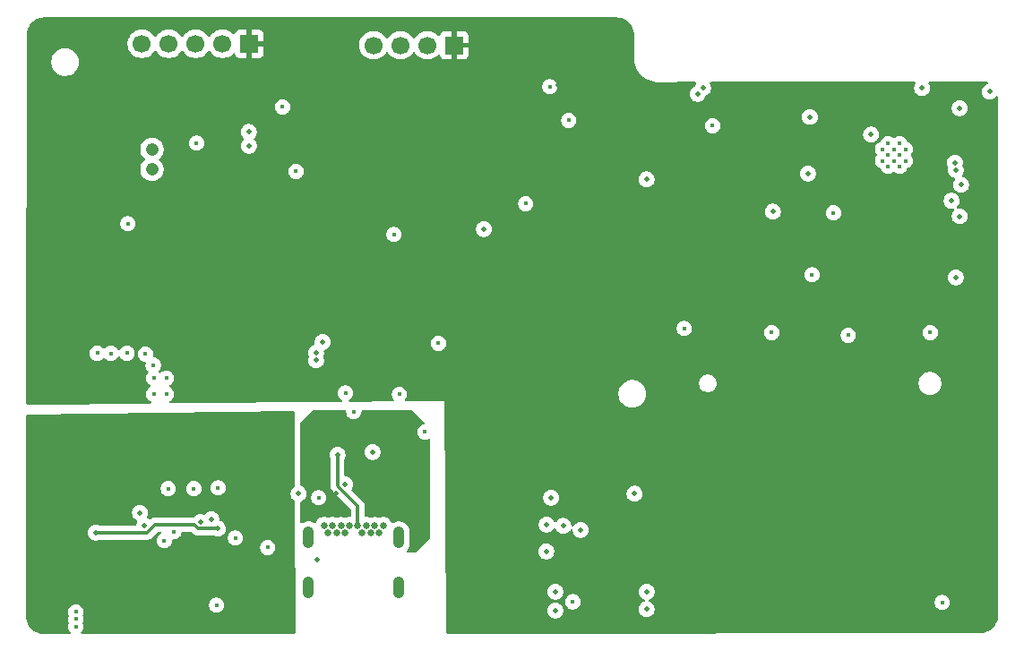
<source format=gbr>
%TF.GenerationSoftware,KiCad,Pcbnew,9.0.4*%
%TF.CreationDate,2025-12-21T22:50:03+05:30*%
%TF.ProjectId,ESP-32 C3 demo project004,4553502d-3332-4204-9333-2064656d6f20,rev?*%
%TF.SameCoordinates,Original*%
%TF.FileFunction,Copper,L2,Inr*%
%TF.FilePolarity,Positive*%
%FSLAX46Y46*%
G04 Gerber Fmt 4.6, Leading zero omitted, Abs format (unit mm)*
G04 Created by KiCad (PCBNEW 9.0.4) date 2025-12-21 22:50:03*
%MOMM*%
%LPD*%
G01*
G04 APERTURE LIST*
%TA.AperFunction,ComponentPad*%
%ADD10O,1.050000X2.100000*%
%TD*%
%TA.AperFunction,ComponentPad*%
%ADD11C,0.650000*%
%TD*%
%TA.AperFunction,ComponentPad*%
%ADD12C,0.400000*%
%TD*%
%TA.AperFunction,ComponentPad*%
%ADD13C,1.208000*%
%TD*%
%TA.AperFunction,ComponentPad*%
%ADD14R,1.700000X1.700000*%
%TD*%
%TA.AperFunction,ComponentPad*%
%ADD15C,1.700000*%
%TD*%
%TA.AperFunction,ViaPad*%
%ADD16C,0.450000*%
%TD*%
%TA.AperFunction,ViaPad*%
%ADD17C,0.500000*%
%TD*%
%TA.AperFunction,Conductor*%
%ADD18C,0.300000*%
%TD*%
G04 APERTURE END LIST*
D10*
%TO.N,GND*%
%TO.C,J1*%
X175974000Y-96012000D03*
X167434000Y-96012000D03*
X175974000Y-91282000D03*
X167434000Y-91282000D03*
D11*
X169704000Y-90132000D03*
X173704000Y-90132000D03*
X168904000Y-90132000D03*
%TO.N,unconnected-(J1-SSRXP1-PadB11)*%
X169304000Y-90842000D03*
%TO.N,unconnected-(J1-SSRXN1-PadB10)*%
X170104000Y-90842000D03*
%TO.N,/VBUS*%
X170504000Y-90132000D03*
%TO.N,unconnected-(J1-SBU2-PadB8)*%
X170904000Y-90842000D03*
%TO.N,/USB_DN*%
X171304000Y-90132000D03*
%TO.N,/USB_DP*%
X172104000Y-90132000D03*
%TO.N,Net-(J1-CC2)*%
X172504000Y-90842000D03*
%TO.N,/VBUS*%
X172904000Y-90132000D03*
%TO.N,unconnected-(J1-SSTXN2-PadB3)*%
X173304000Y-90842000D03*
%TO.N,unconnected-(J1-SSTXP2-PadB2)*%
X174104000Y-90842000D03*
%TO.N,GND*%
X174504000Y-90132000D03*
%TD*%
D12*
%TO.N,GND*%
%TO.C,U3*%
X222210000Y-53990500D03*
X223310000Y-53990500D03*
X221660000Y-54540500D03*
X222760000Y-54540500D03*
X223860000Y-54540500D03*
X222210000Y-55090500D03*
X223310000Y-55090500D03*
X221660000Y-55640500D03*
X222760000Y-55640500D03*
X223860000Y-55640500D03*
X222210000Y-56190500D03*
X223310000Y-56190500D03*
%TD*%
D13*
%TO.N,GND*%
%TO.C,MK1*%
X152638000Y-54549000D03*
%TO.N,Net-(C17-Pad2)*%
X152638000Y-56449000D03*
%TD*%
D14*
%TO.N,+3.3V*%
%TO.C,J4*%
X181210000Y-44720000D03*
D15*
%TO.N,/ESP32-C3-02/SDA*%
X178670000Y-44720000D03*
%TO.N,/ESP32-C3-02/SCL*%
X176130000Y-44720000D03*
%TO.N,GND*%
X173590000Y-44720000D03*
%TD*%
D14*
%TO.N,+3.3V*%
%TO.C,J5*%
X161840000Y-44580000D03*
D15*
%TO.N,/ESP32-C3-02/GPIO8*%
X159300000Y-44580000D03*
%TO.N,/ESP32-C3-02/GPIO18*%
X156760000Y-44580000D03*
%TO.N,/ESP32-C3-02/GPIO19*%
X154220000Y-44580000D03*
%TO.N,GND*%
X151680000Y-44580000D03*
%TD*%
D16*
%TO.N,GND*%
X187960000Y-59690000D03*
X166243000Y-56642000D03*
X171701716Y-79359852D03*
X170929000Y-77597000D03*
X176022000Y-77724000D03*
X179705000Y-72898000D03*
X156845000Y-53975000D03*
X226187000Y-71882000D03*
X217043000Y-60569000D03*
X215011000Y-66420500D03*
X205613000Y-52324000D03*
X202946000Y-71501000D03*
X211201000Y-71882000D03*
X218440000Y-72136000D03*
X192405000Y-97340000D03*
X227330000Y-97409000D03*
X190246000Y-48641000D03*
X192024000Y-51816000D03*
X164973000Y-50546000D03*
X175514000Y-62611000D03*
X153797000Y-91567000D03*
X163576000Y-92202000D03*
X168402000Y-87503000D03*
X178435000Y-81280000D03*
X150368000Y-61595000D03*
X158877000Y-86567500D03*
X156591000Y-86637500D03*
X154178000Y-86637500D03*
X158750000Y-97663000D03*
X160528000Y-91313000D03*
X154000000Y-76180000D03*
X154000000Y-77700000D03*
X152810000Y-77700000D03*
X152810000Y-76200000D03*
X152760000Y-74960000D03*
X152019000Y-73914000D03*
X150290000Y-73840000D03*
X148770000Y-73860000D03*
X147470000Y-73840000D03*
X154700000Y-90710000D03*
X145440000Y-99670000D03*
X145450000Y-98970000D03*
X145450000Y-98310000D03*
D17*
%TO.N,/ESP32-C3-02/TX_RX*%
X228201396Y-59418396D03*
%TO.N,/ESP32-C3-02/RX_TX*%
X229108000Y-57912000D03*
X168148000Y-73787000D03*
%TO.N,/ESP32-C3-02/TX_RX*%
X168148000Y-74518000D03*
%TO.N,/ESP32-C3-02/PHOTO_C*%
X228981000Y-50673000D03*
X184023000Y-62103000D03*
%TO.N,Net-(C19-Pad2)*%
X161798000Y-52909000D03*
X161798000Y-54229000D03*
%TO.N,/ESP32-C3-02/GPIO19*%
X228536262Y-55813882D03*
%TO.N,/ESP32-C3-02/GPIO18*%
X228600000Y-56515000D03*
%TO.N,/ESP32-C3-02/GPIO8*%
X214630000Y-56854000D03*
%TO.N,/ESP32-C3-02/EN*%
X190373000Y-87503000D03*
X214817409Y-51501591D03*
%TO.N,/ESP32-C3-02/RTS*%
X168783000Y-72771000D03*
%TO.N,/VBUS*%
X172509535Y-84714535D03*
%TO.N,+3.3V*%
X173990000Y-75565000D03*
X179451000Y-74803000D03*
%TO.N,/ESP32-C3-02/BOOT*%
X211328000Y-60452000D03*
X198247000Y-87122000D03*
%TO.N,/ESP32-C3-02/DTR*%
X193167000Y-90551000D03*
X189900000Y-92583000D03*
%TO.N,/ESP32-C3-02/RTS*%
X191516000Y-90170000D03*
X189950000Y-90043000D03*
%TO.N,/ESP32-C3-02/BOOT*%
X199390000Y-98044000D03*
X199390000Y-96393000D03*
%TO.N,/ESP32-C3-02/EN*%
X190754000Y-98171000D03*
X190754000Y-96393000D03*
%TO.N,Net-(J1-CC1)*%
X170900000Y-86231472D03*
X166497000Y-87122000D03*
%TO.N,Net-(J1-CC2)*%
X168275000Y-93345000D03*
%TO.N,/CHARGING*%
X158877000Y-90424000D03*
X147320000Y-90805000D03*
%TO.N,/CHARGED*%
X157226000Y-89789000D03*
X151927000Y-90124814D03*
%TO.N,/CHARGING_POWER_GOOD*%
X158242258Y-89531183D03*
X151494911Y-88916089D03*
%TO.N,+3.3V*%
X205867000Y-49918000D03*
X220472000Y-68580000D03*
X210947000Y-68326000D03*
X181229000Y-91059000D03*
X185928000Y-64262000D03*
X195326000Y-60325000D03*
X176276000Y-59944000D03*
X193675000Y-48768000D03*
X191008000Y-48514000D03*
X189103000Y-44704000D03*
X188976000Y-51816000D03*
X164846000Y-60579000D03*
X170053000Y-50673000D03*
%TO.N,/USB_DP*%
X170180000Y-83439000D03*
%TO.N,/USB_DN*%
X173482000Y-83185000D03*
%TO.N,/VBUS*%
X170053000Y-87122000D03*
X171704000Y-83947000D03*
%TO.N,+3.3V*%
X179451000Y-67437000D03*
X166624000Y-67183000D03*
X163957000Y-67437000D03*
X145034000Y-65913000D03*
X145542000Y-69342000D03*
%TO.N,/+5V_USB*%
X148590000Y-80720000D03*
X145288000Y-80720000D03*
X160020000Y-93664003D03*
X160020000Y-92263997D03*
X157622003Y-95758000D03*
X156972000Y-95758000D03*
X154432000Y-98044000D03*
%TO.N,/VBUS*%
X167671000Y-82042000D03*
X167671000Y-81026000D03*
X167671000Y-80137000D03*
%TO.N,/ESP32-C3-02/CS*%
X228981000Y-60890500D03*
X199390000Y-57404000D03*
%TO.N,/ESP32-C3-02/CS_SD*%
X228600000Y-66675000D03*
X231809631Y-49114369D03*
%TO.N,/ESP32-C3-02/SDA*%
X220599000Y-53161250D03*
X204203998Y-49318000D03*
%TO.N,/ESP32-C3-02/SCL*%
X225425000Y-48768000D03*
X204724000Y-48768000D03*
%TO.N,+3.3V*%
X152273000Y-61722000D03*
X153797000Y-61722000D03*
X159258000Y-61722000D03*
X157861000Y-61722000D03*
X156464000Y-61722000D03*
X155067000Y-61722000D03*
%TO.N,/+5V_USB*%
X161927000Y-82036000D03*
X161907000Y-81076000D03*
X161897000Y-80146000D03*
%TD*%
D18*
%TO.N,/CHARGING*%
X157011057Y-90424000D02*
X158877000Y-90424000D01*
X156630057Y-90043000D02*
X157011057Y-90424000D01*
X152908000Y-90043000D02*
X156630057Y-90043000D01*
X152146000Y-90805000D02*
X152908000Y-90043000D01*
X147320000Y-90805000D02*
X152146000Y-90805000D01*
%TO.N,/USB_DP*%
X170307000Y-86487000D02*
X170180000Y-86360000D01*
X172085000Y-88265000D02*
X170307000Y-86487000D01*
X170180000Y-86360000D02*
X170180000Y-83439000D01*
X172085000Y-88392000D02*
X172085000Y-88265000D01*
X172104000Y-88411000D02*
X172085000Y-88392000D01*
X172104000Y-90132000D02*
X172104000Y-88411000D01*
%TD*%
%TA.AperFunction,Conductor*%
%TO.N,+3.3V*%
G36*
X196010486Y-42080998D02*
G01*
X196010488Y-42080999D01*
X196035950Y-42080999D01*
X196089606Y-42081000D01*
X196089610Y-42080999D01*
X196516610Y-42080999D01*
X196525458Y-42081315D01*
X196539895Y-42082347D01*
X196751219Y-42097466D01*
X196768707Y-42099981D01*
X196985539Y-42147155D01*
X197002514Y-42152140D01*
X197210409Y-42229686D01*
X197226501Y-42237036D01*
X197421244Y-42343377D01*
X197436123Y-42352939D01*
X197611663Y-42484351D01*
X197613758Y-42485919D01*
X197627126Y-42497504D01*
X197784027Y-42654408D01*
X197795603Y-42667767D01*
X197861783Y-42756176D01*
X197928577Y-42845404D01*
X197938142Y-42860287D01*
X198044482Y-43055038D01*
X198051831Y-43071131D01*
X198129372Y-43279029D01*
X198134356Y-43296004D01*
X198181521Y-43512817D01*
X198184039Y-43530329D01*
X198200184Y-43756066D01*
X198200500Y-43764912D01*
X198200500Y-46066541D01*
X198197926Y-46091669D01*
X198197090Y-46095714D01*
X198200500Y-46126557D01*
X198200500Y-46149562D01*
X198204847Y-46165787D01*
X198205550Y-46172128D01*
X198205883Y-46175127D01*
X198217789Y-46282414D01*
X198217792Y-46282429D01*
X198282233Y-46555447D01*
X198282236Y-46555456D01*
X198379338Y-46818634D01*
X198507670Y-47068083D01*
X198515240Y-47079223D01*
X198665335Y-47300114D01*
X198665337Y-47300116D01*
X198665339Y-47300119D01*
X198803512Y-47458132D01*
X198849996Y-47511290D01*
X199058925Y-47698490D01*
X199289032Y-47858945D01*
X199536913Y-47990284D01*
X199798904Y-48090563D01*
X200071129Y-48158299D01*
X200071138Y-48158300D01*
X200071143Y-48158301D01*
X200349547Y-48192490D01*
X200349548Y-48192490D01*
X200349564Y-48192492D01*
X200451458Y-48192587D01*
X200451743Y-48192663D01*
X200490720Y-48192623D01*
X200537421Y-48192647D01*
X200537422Y-48192646D01*
X200546574Y-48192651D01*
X200547649Y-48192564D01*
X203976087Y-48189086D01*
X204043145Y-48208703D01*
X204088953Y-48261460D01*
X204098967Y-48330609D01*
X204088489Y-48365714D01*
X204084513Y-48374195D01*
X204058916Y-48412505D01*
X204002342Y-48549087D01*
X204002198Y-48549808D01*
X203999661Y-48555222D01*
X203978321Y-48579360D01*
X203958103Y-48604450D01*
X203954310Y-48606520D01*
X203953384Y-48607569D01*
X203951323Y-48608151D01*
X203934836Y-48617155D01*
X203848506Y-48652914D01*
X203848496Y-48652919D01*
X203725582Y-48735048D01*
X203725578Y-48735051D01*
X203621049Y-48839580D01*
X203621046Y-48839584D01*
X203538917Y-48962498D01*
X203538910Y-48962511D01*
X203482341Y-49099082D01*
X203482338Y-49099092D01*
X203453498Y-49244079D01*
X203453498Y-49244082D01*
X203453498Y-49391918D01*
X203453498Y-49391920D01*
X203453497Y-49391920D01*
X203482338Y-49536907D01*
X203482341Y-49536917D01*
X203538910Y-49673488D01*
X203538917Y-49673501D01*
X203621046Y-49796415D01*
X203621049Y-49796419D01*
X203725578Y-49900948D01*
X203725582Y-49900951D01*
X203848496Y-49983080D01*
X203848509Y-49983087D01*
X203985080Y-50039656D01*
X203985085Y-50039658D01*
X203985089Y-50039658D01*
X203985090Y-50039659D01*
X204130077Y-50068500D01*
X204130080Y-50068500D01*
X204277918Y-50068500D01*
X204375460Y-50049096D01*
X204422911Y-50039658D01*
X204559493Y-49983084D01*
X204682414Y-49900951D01*
X204786949Y-49796416D01*
X204869082Y-49673495D01*
X204869083Y-49673492D01*
X204869085Y-49673489D01*
X204902513Y-49592785D01*
X204925656Y-49536913D01*
X204925656Y-49536910D01*
X204926053Y-49535953D01*
X204969893Y-49481549D01*
X204993160Y-49468844D01*
X205019473Y-49457945D01*
X205079489Y-49433087D01*
X205079492Y-49433085D01*
X205079495Y-49433084D01*
X205202416Y-49350951D01*
X205306951Y-49246416D01*
X205389084Y-49123495D01*
X205445658Y-48986913D01*
X205455096Y-48939462D01*
X205474500Y-48841920D01*
X205474500Y-48694079D01*
X205445659Y-48549092D01*
X205445658Y-48549091D01*
X205445658Y-48549087D01*
X205438339Y-48531417D01*
X205389087Y-48412511D01*
X205389077Y-48412493D01*
X205367673Y-48380459D01*
X205346795Y-48313782D01*
X205365280Y-48246402D01*
X205417259Y-48199712D01*
X205470646Y-48187569D01*
X224691130Y-48168067D01*
X224758189Y-48187684D01*
X224803997Y-48240441D01*
X224814011Y-48309589D01*
X224794358Y-48360957D01*
X224759918Y-48412500D01*
X224759912Y-48412511D01*
X224703343Y-48549082D01*
X224703340Y-48549092D01*
X224674500Y-48694079D01*
X224674500Y-48694082D01*
X224674500Y-48841918D01*
X224674500Y-48841920D01*
X224674499Y-48841920D01*
X224703340Y-48986907D01*
X224703343Y-48986917D01*
X224759912Y-49123488D01*
X224759919Y-49123501D01*
X224842048Y-49246415D01*
X224842051Y-49246419D01*
X224946580Y-49350948D01*
X224946584Y-49350951D01*
X225069498Y-49433080D01*
X225069511Y-49433087D01*
X225158314Y-49469870D01*
X225206087Y-49489658D01*
X225206091Y-49489658D01*
X225206092Y-49489659D01*
X225351079Y-49518500D01*
X225351082Y-49518500D01*
X225498920Y-49518500D01*
X225596462Y-49499096D01*
X225643913Y-49489658D01*
X225780495Y-49433084D01*
X225903416Y-49350951D01*
X226007951Y-49246416D01*
X226090084Y-49123495D01*
X226146658Y-48986913D01*
X226156096Y-48939462D01*
X226175500Y-48841920D01*
X226175500Y-48694079D01*
X226146659Y-48549092D01*
X226146658Y-48549091D01*
X226146658Y-48549087D01*
X226139339Y-48531417D01*
X226090087Y-48412511D01*
X226090077Y-48412493D01*
X226054648Y-48359469D01*
X226033770Y-48292792D01*
X226052255Y-48225412D01*
X226104234Y-48178722D01*
X226157622Y-48166579D01*
X231526285Y-48161131D01*
X231593345Y-48180748D01*
X231639153Y-48233505D01*
X231649167Y-48302653D01*
X231620206Y-48366239D01*
X231573864Y-48399692D01*
X231454138Y-48449283D01*
X231454129Y-48449288D01*
X231331215Y-48531417D01*
X231331211Y-48531420D01*
X231226682Y-48635949D01*
X231226679Y-48635953D01*
X231144550Y-48758867D01*
X231144543Y-48758880D01*
X231087974Y-48895451D01*
X231087971Y-48895461D01*
X231059131Y-49040448D01*
X231059131Y-49040451D01*
X231059131Y-49188287D01*
X231059131Y-49188289D01*
X231059130Y-49188289D01*
X231087971Y-49333276D01*
X231087974Y-49333286D01*
X231144543Y-49469857D01*
X231144550Y-49469870D01*
X231226679Y-49592784D01*
X231226682Y-49592788D01*
X231331211Y-49697317D01*
X231331215Y-49697320D01*
X231454129Y-49779449D01*
X231454142Y-49779456D01*
X231553232Y-49820500D01*
X231590718Y-49836027D01*
X231590722Y-49836027D01*
X231590723Y-49836028D01*
X231735710Y-49864869D01*
X231735713Y-49864869D01*
X231883551Y-49864869D01*
X231981093Y-49845465D01*
X232028544Y-49836027D01*
X232165126Y-49779453D01*
X232288047Y-49697320D01*
X232392582Y-49592785D01*
X232398397Y-49584081D01*
X232452009Y-49539277D01*
X232521334Y-49530569D01*
X232584362Y-49560723D01*
X232621081Y-49620165D01*
X232625500Y-49652972D01*
X232625500Y-98595573D01*
X232625184Y-98604418D01*
X232608778Y-98833834D01*
X232606261Y-98851343D01*
X232558323Y-99071750D01*
X232553340Y-99088722D01*
X232474526Y-99300070D01*
X232467179Y-99316162D01*
X232359098Y-99514137D01*
X232349536Y-99529018D01*
X232214381Y-99709606D01*
X232202799Y-99722977D01*
X232043319Y-99882499D01*
X232029952Y-99894084D01*
X231849406Y-100029284D01*
X231834527Y-100038850D01*
X231636577Y-100146986D01*
X231620488Y-100154338D01*
X231409159Y-100233210D01*
X231392187Y-100238197D01*
X231171796Y-100286193D01*
X231154288Y-100288715D01*
X230924876Y-100305182D01*
X230916108Y-100305500D01*
X230914865Y-100305501D01*
X230872864Y-100305513D01*
X230872784Y-100305538D01*
X230863101Y-100305547D01*
X230863099Y-100305546D01*
X230863095Y-100305547D01*
X180567203Y-100347728D01*
X180500147Y-100328100D01*
X180454348Y-100275334D01*
X180443104Y-100224787D01*
X180442959Y-100207746D01*
X180426254Y-98244920D01*
X190003499Y-98244920D01*
X190032340Y-98389907D01*
X190032343Y-98389917D01*
X190088912Y-98526488D01*
X190088919Y-98526501D01*
X190171048Y-98649415D01*
X190171051Y-98649419D01*
X190275580Y-98753948D01*
X190275584Y-98753951D01*
X190398498Y-98836080D01*
X190398511Y-98836087D01*
X190535082Y-98892656D01*
X190535087Y-98892658D01*
X190535091Y-98892658D01*
X190535092Y-98892659D01*
X190680079Y-98921500D01*
X190680082Y-98921500D01*
X190827920Y-98921500D01*
X190925462Y-98902096D01*
X190972913Y-98892658D01*
X191109495Y-98836084D01*
X191232416Y-98753951D01*
X191336951Y-98649416D01*
X191419084Y-98526495D01*
X191475658Y-98389913D01*
X191500920Y-98262917D01*
X191504500Y-98244920D01*
X191504500Y-98097079D01*
X191475659Y-97952092D01*
X191475658Y-97952091D01*
X191475658Y-97952087D01*
X191455545Y-97903529D01*
X191419087Y-97815511D01*
X191419080Y-97815498D01*
X191336951Y-97692584D01*
X191336948Y-97692580D01*
X191232419Y-97588051D01*
X191232415Y-97588048D01*
X191109501Y-97505919D01*
X191109488Y-97505912D01*
X190972917Y-97449343D01*
X190972907Y-97449340D01*
X190827920Y-97420500D01*
X190827918Y-97420500D01*
X190680082Y-97420500D01*
X190680080Y-97420500D01*
X190535092Y-97449340D01*
X190535082Y-97449343D01*
X190398511Y-97505912D01*
X190398498Y-97505919D01*
X190275584Y-97588048D01*
X190275580Y-97588051D01*
X190171051Y-97692580D01*
X190171048Y-97692584D01*
X190088919Y-97815498D01*
X190088912Y-97815511D01*
X190032343Y-97952082D01*
X190032340Y-97952092D01*
X190003500Y-98097079D01*
X190003500Y-98097082D01*
X190003500Y-98244918D01*
X190003500Y-98244920D01*
X190003499Y-98244920D01*
X180426254Y-98244920D01*
X180419161Y-97411457D01*
X191679499Y-97411457D01*
X191707379Y-97551614D01*
X191707381Y-97551620D01*
X191762069Y-97683650D01*
X191762074Y-97683659D01*
X191841467Y-97802478D01*
X191841470Y-97802482D01*
X191942517Y-97903529D01*
X191942521Y-97903532D01*
X192061340Y-97982925D01*
X192061346Y-97982928D01*
X192061347Y-97982929D01*
X192193380Y-98037619D01*
X192193384Y-98037619D01*
X192193385Y-98037620D01*
X192333542Y-98065500D01*
X192333545Y-98065500D01*
X192476457Y-98065500D01*
X192570751Y-98046742D01*
X192616620Y-98037619D01*
X192748653Y-97982929D01*
X192867479Y-97903532D01*
X192968532Y-97802479D01*
X193047929Y-97683653D01*
X193102619Y-97551620D01*
X193111742Y-97505751D01*
X193130500Y-97411457D01*
X193130500Y-97268542D01*
X193102620Y-97128385D01*
X193102619Y-97128384D01*
X193102619Y-97128380D01*
X193047929Y-96996347D01*
X193047928Y-96996346D01*
X193047925Y-96996340D01*
X192968532Y-96877521D01*
X192968529Y-96877517D01*
X192867482Y-96776470D01*
X192867478Y-96776467D01*
X192748659Y-96697074D01*
X192748650Y-96697069D01*
X192616620Y-96642381D01*
X192616614Y-96642379D01*
X192476457Y-96614500D01*
X192476455Y-96614500D01*
X192333545Y-96614500D01*
X192333543Y-96614500D01*
X192193385Y-96642379D01*
X192193379Y-96642381D01*
X192061349Y-96697069D01*
X192061340Y-96697074D01*
X191942521Y-96776467D01*
X191942517Y-96776470D01*
X191841470Y-96877517D01*
X191841467Y-96877521D01*
X191762074Y-96996340D01*
X191762069Y-96996349D01*
X191707381Y-97128379D01*
X191707379Y-97128385D01*
X191679500Y-97268542D01*
X191679500Y-97268545D01*
X191679500Y-97411455D01*
X191679500Y-97411457D01*
X191679499Y-97411457D01*
X180419161Y-97411457D01*
X180411122Y-96466920D01*
X190003499Y-96466920D01*
X190032340Y-96611907D01*
X190032343Y-96611917D01*
X190088912Y-96748488D01*
X190088919Y-96748501D01*
X190171048Y-96871415D01*
X190171051Y-96871419D01*
X190275580Y-96975948D01*
X190275584Y-96975951D01*
X190398498Y-97058080D01*
X190398511Y-97058087D01*
X190498415Y-97099468D01*
X190535087Y-97114658D01*
X190535091Y-97114658D01*
X190535092Y-97114659D01*
X190680079Y-97143500D01*
X190680082Y-97143500D01*
X190827920Y-97143500D01*
X190841313Y-97140836D01*
X190935973Y-97122005D01*
X190972913Y-97114658D01*
X191091961Y-97065347D01*
X191109488Y-97058087D01*
X191109488Y-97058086D01*
X191109495Y-97058084D01*
X191232416Y-96975951D01*
X191336951Y-96871416D01*
X191419084Y-96748495D01*
X191475658Y-96611913D01*
X191504500Y-96466920D01*
X198639499Y-96466920D01*
X198668340Y-96611907D01*
X198668343Y-96611917D01*
X198724912Y-96748488D01*
X198724919Y-96748501D01*
X198807048Y-96871415D01*
X198807051Y-96871419D01*
X198911580Y-96975948D01*
X198911584Y-96975951D01*
X199034498Y-97058080D01*
X199034507Y-97058085D01*
X199145209Y-97103939D01*
X199199612Y-97147780D01*
X199221677Y-97214074D01*
X199204398Y-97281773D01*
X199153261Y-97329384D01*
X199145209Y-97333061D01*
X199034507Y-97378914D01*
X199034498Y-97378919D01*
X198911584Y-97461048D01*
X198911580Y-97461051D01*
X198807051Y-97565580D01*
X198807048Y-97565584D01*
X198724919Y-97688498D01*
X198724912Y-97688511D01*
X198668343Y-97825082D01*
X198668340Y-97825092D01*
X198639500Y-97970079D01*
X198639500Y-97970082D01*
X198639500Y-98117918D01*
X198639500Y-98117920D01*
X198639499Y-98117920D01*
X198668340Y-98262907D01*
X198668343Y-98262917D01*
X198724912Y-98399488D01*
X198724919Y-98399501D01*
X198807048Y-98522415D01*
X198807051Y-98522419D01*
X198911580Y-98626948D01*
X198911584Y-98626951D01*
X199034498Y-98709080D01*
X199034511Y-98709087D01*
X199153516Y-98758380D01*
X199171087Y-98765658D01*
X199171091Y-98765658D01*
X199171092Y-98765659D01*
X199316079Y-98794500D01*
X199316082Y-98794500D01*
X199463920Y-98794500D01*
X199561462Y-98775096D01*
X199608913Y-98765658D01*
X199745495Y-98709084D01*
X199868416Y-98626951D01*
X199972951Y-98522416D01*
X200055084Y-98399495D01*
X200059056Y-98389907D01*
X200111656Y-98262917D01*
X200111658Y-98262913D01*
X200140500Y-98117918D01*
X200140500Y-97970082D01*
X200140500Y-97970079D01*
X200111659Y-97825092D01*
X200111658Y-97825091D01*
X200111658Y-97825087D01*
X200111656Y-97825082D01*
X200055087Y-97688511D01*
X200055080Y-97688498D01*
X199972951Y-97565584D01*
X199972948Y-97565580D01*
X199887825Y-97480457D01*
X226604499Y-97480457D01*
X226632379Y-97620614D01*
X226632381Y-97620620D01*
X226687069Y-97752650D01*
X226687074Y-97752659D01*
X226766467Y-97871478D01*
X226766470Y-97871482D01*
X226867517Y-97972529D01*
X226867521Y-97972532D01*
X226986340Y-98051925D01*
X226986346Y-98051928D01*
X226986347Y-98051929D01*
X227118380Y-98106619D01*
X227118384Y-98106619D01*
X227118385Y-98106620D01*
X227258542Y-98134500D01*
X227258545Y-98134500D01*
X227401457Y-98134500D01*
X227495751Y-98115742D01*
X227541620Y-98106619D01*
X227673653Y-98051929D01*
X227792479Y-97972532D01*
X227893532Y-97871479D01*
X227972929Y-97752653D01*
X228027619Y-97620620D01*
X228050435Y-97505919D01*
X228055500Y-97480457D01*
X228055500Y-97337542D01*
X228027620Y-97197385D01*
X228027619Y-97197384D01*
X228027619Y-97197380D01*
X227972929Y-97065347D01*
X227972928Y-97065346D01*
X227972925Y-97065340D01*
X227893532Y-96946521D01*
X227893529Y-96946517D01*
X227792482Y-96845470D01*
X227792478Y-96845467D01*
X227673659Y-96766074D01*
X227673650Y-96766069D01*
X227541620Y-96711381D01*
X227541614Y-96711379D01*
X227401457Y-96683500D01*
X227401455Y-96683500D01*
X227258545Y-96683500D01*
X227258543Y-96683500D01*
X227118385Y-96711379D01*
X227118379Y-96711381D01*
X226986349Y-96766069D01*
X226986340Y-96766074D01*
X226867521Y-96845467D01*
X226867517Y-96845470D01*
X226766470Y-96946517D01*
X226766467Y-96946521D01*
X226687074Y-97065340D01*
X226687069Y-97065349D01*
X226632381Y-97197379D01*
X226632379Y-97197385D01*
X226604500Y-97337542D01*
X226604500Y-97337545D01*
X226604500Y-97480455D01*
X226604500Y-97480457D01*
X226604499Y-97480457D01*
X199887825Y-97480457D01*
X199868418Y-97461050D01*
X199834235Y-97438210D01*
X199834234Y-97438209D01*
X199745495Y-97378916D01*
X199629618Y-97330918D01*
X199624659Y-97328318D01*
X199603408Y-97307771D01*
X199580387Y-97289221D01*
X199578567Y-97283755D01*
X199574428Y-97279753D01*
X199567657Y-97250975D01*
X199558322Y-97222926D01*
X199559746Y-97217346D01*
X199558427Y-97211740D01*
X199568291Y-97183866D01*
X199575601Y-97155227D01*
X199579815Y-97151303D01*
X199581737Y-97145873D01*
X199605104Y-97127758D01*
X199626738Y-97107616D01*
X199634791Y-97103939D01*
X199745488Y-97058087D01*
X199745488Y-97058086D01*
X199745495Y-97058084D01*
X199868416Y-96975951D01*
X199972951Y-96871416D01*
X200055084Y-96748495D01*
X200111658Y-96611913D01*
X200140500Y-96466918D01*
X200140500Y-96319082D01*
X200140500Y-96319079D01*
X200111659Y-96174092D01*
X200111658Y-96174091D01*
X200111658Y-96174087D01*
X200086560Y-96113495D01*
X200055087Y-96037511D01*
X200055080Y-96037498D01*
X199972951Y-95914584D01*
X199972948Y-95914580D01*
X199868419Y-95810051D01*
X199868415Y-95810048D01*
X199745501Y-95727919D01*
X199745488Y-95727912D01*
X199608917Y-95671343D01*
X199608907Y-95671340D01*
X199463920Y-95642500D01*
X199463918Y-95642500D01*
X199316082Y-95642500D01*
X199316080Y-95642500D01*
X199171092Y-95671340D01*
X199171082Y-95671343D01*
X199034511Y-95727912D01*
X199034498Y-95727919D01*
X198911584Y-95810048D01*
X198911580Y-95810051D01*
X198807051Y-95914580D01*
X198807048Y-95914584D01*
X198724919Y-96037498D01*
X198724912Y-96037511D01*
X198668343Y-96174082D01*
X198668340Y-96174092D01*
X198639500Y-96319079D01*
X198639500Y-96319082D01*
X198639500Y-96466918D01*
X198639500Y-96466920D01*
X198639499Y-96466920D01*
X191504500Y-96466920D01*
X191504500Y-96466918D01*
X191504500Y-96319082D01*
X191504500Y-96319079D01*
X191475659Y-96174092D01*
X191475658Y-96174091D01*
X191475658Y-96174087D01*
X191450560Y-96113495D01*
X191419087Y-96037511D01*
X191419080Y-96037498D01*
X191336951Y-95914584D01*
X191336948Y-95914580D01*
X191232419Y-95810051D01*
X191232415Y-95810048D01*
X191109501Y-95727919D01*
X191109488Y-95727912D01*
X190972917Y-95671343D01*
X190972907Y-95671340D01*
X190827920Y-95642500D01*
X190827918Y-95642500D01*
X190680082Y-95642500D01*
X190680080Y-95642500D01*
X190535092Y-95671340D01*
X190535082Y-95671343D01*
X190398511Y-95727912D01*
X190398498Y-95727919D01*
X190275584Y-95810048D01*
X190275580Y-95810051D01*
X190171051Y-95914580D01*
X190171048Y-95914584D01*
X190088919Y-96037498D01*
X190088912Y-96037511D01*
X190032343Y-96174082D01*
X190032340Y-96174092D01*
X190003500Y-96319079D01*
X190003500Y-96319082D01*
X190003500Y-96466918D01*
X190003500Y-96466920D01*
X190003499Y-96466920D01*
X180411122Y-96466920D01*
X180378697Y-92656920D01*
X189149499Y-92656920D01*
X189178340Y-92801907D01*
X189178343Y-92801917D01*
X189234912Y-92938488D01*
X189234919Y-92938501D01*
X189317048Y-93061415D01*
X189317051Y-93061419D01*
X189421580Y-93165948D01*
X189421584Y-93165951D01*
X189544498Y-93248080D01*
X189544511Y-93248087D01*
X189681082Y-93304656D01*
X189681087Y-93304658D01*
X189681091Y-93304658D01*
X189681092Y-93304659D01*
X189826079Y-93333500D01*
X189826082Y-93333500D01*
X189973920Y-93333500D01*
X190099558Y-93308508D01*
X190118913Y-93304658D01*
X190255495Y-93248084D01*
X190378416Y-93165951D01*
X190482951Y-93061416D01*
X190565084Y-92938495D01*
X190621658Y-92801913D01*
X190638790Y-92715786D01*
X190650500Y-92656920D01*
X190650500Y-92509079D01*
X190621659Y-92364092D01*
X190621658Y-92364091D01*
X190621658Y-92364087D01*
X190580457Y-92264619D01*
X190565087Y-92227511D01*
X190565080Y-92227498D01*
X190482951Y-92104584D01*
X190482948Y-92104580D01*
X190378419Y-92000051D01*
X190378415Y-92000048D01*
X190255501Y-91917919D01*
X190255488Y-91917912D01*
X190118917Y-91861343D01*
X190118907Y-91861340D01*
X189973920Y-91832500D01*
X189973918Y-91832500D01*
X189826082Y-91832500D01*
X189826080Y-91832500D01*
X189681092Y-91861340D01*
X189681082Y-91861343D01*
X189544511Y-91917912D01*
X189544498Y-91917919D01*
X189421584Y-92000048D01*
X189421580Y-92000051D01*
X189317051Y-92104580D01*
X189317048Y-92104584D01*
X189234919Y-92227498D01*
X189234912Y-92227511D01*
X189178343Y-92364082D01*
X189178340Y-92364092D01*
X189149500Y-92509079D01*
X189149500Y-92509082D01*
X189149500Y-92656918D01*
X189149500Y-92656920D01*
X189149499Y-92656920D01*
X180378697Y-92656920D01*
X180357080Y-90116920D01*
X189199499Y-90116920D01*
X189228340Y-90261907D01*
X189228343Y-90261917D01*
X189284912Y-90398488D01*
X189284919Y-90398501D01*
X189367048Y-90521415D01*
X189367051Y-90521419D01*
X189471580Y-90625948D01*
X189471584Y-90625951D01*
X189594498Y-90708080D01*
X189594511Y-90708087D01*
X189731082Y-90764656D01*
X189731087Y-90764658D01*
X189731091Y-90764658D01*
X189731092Y-90764659D01*
X189876079Y-90793500D01*
X189876082Y-90793500D01*
X190023920Y-90793500D01*
X190121462Y-90774096D01*
X190168913Y-90764658D01*
X190305495Y-90708084D01*
X190428416Y-90625951D01*
X190532951Y-90521416D01*
X190576434Y-90456339D01*
X190599308Y-90422106D01*
X190652920Y-90377301D01*
X190722245Y-90368594D01*
X190785272Y-90398748D01*
X190816971Y-90443545D01*
X190850912Y-90525488D01*
X190850919Y-90525501D01*
X190933048Y-90648415D01*
X190933051Y-90648419D01*
X191037580Y-90752948D01*
X191037584Y-90752951D01*
X191160498Y-90835080D01*
X191160511Y-90835087D01*
X191297082Y-90891656D01*
X191297087Y-90891658D01*
X191297091Y-90891658D01*
X191297092Y-90891659D01*
X191442079Y-90920500D01*
X191442082Y-90920500D01*
X191589920Y-90920500D01*
X191687462Y-90901096D01*
X191734913Y-90891658D01*
X191871495Y-90835084D01*
X191994416Y-90752951D01*
X192098951Y-90648416D01*
X192181084Y-90525495D01*
X192181087Y-90525488D01*
X192183138Y-90521652D01*
X192232097Y-90471805D01*
X192300234Y-90456339D01*
X192365915Y-90480167D01*
X192408287Y-90535721D01*
X192416500Y-90580098D01*
X192416500Y-90624918D01*
X192416500Y-90624920D01*
X192416499Y-90624920D01*
X192445340Y-90769907D01*
X192445343Y-90769917D01*
X192501912Y-90906488D01*
X192501919Y-90906501D01*
X192584048Y-91029415D01*
X192584051Y-91029419D01*
X192688580Y-91133948D01*
X192688584Y-91133951D01*
X192811498Y-91216080D01*
X192811511Y-91216087D01*
X192872973Y-91241545D01*
X192948087Y-91272658D01*
X192948091Y-91272658D01*
X192948092Y-91272659D01*
X193093079Y-91301500D01*
X193093082Y-91301500D01*
X193240920Y-91301500D01*
X193338462Y-91282096D01*
X193385913Y-91272658D01*
X193522495Y-91216084D01*
X193645416Y-91133951D01*
X193749951Y-91029416D01*
X193832084Y-90906495D01*
X193888658Y-90769913D01*
X193903858Y-90693500D01*
X193917500Y-90624920D01*
X193917500Y-90477079D01*
X193888659Y-90332092D01*
X193888658Y-90332091D01*
X193888658Y-90332087D01*
X193863456Y-90271244D01*
X193832087Y-90195511D01*
X193832080Y-90195498D01*
X193749951Y-90072584D01*
X193749948Y-90072580D01*
X193645419Y-89968051D01*
X193645415Y-89968048D01*
X193522501Y-89885919D01*
X193522488Y-89885912D01*
X193385917Y-89829343D01*
X193385907Y-89829340D01*
X193240920Y-89800500D01*
X193240918Y-89800500D01*
X193093082Y-89800500D01*
X193093080Y-89800500D01*
X192948092Y-89829340D01*
X192948082Y-89829343D01*
X192811511Y-89885912D01*
X192811498Y-89885919D01*
X192688584Y-89968048D01*
X192688580Y-89968051D01*
X192584051Y-90072580D01*
X192584048Y-90072584D01*
X192501919Y-90195498D01*
X192499860Y-90199352D01*
X192450898Y-90249197D01*
X192382761Y-90264659D01*
X192317081Y-90240829D01*
X192274711Y-90185272D01*
X192266500Y-90140901D01*
X192266500Y-90096079D01*
X192237659Y-89951092D01*
X192237658Y-89951091D01*
X192237658Y-89951087D01*
X192235379Y-89945584D01*
X192181087Y-89814511D01*
X192181080Y-89814498D01*
X192098951Y-89691584D01*
X192098948Y-89691580D01*
X191994419Y-89587051D01*
X191994415Y-89587048D01*
X191871501Y-89504919D01*
X191871488Y-89504912D01*
X191734917Y-89448343D01*
X191734907Y-89448340D01*
X191589920Y-89419500D01*
X191589918Y-89419500D01*
X191442082Y-89419500D01*
X191442080Y-89419500D01*
X191297092Y-89448340D01*
X191297082Y-89448343D01*
X191160511Y-89504912D01*
X191160498Y-89504919D01*
X191037584Y-89587048D01*
X191037580Y-89587051D01*
X190933051Y-89691580D01*
X190866691Y-89790894D01*
X190813078Y-89835698D01*
X190743753Y-89844405D01*
X190680726Y-89814250D01*
X190649030Y-89769458D01*
X190615084Y-89687505D01*
X190615082Y-89687502D01*
X190615080Y-89687498D01*
X190532951Y-89564584D01*
X190532948Y-89564580D01*
X190428419Y-89460051D01*
X190428415Y-89460048D01*
X190305501Y-89377919D01*
X190305488Y-89377912D01*
X190168917Y-89321343D01*
X190168907Y-89321340D01*
X190023920Y-89292500D01*
X190023918Y-89292500D01*
X189876082Y-89292500D01*
X189876080Y-89292500D01*
X189731092Y-89321340D01*
X189731082Y-89321343D01*
X189594511Y-89377912D01*
X189594498Y-89377919D01*
X189471584Y-89460048D01*
X189471580Y-89460051D01*
X189367051Y-89564580D01*
X189367048Y-89564584D01*
X189284919Y-89687498D01*
X189284912Y-89687511D01*
X189228343Y-89824082D01*
X189228340Y-89824092D01*
X189199500Y-89969079D01*
X189199500Y-89969082D01*
X189199500Y-90116918D01*
X189199500Y-90116920D01*
X189199499Y-90116920D01*
X180357080Y-90116920D01*
X180335463Y-87576920D01*
X189622499Y-87576920D01*
X189651340Y-87721907D01*
X189651343Y-87721917D01*
X189707912Y-87858488D01*
X189707919Y-87858501D01*
X189790048Y-87981415D01*
X189790051Y-87981419D01*
X189894580Y-88085948D01*
X189894584Y-88085951D01*
X190017498Y-88168080D01*
X190017511Y-88168087D01*
X190154082Y-88224656D01*
X190154087Y-88224658D01*
X190154091Y-88224658D01*
X190154092Y-88224659D01*
X190299079Y-88253500D01*
X190299082Y-88253500D01*
X190446920Y-88253500D01*
X190572598Y-88228500D01*
X190591913Y-88224658D01*
X190728495Y-88168084D01*
X190851416Y-88085951D01*
X190955951Y-87981416D01*
X191038084Y-87858495D01*
X191094658Y-87721913D01*
X191105351Y-87668156D01*
X191123500Y-87576920D01*
X191123500Y-87429079D01*
X191094659Y-87284092D01*
X191094658Y-87284091D01*
X191094658Y-87284087D01*
X191058138Y-87195920D01*
X197496499Y-87195920D01*
X197525340Y-87340907D01*
X197525343Y-87340917D01*
X197581912Y-87477488D01*
X197581919Y-87477501D01*
X197664048Y-87600415D01*
X197664051Y-87600419D01*
X197768580Y-87704948D01*
X197768584Y-87704951D01*
X197891498Y-87787080D01*
X197891511Y-87787087D01*
X198028082Y-87843656D01*
X198028087Y-87843658D01*
X198028091Y-87843658D01*
X198028092Y-87843659D01*
X198173079Y-87872500D01*
X198173082Y-87872500D01*
X198320920Y-87872500D01*
X198450856Y-87846653D01*
X198465913Y-87843658D01*
X198602495Y-87787084D01*
X198725416Y-87704951D01*
X198829951Y-87600416D01*
X198912084Y-87477495D01*
X198968658Y-87340913D01*
X198997500Y-87195918D01*
X198997500Y-87048082D01*
X198997500Y-87048079D01*
X198968659Y-86903092D01*
X198968658Y-86903091D01*
X198968658Y-86903087D01*
X198941665Y-86837919D01*
X198912087Y-86766511D01*
X198912080Y-86766498D01*
X198829951Y-86643584D01*
X198829948Y-86643580D01*
X198725419Y-86539051D01*
X198725415Y-86539048D01*
X198602501Y-86456919D01*
X198602488Y-86456912D01*
X198465917Y-86400343D01*
X198465907Y-86400340D01*
X198320920Y-86371500D01*
X198320918Y-86371500D01*
X198173082Y-86371500D01*
X198173080Y-86371500D01*
X198028092Y-86400340D01*
X198028082Y-86400343D01*
X197891511Y-86456912D01*
X197891498Y-86456919D01*
X197768584Y-86539048D01*
X197768580Y-86539051D01*
X197664051Y-86643580D01*
X197664048Y-86643584D01*
X197581919Y-86766498D01*
X197581912Y-86766511D01*
X197525343Y-86903082D01*
X197525340Y-86903092D01*
X197496500Y-87048079D01*
X197496500Y-87048082D01*
X197496500Y-87195918D01*
X197496500Y-87195920D01*
X197496499Y-87195920D01*
X191058138Y-87195920D01*
X191038087Y-87147511D01*
X191038080Y-87147498D01*
X191013613Y-87110881D01*
X190955951Y-87024583D01*
X190851419Y-86920051D01*
X190851415Y-86920048D01*
X190728501Y-86837919D01*
X190728488Y-86837912D01*
X190591917Y-86781343D01*
X190591907Y-86781340D01*
X190446920Y-86752500D01*
X190446918Y-86752500D01*
X190299082Y-86752500D01*
X190299080Y-86752500D01*
X190154092Y-86781340D01*
X190154082Y-86781343D01*
X190017511Y-86837912D01*
X190017498Y-86837919D01*
X189894584Y-86920048D01*
X189894580Y-86920051D01*
X189790051Y-87024580D01*
X189790048Y-87024584D01*
X189707919Y-87147498D01*
X189707912Y-87147511D01*
X189651343Y-87284082D01*
X189651340Y-87284092D01*
X189622500Y-87429079D01*
X189622500Y-87429082D01*
X189622500Y-87576918D01*
X189622500Y-87576920D01*
X189622499Y-87576920D01*
X180335463Y-87576920D01*
X180257113Y-78370701D01*
X180257112Y-78370701D01*
X180257112Y-78370700D01*
X176672977Y-78399384D01*
X176605782Y-78380237D01*
X176559606Y-78327800D01*
X176549110Y-78258724D01*
X176577625Y-78194938D01*
X176584312Y-78187699D01*
X176585532Y-78186479D01*
X176664929Y-78067653D01*
X176719619Y-77935620D01*
X176728742Y-77889751D01*
X176747500Y-77795457D01*
X176747500Y-77652542D01*
X176734456Y-77586968D01*
X176730613Y-77567648D01*
X196719500Y-77567648D01*
X196719500Y-77772351D01*
X196751522Y-77974534D01*
X196814781Y-78169223D01*
X196862833Y-78263529D01*
X196904980Y-78346247D01*
X196907715Y-78351613D01*
X197028028Y-78517213D01*
X197172786Y-78661971D01*
X197327749Y-78774556D01*
X197338390Y-78782287D01*
X197454607Y-78841503D01*
X197520776Y-78875218D01*
X197520778Y-78875218D01*
X197520781Y-78875220D01*
X197588961Y-78897373D01*
X197715465Y-78938477D01*
X197816557Y-78954488D01*
X197917648Y-78970500D01*
X197917649Y-78970500D01*
X198122351Y-78970500D01*
X198122352Y-78970500D01*
X198324534Y-78938477D01*
X198519219Y-78875220D01*
X198701610Y-78782287D01*
X198834398Y-78685812D01*
X198867213Y-78661971D01*
X198867215Y-78661968D01*
X198867219Y-78661966D01*
X199011966Y-78517219D01*
X199011968Y-78517215D01*
X199011971Y-78517213D01*
X199066804Y-78441740D01*
X199132287Y-78351610D01*
X199225220Y-78169219D01*
X199288477Y-77974534D01*
X199320500Y-77772352D01*
X199320500Y-77567648D01*
X199307216Y-77483776D01*
X199288477Y-77365465D01*
X199246904Y-77237517D01*
X199225220Y-77170781D01*
X199225218Y-77170778D01*
X199225218Y-77170776D01*
X199167283Y-77057074D01*
X199132287Y-76988390D01*
X199116772Y-76967035D01*
X199011971Y-76822786D01*
X198960492Y-76771307D01*
X204344499Y-76771307D01*
X204376222Y-76930783D01*
X204376225Y-76930793D01*
X204438450Y-77081019D01*
X204438452Y-77081023D01*
X204528788Y-77216220D01*
X204528794Y-77216228D01*
X204643771Y-77331205D01*
X204643779Y-77331211D01*
X204778976Y-77421547D01*
X204778980Y-77421549D01*
X204929206Y-77483774D01*
X204929211Y-77483776D01*
X204929215Y-77483776D01*
X204929216Y-77483777D01*
X205088692Y-77515500D01*
X205088695Y-77515500D01*
X205251307Y-77515500D01*
X205387618Y-77488385D01*
X205410789Y-77483776D01*
X205561021Y-77421548D01*
X205561023Y-77421547D01*
X205644954Y-77365466D01*
X205696225Y-77331208D01*
X205811208Y-77216225D01*
X205865803Y-77134517D01*
X205901547Y-77081023D01*
X205901549Y-77081019D01*
X205939917Y-76988390D01*
X205963776Y-76930789D01*
X205977538Y-76861602D01*
X205995500Y-76771307D01*
X205995500Y-76608700D01*
X205995500Y-76608695D01*
X205994835Y-76605350D01*
X225094500Y-76605350D01*
X225094500Y-76774649D01*
X225120981Y-76941847D01*
X225173296Y-77102853D01*
X225221928Y-77198296D01*
X225249974Y-77253340D01*
X225250152Y-77253688D01*
X225349648Y-77390634D01*
X225349652Y-77390639D01*
X225469360Y-77510347D01*
X225469365Y-77510351D01*
X225588817Y-77597137D01*
X225606315Y-77609850D01*
X225702425Y-77658820D01*
X225757146Y-77686703D01*
X225757148Y-77686703D01*
X225757151Y-77686705D01*
X225843450Y-77714745D01*
X225918152Y-77739018D01*
X226085351Y-77765500D01*
X226085356Y-77765500D01*
X226254649Y-77765500D01*
X226421847Y-77739018D01*
X226582849Y-77686705D01*
X226733685Y-77609850D01*
X226870641Y-77510346D01*
X226990346Y-77390641D01*
X227089850Y-77253685D01*
X227166705Y-77102849D01*
X227219018Y-76941847D01*
X227224775Y-76905500D01*
X227245500Y-76774649D01*
X227245500Y-76605350D01*
X227219018Y-76438152D01*
X227194745Y-76363450D01*
X227166705Y-76277151D01*
X227166703Y-76277148D01*
X227166703Y-76277146D01*
X227138820Y-76222425D01*
X227089850Y-76126315D01*
X227033528Y-76048794D01*
X226990351Y-75989365D01*
X226990347Y-75989360D01*
X226870639Y-75869652D01*
X226870634Y-75869648D01*
X226733688Y-75770152D01*
X226733687Y-75770151D01*
X226733685Y-75770150D01*
X226669647Y-75737521D01*
X226582853Y-75693296D01*
X226421847Y-75640981D01*
X226254649Y-75614500D01*
X226254644Y-75614500D01*
X226085356Y-75614500D01*
X226085351Y-75614500D01*
X225918152Y-75640981D01*
X225757146Y-75693296D01*
X225606311Y-75770152D01*
X225469365Y-75869648D01*
X225469360Y-75869652D01*
X225349652Y-75989360D01*
X225349648Y-75989365D01*
X225250152Y-76126311D01*
X225173296Y-76277146D01*
X225120981Y-76438152D01*
X225094500Y-76605350D01*
X205994835Y-76605350D01*
X205982561Y-76543650D01*
X205963777Y-76449216D01*
X205963776Y-76449215D01*
X205963776Y-76449211D01*
X205959195Y-76438152D01*
X205901549Y-76298980D01*
X205901547Y-76298976D01*
X205811211Y-76163779D01*
X205811205Y-76163771D01*
X205696228Y-76048794D01*
X205696220Y-76048788D01*
X205561023Y-75958452D01*
X205561019Y-75958450D01*
X205410793Y-75896225D01*
X205410783Y-75896222D01*
X205251307Y-75864500D01*
X205251305Y-75864500D01*
X205088695Y-75864500D01*
X205088693Y-75864500D01*
X204929216Y-75896222D01*
X204929206Y-75896225D01*
X204778980Y-75958450D01*
X204778976Y-75958452D01*
X204643779Y-76048788D01*
X204643771Y-76048794D01*
X204528794Y-76163771D01*
X204528788Y-76163779D01*
X204438452Y-76298976D01*
X204438450Y-76298980D01*
X204376225Y-76449206D01*
X204376222Y-76449216D01*
X204344500Y-76608692D01*
X204344500Y-76608695D01*
X204344500Y-76771305D01*
X204344500Y-76771307D01*
X204344499Y-76771307D01*
X198960492Y-76771307D01*
X198867213Y-76678028D01*
X198701613Y-76557715D01*
X198701612Y-76557714D01*
X198701610Y-76557713D01*
X198644653Y-76528691D01*
X198519223Y-76464781D01*
X198324534Y-76401522D01*
X198149995Y-76373878D01*
X198122352Y-76369500D01*
X197917648Y-76369500D01*
X197893329Y-76373351D01*
X197715465Y-76401522D01*
X197520776Y-76464781D01*
X197338386Y-76557715D01*
X197172786Y-76678028D01*
X197028028Y-76822786D01*
X196907715Y-76988386D01*
X196814781Y-77170776D01*
X196751522Y-77365465D01*
X196719500Y-77567648D01*
X176730613Y-77567648D01*
X176719620Y-77512385D01*
X176719619Y-77512384D01*
X176719619Y-77512380D01*
X176664929Y-77380347D01*
X176664928Y-77380346D01*
X176664925Y-77380340D01*
X176585532Y-77261521D01*
X176585529Y-77261517D01*
X176484482Y-77160470D01*
X176484478Y-77160467D01*
X176365659Y-77081074D01*
X176365650Y-77081069D01*
X176233620Y-77026381D01*
X176233614Y-77026379D01*
X176093457Y-76998500D01*
X176093455Y-76998500D01*
X175950545Y-76998500D01*
X175950543Y-76998500D01*
X175810385Y-77026379D01*
X175810379Y-77026381D01*
X175678349Y-77081069D01*
X175678340Y-77081074D01*
X175559521Y-77160467D01*
X175559517Y-77160470D01*
X175458470Y-77261517D01*
X175458467Y-77261521D01*
X175379074Y-77380340D01*
X175379069Y-77380349D01*
X175324381Y-77512379D01*
X175324379Y-77512385D01*
X175296500Y-77652542D01*
X175296500Y-77652545D01*
X175296500Y-77795455D01*
X175296500Y-77795457D01*
X175296499Y-77795457D01*
X175324379Y-77935614D01*
X175324381Y-77935620D01*
X175379069Y-78067650D01*
X175379074Y-78067659D01*
X175458467Y-78186478D01*
X175458470Y-78186482D01*
X175470016Y-78198028D01*
X175503501Y-78259351D01*
X175498517Y-78329043D01*
X175456645Y-78384976D01*
X175391181Y-78409393D01*
X175383327Y-78409705D01*
X171380380Y-78441740D01*
X171313185Y-78422593D01*
X171267009Y-78370156D01*
X171256513Y-78301080D01*
X171285028Y-78237294D01*
X171310494Y-78214644D01*
X171391479Y-78160532D01*
X171492532Y-78059479D01*
X171571929Y-77940653D01*
X171626619Y-77808620D01*
X171650870Y-77686705D01*
X171654500Y-77668457D01*
X171654500Y-77525542D01*
X171626620Y-77385385D01*
X171626619Y-77385384D01*
X171626619Y-77385380D01*
X171571929Y-77253347D01*
X171571928Y-77253346D01*
X171571925Y-77253340D01*
X171492532Y-77134521D01*
X171492529Y-77134517D01*
X171391482Y-77033470D01*
X171391478Y-77033467D01*
X171272659Y-76954074D01*
X171272650Y-76954069D01*
X171140620Y-76899381D01*
X171140614Y-76899379D01*
X171000457Y-76871500D01*
X171000455Y-76871500D01*
X170857545Y-76871500D01*
X170857543Y-76871500D01*
X170717385Y-76899379D01*
X170717379Y-76899381D01*
X170585349Y-76954069D01*
X170585340Y-76954074D01*
X170466521Y-77033467D01*
X170466517Y-77033470D01*
X170365470Y-77134517D01*
X170365467Y-77134521D01*
X170286074Y-77253340D01*
X170286069Y-77253349D01*
X170231381Y-77385379D01*
X170231379Y-77385385D01*
X170203500Y-77525542D01*
X170203500Y-77525545D01*
X170203500Y-77668455D01*
X170203500Y-77668457D01*
X170203499Y-77668457D01*
X170231379Y-77808614D01*
X170231381Y-77808620D01*
X170286069Y-77940650D01*
X170286074Y-77940659D01*
X170365467Y-78059478D01*
X170365470Y-78059482D01*
X170466517Y-78160529D01*
X170466521Y-78160532D01*
X170558163Y-78221766D01*
X170602968Y-78275378D01*
X170611675Y-78344703D01*
X170581520Y-78407731D01*
X170522077Y-78444450D01*
X170490264Y-78448864D01*
X154400580Y-78577629D01*
X154333385Y-78558482D01*
X154287209Y-78506045D01*
X154276713Y-78436969D01*
X154305228Y-78373183D01*
X154338593Y-78346322D01*
X154338588Y-78346314D01*
X154338687Y-78346247D01*
X154341144Y-78344270D01*
X154343649Y-78342930D01*
X154343653Y-78342929D01*
X154462479Y-78263532D01*
X154563532Y-78162479D01*
X154642929Y-78043653D01*
X154697619Y-77911620D01*
X154706742Y-77865751D01*
X154725500Y-77771457D01*
X154725500Y-77628542D01*
X154697620Y-77488385D01*
X154697619Y-77488384D01*
X154697619Y-77488380D01*
X154642929Y-77356347D01*
X154642928Y-77356346D01*
X154642925Y-77356340D01*
X154563532Y-77237521D01*
X154563529Y-77237517D01*
X154462482Y-77136470D01*
X154462478Y-77136467D01*
X154343659Y-77057074D01*
X154343649Y-77057069D01*
X154337596Y-77054562D01*
X154283192Y-77010722D01*
X154261125Y-76944429D01*
X154278403Y-76876729D01*
X154329539Y-76829117D01*
X154337596Y-76825438D01*
X154338409Y-76825100D01*
X154343653Y-76822929D01*
X154343875Y-76822781D01*
X154415909Y-76774649D01*
X154462479Y-76743532D01*
X154563532Y-76642479D01*
X154642929Y-76523653D01*
X154697619Y-76391620D01*
X154716047Y-76298979D01*
X154725500Y-76251457D01*
X154725500Y-76108542D01*
X154697620Y-75968385D01*
X154697619Y-75968384D01*
X154697619Y-75968380D01*
X154642929Y-75836347D01*
X154642928Y-75836346D01*
X154642925Y-75836340D01*
X154563532Y-75717521D01*
X154563529Y-75717517D01*
X154462482Y-75616470D01*
X154462478Y-75616467D01*
X154343659Y-75537074D01*
X154343650Y-75537069D01*
X154211620Y-75482381D01*
X154211614Y-75482379D01*
X154071457Y-75454500D01*
X154071455Y-75454500D01*
X153928545Y-75454500D01*
X153928543Y-75454500D01*
X153788385Y-75482379D01*
X153788379Y-75482381D01*
X153656349Y-75537069D01*
X153656340Y-75537074D01*
X153537521Y-75616467D01*
X153537517Y-75616470D01*
X153482681Y-75671307D01*
X153474735Y-75675645D01*
X153469310Y-75682893D01*
X153444550Y-75692127D01*
X153421358Y-75704792D01*
X153412328Y-75704146D01*
X153403846Y-75707310D01*
X153378025Y-75701693D01*
X153351666Y-75699808D01*
X153342612Y-75693989D01*
X153335573Y-75692458D01*
X153307319Y-75671307D01*
X153278692Y-75642680D01*
X153245207Y-75581357D01*
X153250191Y-75511665D01*
X153278692Y-75467318D01*
X153323532Y-75422479D01*
X153402929Y-75303653D01*
X153457619Y-75171620D01*
X153485500Y-75031455D01*
X153485500Y-74888545D01*
X153485500Y-74888542D01*
X153457620Y-74748385D01*
X153457619Y-74748384D01*
X153457619Y-74748380D01*
X153412519Y-74639500D01*
X153402930Y-74616349D01*
X153402925Y-74616340D01*
X153323532Y-74497521D01*
X153323529Y-74497517D01*
X153222482Y-74396470D01*
X153222478Y-74396467D01*
X153103659Y-74317074D01*
X153103650Y-74317069D01*
X152971620Y-74262381D01*
X152971614Y-74262379D01*
X152825480Y-74233311D01*
X152825832Y-74231537D01*
X152768933Y-74208549D01*
X152728584Y-74151507D01*
X152724275Y-74087130D01*
X152744500Y-73985455D01*
X152744500Y-73860920D01*
X167397499Y-73860920D01*
X167426340Y-74005907D01*
X167426343Y-74005917D01*
X167467404Y-74105048D01*
X167474873Y-74174517D01*
X167467404Y-74199952D01*
X167426343Y-74299082D01*
X167426340Y-74299092D01*
X167397500Y-74444079D01*
X167397500Y-74444082D01*
X167397500Y-74591918D01*
X167397500Y-74591920D01*
X167397499Y-74591920D01*
X167426340Y-74736907D01*
X167426343Y-74736917D01*
X167482912Y-74873488D01*
X167482919Y-74873501D01*
X167565048Y-74996415D01*
X167565051Y-74996419D01*
X167669580Y-75100948D01*
X167669584Y-75100951D01*
X167792498Y-75183080D01*
X167792511Y-75183087D01*
X167929082Y-75239656D01*
X167929087Y-75239658D01*
X167929091Y-75239658D01*
X167929092Y-75239659D01*
X168074079Y-75268500D01*
X168074082Y-75268500D01*
X168221920Y-75268500D01*
X168319462Y-75249096D01*
X168366913Y-75239658D01*
X168503495Y-75183084D01*
X168626416Y-75100951D01*
X168730951Y-74996416D01*
X168813084Y-74873495D01*
X168869658Y-74736913D01*
X168889035Y-74639500D01*
X168898500Y-74591920D01*
X168898500Y-74444079D01*
X168869659Y-74299092D01*
X168869658Y-74299091D01*
X168869658Y-74299087D01*
X168828594Y-74199951D01*
X168821126Y-74130484D01*
X168828595Y-74105047D01*
X168869658Y-74005913D01*
X168888447Y-73911457D01*
X168898500Y-73860920D01*
X168898500Y-73713079D01*
X168884451Y-73642453D01*
X168890678Y-73572861D01*
X168933541Y-73517684D01*
X168981876Y-73496644D01*
X168993988Y-73494234D01*
X169001913Y-73492658D01*
X169138495Y-73436084D01*
X169261416Y-73353951D01*
X169365951Y-73249416D01*
X169448084Y-73126495D01*
X169449980Y-73121919D01*
X169473414Y-73065342D01*
X169504658Y-72989913D01*
X169508727Y-72969457D01*
X178979499Y-72969457D01*
X179007379Y-73109614D01*
X179007381Y-73109620D01*
X179062069Y-73241650D01*
X179062074Y-73241659D01*
X179141467Y-73360478D01*
X179141470Y-73360482D01*
X179242517Y-73461529D01*
X179242521Y-73461532D01*
X179361340Y-73540925D01*
X179361346Y-73540928D01*
X179361347Y-73540929D01*
X179493380Y-73595619D01*
X179493384Y-73595619D01*
X179493385Y-73595620D01*
X179633542Y-73623500D01*
X179633545Y-73623500D01*
X179776457Y-73623500D01*
X179870751Y-73604742D01*
X179916620Y-73595619D01*
X180048653Y-73540929D01*
X180167479Y-73461532D01*
X180268532Y-73360479D01*
X180347929Y-73241653D01*
X180402619Y-73109620D01*
X180426432Y-72989907D01*
X180430500Y-72969457D01*
X180430500Y-72826542D01*
X180402620Y-72686385D01*
X180402619Y-72686384D01*
X180402619Y-72686380D01*
X180347929Y-72554347D01*
X180347928Y-72554346D01*
X180347925Y-72554340D01*
X180268532Y-72435521D01*
X180268529Y-72435517D01*
X180167482Y-72334470D01*
X180167478Y-72334467D01*
X180048659Y-72255074D01*
X180048650Y-72255069D01*
X179916620Y-72200381D01*
X179916614Y-72200379D01*
X179776457Y-72172500D01*
X179776455Y-72172500D01*
X179633545Y-72172500D01*
X179633543Y-72172500D01*
X179493385Y-72200379D01*
X179493379Y-72200381D01*
X179361349Y-72255069D01*
X179361340Y-72255074D01*
X179242521Y-72334467D01*
X179242517Y-72334470D01*
X179141470Y-72435517D01*
X179141467Y-72435521D01*
X179062074Y-72554340D01*
X179062069Y-72554349D01*
X179007381Y-72686379D01*
X179007379Y-72686385D01*
X178979500Y-72826542D01*
X178979500Y-72826545D01*
X178979500Y-72969455D01*
X178979500Y-72969457D01*
X178979499Y-72969457D01*
X169508727Y-72969457D01*
X169530202Y-72861500D01*
X169533500Y-72844920D01*
X169533500Y-72697079D01*
X169504659Y-72552092D01*
X169504658Y-72552091D01*
X169504658Y-72552087D01*
X169493407Y-72524925D01*
X169448087Y-72415511D01*
X169448080Y-72415498D01*
X169365951Y-72292584D01*
X169365948Y-72292580D01*
X169261419Y-72188051D01*
X169261415Y-72188048D01*
X169138501Y-72105919D01*
X169138488Y-72105912D01*
X169001917Y-72049343D01*
X169001907Y-72049340D01*
X168856920Y-72020500D01*
X168856918Y-72020500D01*
X168709082Y-72020500D01*
X168709080Y-72020500D01*
X168564092Y-72049340D01*
X168564082Y-72049343D01*
X168427511Y-72105912D01*
X168427498Y-72105919D01*
X168304584Y-72188048D01*
X168304580Y-72188051D01*
X168200051Y-72292580D01*
X168200048Y-72292584D01*
X168117919Y-72415498D01*
X168117912Y-72415511D01*
X168061343Y-72552082D01*
X168061340Y-72552092D01*
X168032500Y-72697079D01*
X168032500Y-72844922D01*
X168046548Y-72915547D01*
X168040321Y-72985139D01*
X167997457Y-73040316D01*
X167949128Y-73061354D01*
X167929095Y-73065339D01*
X167929082Y-73065343D01*
X167792511Y-73121912D01*
X167792498Y-73121919D01*
X167669584Y-73204048D01*
X167669580Y-73204051D01*
X167565051Y-73308580D01*
X167565048Y-73308584D01*
X167482919Y-73431498D01*
X167482912Y-73431511D01*
X167426343Y-73568082D01*
X167426340Y-73568092D01*
X167397500Y-73713079D01*
X167397500Y-73713082D01*
X167397500Y-73860918D01*
X167397500Y-73860920D01*
X167397499Y-73860920D01*
X152744500Y-73860920D01*
X152744500Y-73842545D01*
X152744500Y-73842542D01*
X152744499Y-73842540D01*
X152722349Y-73731181D01*
X152716620Y-73702384D01*
X152716619Y-73702382D01*
X152716619Y-73702380D01*
X152661929Y-73570347D01*
X152661928Y-73570346D01*
X152661925Y-73570340D01*
X152582532Y-73451521D01*
X152582529Y-73451517D01*
X152481482Y-73350470D01*
X152481478Y-73350467D01*
X152362659Y-73271074D01*
X152362650Y-73271069D01*
X152230620Y-73216381D01*
X152230614Y-73216379D01*
X152090457Y-73188500D01*
X152090455Y-73188500D01*
X151947545Y-73188500D01*
X151947543Y-73188500D01*
X151807385Y-73216379D01*
X151807379Y-73216381D01*
X151675349Y-73271069D01*
X151675340Y-73271074D01*
X151556521Y-73350467D01*
X151556517Y-73350470D01*
X151455470Y-73451517D01*
X151455467Y-73451521D01*
X151376074Y-73570340D01*
X151376069Y-73570349D01*
X151321381Y-73702379D01*
X151321379Y-73702385D01*
X151293500Y-73842542D01*
X151293500Y-73842545D01*
X151293500Y-73985455D01*
X151293500Y-73985457D01*
X151293499Y-73985457D01*
X151321379Y-74125614D01*
X151321381Y-74125620D01*
X151376069Y-74257650D01*
X151376074Y-74257659D01*
X151455467Y-74376478D01*
X151455470Y-74376482D01*
X151556517Y-74477529D01*
X151556521Y-74477532D01*
X151675340Y-74556925D01*
X151675349Y-74556930D01*
X151677015Y-74557620D01*
X151807380Y-74611619D01*
X151807384Y-74611619D01*
X151807385Y-74611620D01*
X151953520Y-74640689D01*
X151953166Y-74642468D01*
X152010043Y-74665432D01*
X152050405Y-74722464D01*
X152054724Y-74786869D01*
X152034500Y-74888540D01*
X152034500Y-74888545D01*
X152034500Y-75031455D01*
X152034500Y-75031457D01*
X152034499Y-75031457D01*
X152062379Y-75171614D01*
X152062381Y-75171620D01*
X152117069Y-75303650D01*
X152117074Y-75303659D01*
X152196467Y-75422478D01*
X152196470Y-75422482D01*
X152291307Y-75517319D01*
X152324792Y-75578642D01*
X152319808Y-75648334D01*
X152291307Y-75692681D01*
X152246470Y-75737517D01*
X152246467Y-75737521D01*
X152167074Y-75856340D01*
X152167069Y-75856349D01*
X152112381Y-75988379D01*
X152112379Y-75988385D01*
X152084500Y-76128542D01*
X152084500Y-76128545D01*
X152084500Y-76271455D01*
X152084500Y-76271457D01*
X152084499Y-76271457D01*
X152112379Y-76411614D01*
X152112381Y-76411620D01*
X152167069Y-76543650D01*
X152167074Y-76543659D01*
X152246467Y-76662478D01*
X152246470Y-76662482D01*
X152347517Y-76763529D01*
X152347521Y-76763532D01*
X152471412Y-76846314D01*
X152469999Y-76848427D01*
X152511924Y-76889628D01*
X152527369Y-76957770D01*
X152503523Y-77023444D01*
X152470388Y-77052154D01*
X152471412Y-77053686D01*
X152347521Y-77136467D01*
X152347517Y-77136470D01*
X152246470Y-77237517D01*
X152246467Y-77237521D01*
X152167074Y-77356340D01*
X152167069Y-77356349D01*
X152112381Y-77488379D01*
X152112379Y-77488385D01*
X152084500Y-77628542D01*
X152084500Y-77628545D01*
X152084500Y-77771455D01*
X152084500Y-77771457D01*
X152084499Y-77771457D01*
X152112379Y-77911614D01*
X152112381Y-77911620D01*
X152167069Y-78043650D01*
X152167074Y-78043659D01*
X152246467Y-78162478D01*
X152246470Y-78162482D01*
X152347517Y-78263529D01*
X152347521Y-78263532D01*
X152466340Y-78342925D01*
X152466353Y-78342932D01*
X152494754Y-78354696D01*
X152549158Y-78398537D01*
X152571223Y-78464831D01*
X152553944Y-78532530D01*
X152502807Y-78580141D01*
X152448294Y-78593253D01*
X140882676Y-78685812D01*
X140815481Y-78666665D01*
X140769305Y-78614228D01*
X140757685Y-78561683D01*
X140762831Y-73911457D01*
X146744499Y-73911457D01*
X146772379Y-74051614D01*
X146772381Y-74051620D01*
X146827069Y-74183650D01*
X146827074Y-74183659D01*
X146906467Y-74302478D01*
X146906470Y-74302482D01*
X147007517Y-74403529D01*
X147007521Y-74403532D01*
X147126340Y-74482925D01*
X147126346Y-74482928D01*
X147126347Y-74482929D01*
X147258380Y-74537619D01*
X147258384Y-74537619D01*
X147258385Y-74537620D01*
X147398542Y-74565500D01*
X147398545Y-74565500D01*
X147541457Y-74565500D01*
X147635751Y-74546742D01*
X147681620Y-74537619D01*
X147813653Y-74482929D01*
X147932479Y-74403532D01*
X148022761Y-74313249D01*
X148084082Y-74279766D01*
X148153774Y-74284750D01*
X148201492Y-74318839D01*
X148202160Y-74318172D01*
X148206166Y-74322178D01*
X148206300Y-74322274D01*
X148206473Y-74322485D01*
X148307517Y-74423529D01*
X148307521Y-74423532D01*
X148426340Y-74502925D01*
X148426346Y-74502928D01*
X148426347Y-74502929D01*
X148558380Y-74557619D01*
X148558384Y-74557619D01*
X148558385Y-74557620D01*
X148698542Y-74585500D01*
X148698545Y-74585500D01*
X148841457Y-74585500D01*
X148942000Y-74565500D01*
X148981620Y-74557619D01*
X149113653Y-74502929D01*
X149232479Y-74423532D01*
X149333532Y-74322479D01*
X149412929Y-74203653D01*
X149419580Y-74187593D01*
X149463420Y-74133191D01*
X149529714Y-74111125D01*
X149597414Y-74128403D01*
X149643970Y-74178406D01*
X149644201Y-74178283D01*
X149644666Y-74179153D01*
X149645025Y-74179539D01*
X149645921Y-74181501D01*
X149647074Y-74183659D01*
X149726467Y-74302478D01*
X149726470Y-74302482D01*
X149827517Y-74403529D01*
X149827521Y-74403532D01*
X149946340Y-74482925D01*
X149946346Y-74482928D01*
X149946347Y-74482929D01*
X150078380Y-74537619D01*
X150078384Y-74537619D01*
X150078385Y-74537620D01*
X150218542Y-74565500D01*
X150218545Y-74565500D01*
X150361457Y-74565500D01*
X150455751Y-74546742D01*
X150501620Y-74537619D01*
X150633653Y-74482929D01*
X150752479Y-74403532D01*
X150853532Y-74302479D01*
X150932929Y-74183653D01*
X150987619Y-74051620D01*
X151015500Y-73911455D01*
X151015500Y-73768545D01*
X151015500Y-73768542D01*
X150987620Y-73628385D01*
X150987619Y-73628384D01*
X150987619Y-73628380D01*
X150932929Y-73496347D01*
X150932928Y-73496346D01*
X150932925Y-73496340D01*
X150853532Y-73377521D01*
X150853529Y-73377517D01*
X150752482Y-73276470D01*
X150752478Y-73276467D01*
X150633659Y-73197074D01*
X150633650Y-73197069D01*
X150501620Y-73142381D01*
X150501614Y-73142379D01*
X150361457Y-73114500D01*
X150361455Y-73114500D01*
X150218545Y-73114500D01*
X150218543Y-73114500D01*
X150078385Y-73142379D01*
X150078379Y-73142381D01*
X149946349Y-73197069D01*
X149946340Y-73197074D01*
X149827521Y-73276467D01*
X149827517Y-73276470D01*
X149726470Y-73377517D01*
X149726467Y-73377521D01*
X149647074Y-73496340D01*
X149647066Y-73496354D01*
X149640416Y-73512410D01*
X149596573Y-73566812D01*
X149530278Y-73588874D01*
X149462580Y-73571592D01*
X149416031Y-73521592D01*
X149415799Y-73521717D01*
X149415328Y-73520837D01*
X149414971Y-73520453D01*
X149414078Y-73518498D01*
X149412925Y-73516340D01*
X149333532Y-73397521D01*
X149333529Y-73397517D01*
X149232482Y-73296470D01*
X149232478Y-73296467D01*
X149113659Y-73217074D01*
X149113650Y-73217069D01*
X148981620Y-73162381D01*
X148981614Y-73162379D01*
X148841457Y-73134500D01*
X148841455Y-73134500D01*
X148698545Y-73134500D01*
X148698543Y-73134500D01*
X148558385Y-73162379D01*
X148558379Y-73162381D01*
X148426349Y-73217069D01*
X148426340Y-73217074D01*
X148307521Y-73296467D01*
X148217239Y-73386749D01*
X148155915Y-73420233D01*
X148086224Y-73415249D01*
X148038508Y-73381159D01*
X148037840Y-73381828D01*
X148033827Y-73377815D01*
X148033698Y-73377723D01*
X148033528Y-73377516D01*
X147932482Y-73276470D01*
X147932478Y-73276467D01*
X147813659Y-73197074D01*
X147813650Y-73197069D01*
X147681620Y-73142381D01*
X147681614Y-73142379D01*
X147541457Y-73114500D01*
X147541455Y-73114500D01*
X147398545Y-73114500D01*
X147398543Y-73114500D01*
X147258385Y-73142379D01*
X147258379Y-73142381D01*
X147126349Y-73197069D01*
X147126340Y-73197074D01*
X147007521Y-73276467D01*
X147007517Y-73276470D01*
X146906470Y-73377517D01*
X146906467Y-73377521D01*
X146827074Y-73496340D01*
X146827069Y-73496349D01*
X146772381Y-73628379D01*
X146772379Y-73628385D01*
X146744500Y-73768542D01*
X146744500Y-73768545D01*
X146744500Y-73911455D01*
X146744500Y-73911457D01*
X146744499Y-73911457D01*
X140762831Y-73911457D01*
X140765420Y-71572457D01*
X202220499Y-71572457D01*
X202248379Y-71712614D01*
X202248381Y-71712620D01*
X202303069Y-71844650D01*
X202303074Y-71844659D01*
X202382467Y-71963478D01*
X202382470Y-71963482D01*
X202483517Y-72064529D01*
X202483521Y-72064532D01*
X202602340Y-72143925D01*
X202602346Y-72143928D01*
X202602347Y-72143929D01*
X202734380Y-72198619D01*
X202734384Y-72198619D01*
X202734385Y-72198620D01*
X202874542Y-72226500D01*
X202874545Y-72226500D01*
X203017457Y-72226500D01*
X203113199Y-72207455D01*
X203157620Y-72198619D01*
X203289653Y-72143929D01*
X203408479Y-72064532D01*
X203509532Y-71963479D01*
X203516228Y-71953457D01*
X210475499Y-71953457D01*
X210503379Y-72093614D01*
X210503381Y-72093620D01*
X210558069Y-72225650D01*
X210558074Y-72225659D01*
X210637467Y-72344478D01*
X210637470Y-72344482D01*
X210738517Y-72445529D01*
X210738521Y-72445532D01*
X210857340Y-72524925D01*
X210857346Y-72524928D01*
X210857347Y-72524929D01*
X210989380Y-72579619D01*
X210989384Y-72579619D01*
X210989385Y-72579620D01*
X211129542Y-72607500D01*
X211129545Y-72607500D01*
X211272457Y-72607500D01*
X211366751Y-72588742D01*
X211412620Y-72579619D01*
X211544653Y-72524929D01*
X211663479Y-72445532D01*
X211764532Y-72344479D01*
X211843929Y-72225653D01*
X211851466Y-72207457D01*
X217714499Y-72207457D01*
X217742379Y-72347614D01*
X217742381Y-72347620D01*
X217797069Y-72479650D01*
X217797074Y-72479659D01*
X217876467Y-72598478D01*
X217876470Y-72598482D01*
X217977517Y-72699529D01*
X217977521Y-72699532D01*
X218096340Y-72778925D01*
X218096346Y-72778928D01*
X218096347Y-72778929D01*
X218228380Y-72833619D01*
X218228384Y-72833619D01*
X218228385Y-72833620D01*
X218368542Y-72861500D01*
X218368545Y-72861500D01*
X218511457Y-72861500D01*
X218605751Y-72842742D01*
X218651620Y-72833619D01*
X218783653Y-72778929D01*
X218902479Y-72699532D01*
X219003532Y-72598479D01*
X219082929Y-72479653D01*
X219137619Y-72347620D01*
X219156028Y-72255074D01*
X219165500Y-72207457D01*
X219165500Y-72064542D01*
X219143403Y-71953457D01*
X225461499Y-71953457D01*
X225489379Y-72093614D01*
X225489381Y-72093620D01*
X225544069Y-72225650D01*
X225544074Y-72225659D01*
X225623467Y-72344478D01*
X225623470Y-72344482D01*
X225724517Y-72445529D01*
X225724521Y-72445532D01*
X225843340Y-72524925D01*
X225843346Y-72524928D01*
X225843347Y-72524929D01*
X225975380Y-72579619D01*
X225975384Y-72579619D01*
X225975385Y-72579620D01*
X226115542Y-72607500D01*
X226115545Y-72607500D01*
X226258457Y-72607500D01*
X226352751Y-72588742D01*
X226398620Y-72579619D01*
X226530653Y-72524929D01*
X226649479Y-72445532D01*
X226750532Y-72344479D01*
X226829929Y-72225653D01*
X226884619Y-72093620D01*
X226899164Y-72020500D01*
X226912500Y-71953457D01*
X226912500Y-71810542D01*
X226884620Y-71670385D01*
X226884619Y-71670384D01*
X226884619Y-71670380D01*
X226829929Y-71538347D01*
X226829928Y-71538346D01*
X226829925Y-71538340D01*
X226750532Y-71419521D01*
X226750529Y-71419517D01*
X226649482Y-71318470D01*
X226649478Y-71318467D01*
X226530659Y-71239074D01*
X226530650Y-71239069D01*
X226398620Y-71184381D01*
X226398614Y-71184379D01*
X226258457Y-71156500D01*
X226258455Y-71156500D01*
X226115545Y-71156500D01*
X226115543Y-71156500D01*
X225975385Y-71184379D01*
X225975379Y-71184381D01*
X225843349Y-71239069D01*
X225843340Y-71239074D01*
X225724521Y-71318467D01*
X225724517Y-71318470D01*
X225623470Y-71419517D01*
X225623467Y-71419521D01*
X225544074Y-71538340D01*
X225544069Y-71538349D01*
X225489381Y-71670379D01*
X225489379Y-71670385D01*
X225461500Y-71810542D01*
X225461500Y-71810545D01*
X225461500Y-71953455D01*
X225461500Y-71953457D01*
X225461499Y-71953457D01*
X219143403Y-71953457D01*
X219137620Y-71924385D01*
X219137619Y-71924384D01*
X219137619Y-71924380D01*
X219090466Y-71810542D01*
X219082932Y-71792353D01*
X219082925Y-71792340D01*
X219003532Y-71673521D01*
X219003529Y-71673517D01*
X218902482Y-71572470D01*
X218902478Y-71572467D01*
X218783659Y-71493074D01*
X218783650Y-71493069D01*
X218651620Y-71438381D01*
X218651614Y-71438379D01*
X218511457Y-71410500D01*
X218511455Y-71410500D01*
X218368545Y-71410500D01*
X218368543Y-71410500D01*
X218228385Y-71438379D01*
X218228379Y-71438381D01*
X218096349Y-71493069D01*
X218096340Y-71493074D01*
X217977521Y-71572467D01*
X217977517Y-71572470D01*
X217876470Y-71673517D01*
X217876467Y-71673521D01*
X217797074Y-71792340D01*
X217797069Y-71792349D01*
X217742381Y-71924379D01*
X217742379Y-71924385D01*
X217714500Y-72064542D01*
X217714500Y-72064545D01*
X217714500Y-72207455D01*
X217714500Y-72207457D01*
X217714499Y-72207457D01*
X211851466Y-72207457D01*
X211898619Y-72093620D01*
X211901608Y-72078592D01*
X211910427Y-72034261D01*
X211910427Y-72034260D01*
X211926499Y-71953459D01*
X211926500Y-71953457D01*
X211926500Y-71810542D01*
X211898620Y-71670385D01*
X211898619Y-71670384D01*
X211898619Y-71670380D01*
X211843929Y-71538347D01*
X211843928Y-71538346D01*
X211843925Y-71538340D01*
X211764532Y-71419521D01*
X211764529Y-71419517D01*
X211663482Y-71318470D01*
X211663478Y-71318467D01*
X211544659Y-71239074D01*
X211544650Y-71239069D01*
X211412620Y-71184381D01*
X211412614Y-71184379D01*
X211272457Y-71156500D01*
X211272455Y-71156500D01*
X211129545Y-71156500D01*
X211129543Y-71156500D01*
X210989385Y-71184379D01*
X210989379Y-71184381D01*
X210857349Y-71239069D01*
X210857340Y-71239074D01*
X210738521Y-71318467D01*
X210738517Y-71318470D01*
X210637470Y-71419517D01*
X210637467Y-71419521D01*
X210558074Y-71538340D01*
X210558069Y-71538349D01*
X210503381Y-71670379D01*
X210503379Y-71670385D01*
X210475500Y-71810542D01*
X210475500Y-71810545D01*
X210475500Y-71953455D01*
X210475500Y-71953457D01*
X210475499Y-71953457D01*
X203516228Y-71953457D01*
X203588929Y-71844653D01*
X203603058Y-71810542D01*
X203625236Y-71757001D01*
X203625236Y-71757000D01*
X203643619Y-71712620D01*
X203671497Y-71572470D01*
X203671500Y-71572457D01*
X203671500Y-71429542D01*
X203643620Y-71289385D01*
X203643619Y-71289384D01*
X203643619Y-71289380D01*
X203588929Y-71157347D01*
X203588928Y-71157346D01*
X203588925Y-71157340D01*
X203509532Y-71038521D01*
X203509529Y-71038517D01*
X203408482Y-70937470D01*
X203408478Y-70937467D01*
X203289659Y-70858074D01*
X203289650Y-70858069D01*
X203157620Y-70803381D01*
X203157614Y-70803379D01*
X203017457Y-70775500D01*
X203017455Y-70775500D01*
X202874545Y-70775500D01*
X202874543Y-70775500D01*
X202734385Y-70803379D01*
X202734379Y-70803381D01*
X202602349Y-70858069D01*
X202602340Y-70858074D01*
X202483521Y-70937467D01*
X202483517Y-70937470D01*
X202382470Y-71038517D01*
X202382467Y-71038521D01*
X202303074Y-71157340D01*
X202303069Y-71157349D01*
X202248381Y-71289379D01*
X202248379Y-71289385D01*
X202220500Y-71429542D01*
X202220500Y-71429545D01*
X202220500Y-71572455D01*
X202220500Y-71572457D01*
X202220499Y-71572457D01*
X140765420Y-71572457D01*
X140771043Y-66491957D01*
X214285499Y-66491957D01*
X214313379Y-66632114D01*
X214313381Y-66632120D01*
X214368069Y-66764150D01*
X214368074Y-66764159D01*
X214447467Y-66882978D01*
X214447470Y-66882982D01*
X214548517Y-66984029D01*
X214548521Y-66984032D01*
X214667340Y-67063425D01*
X214667346Y-67063428D01*
X214667347Y-67063429D01*
X214799380Y-67118119D01*
X214799384Y-67118119D01*
X214799385Y-67118120D01*
X214939542Y-67146000D01*
X214939545Y-67146000D01*
X215082457Y-67146000D01*
X215176751Y-67127242D01*
X215222620Y-67118119D01*
X215354653Y-67063429D01*
X215473479Y-66984032D01*
X215574532Y-66882979D01*
X215653929Y-66764153D01*
X215660239Y-66748920D01*
X227849499Y-66748920D01*
X227878340Y-66893907D01*
X227878343Y-66893917D01*
X227934912Y-67030488D01*
X227934919Y-67030501D01*
X228017048Y-67153415D01*
X228017051Y-67153419D01*
X228121580Y-67257948D01*
X228121584Y-67257951D01*
X228244498Y-67340080D01*
X228244511Y-67340087D01*
X228381082Y-67396656D01*
X228381087Y-67396658D01*
X228381091Y-67396658D01*
X228381092Y-67396659D01*
X228526079Y-67425500D01*
X228526082Y-67425500D01*
X228673920Y-67425500D01*
X228771462Y-67406096D01*
X228818913Y-67396658D01*
X228955495Y-67340084D01*
X229078416Y-67257951D01*
X229182951Y-67153416D01*
X229265084Y-67030495D01*
X229321658Y-66893913D01*
X229331096Y-66846462D01*
X229350500Y-66748920D01*
X229350500Y-66601079D01*
X229321659Y-66456092D01*
X229321658Y-66456091D01*
X229321658Y-66456087D01*
X229274740Y-66342816D01*
X229265087Y-66319511D01*
X229265080Y-66319498D01*
X229182951Y-66196584D01*
X229182948Y-66196580D01*
X229078419Y-66092051D01*
X229078415Y-66092048D01*
X228955501Y-66009919D01*
X228955488Y-66009912D01*
X228818917Y-65953343D01*
X228818907Y-65953340D01*
X228673920Y-65924500D01*
X228673918Y-65924500D01*
X228526082Y-65924500D01*
X228526080Y-65924500D01*
X228381092Y-65953340D01*
X228381082Y-65953343D01*
X228244511Y-66009912D01*
X228244498Y-66009919D01*
X228121584Y-66092048D01*
X228121580Y-66092051D01*
X228017051Y-66196580D01*
X228017048Y-66196584D01*
X227934919Y-66319498D01*
X227934912Y-66319511D01*
X227878343Y-66456082D01*
X227878340Y-66456092D01*
X227849500Y-66601079D01*
X227849500Y-66601082D01*
X227849500Y-66748918D01*
X227849500Y-66748920D01*
X227849499Y-66748920D01*
X215660239Y-66748920D01*
X215708619Y-66632120D01*
X215736500Y-66491955D01*
X215736500Y-66349045D01*
X215736500Y-66349042D01*
X215708620Y-66208885D01*
X215708619Y-66208884D01*
X215708619Y-66208880D01*
X215660226Y-66092049D01*
X215653930Y-66076849D01*
X215653925Y-66076840D01*
X215574532Y-65958021D01*
X215574529Y-65958017D01*
X215473482Y-65856970D01*
X215473478Y-65856967D01*
X215354659Y-65777574D01*
X215354650Y-65777569D01*
X215222620Y-65722881D01*
X215222614Y-65722879D01*
X215082457Y-65695000D01*
X215082455Y-65695000D01*
X214939545Y-65695000D01*
X214939543Y-65695000D01*
X214799385Y-65722879D01*
X214799379Y-65722881D01*
X214667349Y-65777569D01*
X214667340Y-65777574D01*
X214548521Y-65856967D01*
X214548517Y-65856970D01*
X214447470Y-65958017D01*
X214447467Y-65958021D01*
X214368074Y-66076840D01*
X214368069Y-66076849D01*
X214313381Y-66208879D01*
X214313379Y-66208885D01*
X214285500Y-66349042D01*
X214285500Y-66349045D01*
X214285500Y-66491955D01*
X214285500Y-66491957D01*
X214285499Y-66491957D01*
X140771043Y-66491957D01*
X140775259Y-62682457D01*
X174788499Y-62682457D01*
X174816379Y-62822614D01*
X174816381Y-62822620D01*
X174871069Y-62954650D01*
X174871074Y-62954659D01*
X174950467Y-63073478D01*
X174950470Y-63073482D01*
X175051517Y-63174529D01*
X175051521Y-63174532D01*
X175170340Y-63253925D01*
X175170346Y-63253928D01*
X175170347Y-63253929D01*
X175302380Y-63308619D01*
X175302384Y-63308619D01*
X175302385Y-63308620D01*
X175442542Y-63336500D01*
X175442545Y-63336500D01*
X175585457Y-63336500D01*
X175679751Y-63317742D01*
X175725620Y-63308619D01*
X175857653Y-63253929D01*
X175976479Y-63174532D01*
X176077532Y-63073479D01*
X176156929Y-62954653D01*
X176211619Y-62822620D01*
X176238805Y-62685951D01*
X176239500Y-62682457D01*
X176239500Y-62539542D01*
X176211620Y-62399385D01*
X176211619Y-62399384D01*
X176211619Y-62399380D01*
X176156929Y-62267347D01*
X176156928Y-62267346D01*
X176156925Y-62267340D01*
X176096508Y-62176920D01*
X183272499Y-62176920D01*
X183301340Y-62321907D01*
X183301343Y-62321917D01*
X183357912Y-62458488D01*
X183357919Y-62458501D01*
X183440048Y-62581415D01*
X183440051Y-62581419D01*
X183544580Y-62685948D01*
X183544584Y-62685951D01*
X183667498Y-62768080D01*
X183667511Y-62768087D01*
X183799152Y-62822614D01*
X183804087Y-62824658D01*
X183804091Y-62824658D01*
X183804092Y-62824659D01*
X183949079Y-62853500D01*
X183949082Y-62853500D01*
X184096920Y-62853500D01*
X184194462Y-62834096D01*
X184241913Y-62824658D01*
X184378495Y-62768084D01*
X184501416Y-62685951D01*
X184605951Y-62581416D01*
X184688084Y-62458495D01*
X184744658Y-62321913D01*
X184773500Y-62176918D01*
X184773500Y-62029082D01*
X184773500Y-62029079D01*
X184744659Y-61884092D01*
X184744658Y-61884091D01*
X184744658Y-61884087D01*
X184744656Y-61884082D01*
X184688087Y-61747511D01*
X184688080Y-61747498D01*
X184605951Y-61624584D01*
X184605948Y-61624580D01*
X184501419Y-61520051D01*
X184501415Y-61520048D01*
X184378501Y-61437919D01*
X184378488Y-61437912D01*
X184241917Y-61381343D01*
X184241907Y-61381340D01*
X184096920Y-61352500D01*
X184096918Y-61352500D01*
X183949082Y-61352500D01*
X183949080Y-61352500D01*
X183804092Y-61381340D01*
X183804082Y-61381343D01*
X183667511Y-61437912D01*
X183667498Y-61437919D01*
X183544584Y-61520048D01*
X183544580Y-61520051D01*
X183440051Y-61624580D01*
X183440048Y-61624584D01*
X183357919Y-61747498D01*
X183357912Y-61747511D01*
X183301343Y-61884082D01*
X183301340Y-61884092D01*
X183272500Y-62029079D01*
X183272500Y-62029082D01*
X183272500Y-62176918D01*
X183272500Y-62176920D01*
X183272499Y-62176920D01*
X176096508Y-62176920D01*
X176077532Y-62148521D01*
X176077529Y-62148517D01*
X175976482Y-62047470D01*
X175976478Y-62047467D01*
X175857659Y-61968074D01*
X175857650Y-61968069D01*
X175725620Y-61913381D01*
X175725614Y-61913379D01*
X175585457Y-61885500D01*
X175585455Y-61885500D01*
X175442545Y-61885500D01*
X175442543Y-61885500D01*
X175302385Y-61913379D01*
X175302379Y-61913381D01*
X175170349Y-61968069D01*
X175170340Y-61968074D01*
X175051521Y-62047467D01*
X175051517Y-62047470D01*
X174950470Y-62148517D01*
X174950467Y-62148521D01*
X174871074Y-62267340D01*
X174871069Y-62267349D01*
X174816381Y-62399379D01*
X174816379Y-62399385D01*
X174788500Y-62539542D01*
X174788500Y-62539545D01*
X174788500Y-62682455D01*
X174788500Y-62682457D01*
X174788499Y-62682457D01*
X140775259Y-62682457D01*
X140776383Y-61666457D01*
X149642499Y-61666457D01*
X149670379Y-61806614D01*
X149670381Y-61806620D01*
X149725069Y-61938650D01*
X149725074Y-61938659D01*
X149804467Y-62057478D01*
X149804470Y-62057482D01*
X149905517Y-62158529D01*
X149905521Y-62158532D01*
X150024340Y-62237925D01*
X150024346Y-62237928D01*
X150024347Y-62237929D01*
X150156380Y-62292619D01*
X150156384Y-62292619D01*
X150156385Y-62292620D01*
X150296542Y-62320500D01*
X150296545Y-62320500D01*
X150439457Y-62320500D01*
X150533751Y-62301742D01*
X150579620Y-62292619D01*
X150711653Y-62237929D01*
X150830479Y-62158532D01*
X150931532Y-62057479D01*
X151010929Y-61938653D01*
X151065619Y-61806620D01*
X151093500Y-61666455D01*
X151093500Y-61523545D01*
X151093500Y-61523542D01*
X151065620Y-61383385D01*
X151065619Y-61383384D01*
X151065619Y-61383380D01*
X151017255Y-61266619D01*
X151010930Y-61251349D01*
X151010925Y-61251340D01*
X150931532Y-61132521D01*
X150931529Y-61132517D01*
X150830482Y-61031470D01*
X150830478Y-61031467D01*
X150711659Y-60952074D01*
X150711650Y-60952069D01*
X150579620Y-60897381D01*
X150579614Y-60897379D01*
X150439457Y-60869500D01*
X150439455Y-60869500D01*
X150296545Y-60869500D01*
X150296543Y-60869500D01*
X150156385Y-60897379D01*
X150156379Y-60897381D01*
X150024349Y-60952069D01*
X150024340Y-60952074D01*
X149905521Y-61031467D01*
X149905517Y-61031470D01*
X149804470Y-61132517D01*
X149804467Y-61132521D01*
X149725074Y-61251340D01*
X149725069Y-61251349D01*
X149670381Y-61383379D01*
X149670379Y-61383385D01*
X149642500Y-61523542D01*
X149642500Y-61523545D01*
X149642500Y-61666455D01*
X149642500Y-61666457D01*
X149642499Y-61666457D01*
X140776383Y-61666457D01*
X140777645Y-60525920D01*
X210577499Y-60525920D01*
X210606340Y-60670907D01*
X210606343Y-60670917D01*
X210662912Y-60807488D01*
X210662919Y-60807501D01*
X210745048Y-60930415D01*
X210745051Y-60930419D01*
X210849580Y-61034948D01*
X210849584Y-61034951D01*
X210972498Y-61117080D01*
X210972511Y-61117087D01*
X211109082Y-61173656D01*
X211109087Y-61173658D01*
X211109091Y-61173658D01*
X211109092Y-61173659D01*
X211254079Y-61202500D01*
X211254082Y-61202500D01*
X211401920Y-61202500D01*
X211499462Y-61183096D01*
X211546913Y-61173658D01*
X211683495Y-61117084D01*
X211806416Y-61034951D01*
X211910951Y-60930416D01*
X211993084Y-60807495D01*
X212049658Y-60670913D01*
X212055716Y-60640457D01*
X216317499Y-60640457D01*
X216345379Y-60780614D01*
X216345381Y-60780620D01*
X216400069Y-60912650D01*
X216400074Y-60912659D01*
X216479467Y-61031478D01*
X216479470Y-61031482D01*
X216580517Y-61132529D01*
X216580521Y-61132532D01*
X216699340Y-61211925D01*
X216699346Y-61211928D01*
X216699347Y-61211929D01*
X216831380Y-61266619D01*
X216831384Y-61266619D01*
X216831385Y-61266620D01*
X216971542Y-61294500D01*
X216971545Y-61294500D01*
X217114457Y-61294500D01*
X217208751Y-61275742D01*
X217254620Y-61266619D01*
X217386653Y-61211929D01*
X217505479Y-61132532D01*
X217606532Y-61031479D01*
X217685929Y-60912653D01*
X217740619Y-60780620D01*
X217749742Y-60734751D01*
X217768500Y-60640457D01*
X217768500Y-60497542D01*
X217740620Y-60357385D01*
X217740619Y-60357384D01*
X217740619Y-60357380D01*
X217685929Y-60225347D01*
X217685928Y-60225346D01*
X217685925Y-60225340D01*
X217606532Y-60106521D01*
X217606529Y-60106517D01*
X217505482Y-60005470D01*
X217505478Y-60005467D01*
X217386659Y-59926074D01*
X217386650Y-59926069D01*
X217254620Y-59871381D01*
X217254614Y-59871379D01*
X217114457Y-59843500D01*
X217114455Y-59843500D01*
X216971545Y-59843500D01*
X216971543Y-59843500D01*
X216831385Y-59871379D01*
X216831379Y-59871381D01*
X216699349Y-59926069D01*
X216699340Y-59926074D01*
X216580521Y-60005467D01*
X216580517Y-60005470D01*
X216479470Y-60106517D01*
X216479467Y-60106521D01*
X216400074Y-60225340D01*
X216400069Y-60225349D01*
X216345381Y-60357379D01*
X216345379Y-60357385D01*
X216317500Y-60497542D01*
X216317500Y-60497545D01*
X216317500Y-60640455D01*
X216317500Y-60640457D01*
X216317499Y-60640457D01*
X212055716Y-60640457D01*
X212059096Y-60623462D01*
X212078500Y-60525920D01*
X212078500Y-60378079D01*
X212049659Y-60233092D01*
X212049658Y-60233091D01*
X212049658Y-60233087D01*
X212038800Y-60206873D01*
X211993087Y-60096511D01*
X211993080Y-60096498D01*
X211910951Y-59973584D01*
X211910948Y-59973580D01*
X211806418Y-59869050D01*
X211806415Y-59869048D01*
X211683501Y-59786919D01*
X211683488Y-59786912D01*
X211546917Y-59730343D01*
X211546907Y-59730340D01*
X211401920Y-59701500D01*
X211401918Y-59701500D01*
X211254082Y-59701500D01*
X211254080Y-59701500D01*
X211109092Y-59730340D01*
X211109082Y-59730343D01*
X210972511Y-59786912D01*
X210972498Y-59786919D01*
X210849584Y-59869048D01*
X210849582Y-59869050D01*
X210745051Y-59973580D01*
X210745048Y-59973584D01*
X210662919Y-60096498D01*
X210662912Y-60096511D01*
X210606343Y-60233082D01*
X210606340Y-60233092D01*
X210577500Y-60378079D01*
X210577500Y-60378082D01*
X210577500Y-60525918D01*
X210577500Y-60525920D01*
X210577499Y-60525920D01*
X140777645Y-60525920D01*
X140778491Y-59761457D01*
X187234499Y-59761457D01*
X187262379Y-59901614D01*
X187262381Y-59901620D01*
X187317069Y-60033650D01*
X187317074Y-60033659D01*
X187396467Y-60152478D01*
X187396470Y-60152482D01*
X187497517Y-60253529D01*
X187497521Y-60253532D01*
X187616340Y-60332925D01*
X187616346Y-60332928D01*
X187616347Y-60332929D01*
X187748380Y-60387619D01*
X187748384Y-60387619D01*
X187748385Y-60387620D01*
X187888542Y-60415500D01*
X187888545Y-60415500D01*
X188031457Y-60415500D01*
X188125751Y-60396742D01*
X188171620Y-60387619D01*
X188303653Y-60332929D01*
X188341637Y-60307549D01*
X188399498Y-60268888D01*
X188410232Y-60261714D01*
X188422479Y-60253532D01*
X188523532Y-60152479D01*
X188602929Y-60033653D01*
X188657619Y-59901620D01*
X188680435Y-59786919D01*
X188685500Y-59761457D01*
X188685500Y-59618542D01*
X188660391Y-59492316D01*
X227450895Y-59492316D01*
X227479736Y-59637303D01*
X227479739Y-59637313D01*
X227536308Y-59773884D01*
X227536315Y-59773897D01*
X227618444Y-59896811D01*
X227618447Y-59896815D01*
X227722976Y-60001344D01*
X227722980Y-60001347D01*
X227845894Y-60083476D01*
X227845907Y-60083483D01*
X227982478Y-60140052D01*
X227982483Y-60140054D01*
X227982487Y-60140054D01*
X227982488Y-60140055D01*
X228127475Y-60168896D01*
X228127478Y-60168896D01*
X228275315Y-60168896D01*
X228299872Y-60164011D01*
X228331175Y-60157784D01*
X228400767Y-60164011D01*
X228455945Y-60206873D01*
X228479190Y-60272762D01*
X228463123Y-60340760D01*
X228443050Y-60367081D01*
X228398052Y-60412079D01*
X228398048Y-60412084D01*
X228315919Y-60534998D01*
X228315912Y-60535011D01*
X228259343Y-60671582D01*
X228259340Y-60671592D01*
X228230500Y-60816579D01*
X228230500Y-60816582D01*
X228230500Y-60964418D01*
X228230500Y-60964420D01*
X228230499Y-60964420D01*
X228259340Y-61109407D01*
X228259343Y-61109417D01*
X228315912Y-61245988D01*
X228315919Y-61246001D01*
X228398048Y-61368915D01*
X228398051Y-61368919D01*
X228502580Y-61473448D01*
X228502584Y-61473451D01*
X228625498Y-61555580D01*
X228625511Y-61555587D01*
X228762082Y-61612156D01*
X228762087Y-61612158D01*
X228762091Y-61612158D01*
X228762092Y-61612159D01*
X228907079Y-61641000D01*
X228907082Y-61641000D01*
X229054920Y-61641000D01*
X229152462Y-61621596D01*
X229199913Y-61612158D01*
X229336495Y-61555584D01*
X229459416Y-61473451D01*
X229563951Y-61368916D01*
X229646084Y-61245995D01*
X229702658Y-61109413D01*
X229718160Y-61031482D01*
X229731500Y-60964420D01*
X229731500Y-60816579D01*
X229702659Y-60671592D01*
X229702658Y-60671591D01*
X229702658Y-60671587D01*
X229702656Y-60671582D01*
X229646087Y-60535011D01*
X229646080Y-60534998D01*
X229563951Y-60412084D01*
X229563948Y-60412080D01*
X229459419Y-60307551D01*
X229459415Y-60307548D01*
X229336501Y-60225419D01*
X229336488Y-60225412D01*
X229199917Y-60168843D01*
X229199907Y-60168840D01*
X229054920Y-60140000D01*
X229054918Y-60140000D01*
X228907082Y-60140000D01*
X228906806Y-60140055D01*
X228851218Y-60151112D01*
X228781626Y-60144884D01*
X228726449Y-60102020D01*
X228703205Y-60036130D01*
X228719273Y-59968133D01*
X228739347Y-59941812D01*
X228784344Y-59896815D01*
X228784347Y-59896812D01*
X228866480Y-59773891D01*
X228923054Y-59637309D01*
X228951896Y-59492314D01*
X228951896Y-59344478D01*
X228951896Y-59344475D01*
X228923055Y-59199488D01*
X228923054Y-59199487D01*
X228923054Y-59199483D01*
X228892811Y-59126470D01*
X228866483Y-59062907D01*
X228866476Y-59062894D01*
X228784347Y-58939980D01*
X228784344Y-58939976D01*
X228679815Y-58835447D01*
X228679811Y-58835444D01*
X228556897Y-58753315D01*
X228556884Y-58753308D01*
X228420313Y-58696739D01*
X228420303Y-58696736D01*
X228275316Y-58667896D01*
X228275314Y-58667896D01*
X228127478Y-58667896D01*
X228127476Y-58667896D01*
X227982488Y-58696736D01*
X227982478Y-58696739D01*
X227845907Y-58753308D01*
X227845894Y-58753315D01*
X227722980Y-58835444D01*
X227722976Y-58835447D01*
X227618447Y-58939976D01*
X227618444Y-58939980D01*
X227536315Y-59062894D01*
X227536308Y-59062907D01*
X227479739Y-59199478D01*
X227479736Y-59199488D01*
X227450896Y-59344475D01*
X227450896Y-59344478D01*
X227450896Y-59492314D01*
X227450896Y-59492316D01*
X227450895Y-59492316D01*
X188660391Y-59492316D01*
X188657620Y-59478385D01*
X188657619Y-59478384D01*
X188657619Y-59478380D01*
X188612830Y-59370251D01*
X188602932Y-59346353D01*
X188602925Y-59346340D01*
X188523532Y-59227521D01*
X188523529Y-59227517D01*
X188422482Y-59126470D01*
X188422478Y-59126467D01*
X188303659Y-59047074D01*
X188303650Y-59047069D01*
X188171620Y-58992381D01*
X188171614Y-58992379D01*
X188031457Y-58964500D01*
X188031455Y-58964500D01*
X187888545Y-58964500D01*
X187888543Y-58964500D01*
X187748385Y-58992379D01*
X187748379Y-58992381D01*
X187616349Y-59047069D01*
X187616340Y-59047074D01*
X187497521Y-59126467D01*
X187497517Y-59126470D01*
X187396470Y-59227517D01*
X187396467Y-59227521D01*
X187317074Y-59346340D01*
X187317069Y-59346349D01*
X187262381Y-59478379D01*
X187262379Y-59478385D01*
X187234500Y-59618542D01*
X187234500Y-59618545D01*
X187234500Y-59761455D01*
X187234500Y-59761457D01*
X187234499Y-59761457D01*
X140778491Y-59761457D01*
X140784356Y-54462074D01*
X151533500Y-54462074D01*
X151533500Y-54635925D01*
X151560697Y-54807639D01*
X151560697Y-54807642D01*
X151614418Y-54972978D01*
X151660869Y-55064142D01*
X151693347Y-55127884D01*
X151795535Y-55268533D01*
X151918467Y-55391465D01*
X151918473Y-55391469D01*
X151928401Y-55398683D01*
X151971067Y-55454013D01*
X151977045Y-55523626D01*
X151944438Y-55585421D01*
X151928401Y-55599317D01*
X151918473Y-55606530D01*
X151918464Y-55606537D01*
X151795537Y-55729464D01*
X151795537Y-55729465D01*
X151795535Y-55729467D01*
X151751649Y-55789869D01*
X151693347Y-55870115D01*
X151614418Y-56025021D01*
X151560697Y-56190357D01*
X151560697Y-56190360D01*
X151533500Y-56362074D01*
X151533500Y-56535925D01*
X151560697Y-56707639D01*
X151560697Y-56707642D01*
X151614418Y-56872978D01*
X151642413Y-56927920D01*
X151693347Y-57027884D01*
X151795535Y-57168533D01*
X151918467Y-57291465D01*
X152059116Y-57393653D01*
X152148782Y-57439340D01*
X152214021Y-57472581D01*
X152379358Y-57526302D01*
X152379359Y-57526302D01*
X152379362Y-57526303D01*
X152551074Y-57553500D01*
X152551075Y-57553500D01*
X152724925Y-57553500D01*
X152724926Y-57553500D01*
X152896638Y-57526303D01*
X152896641Y-57526302D01*
X152896642Y-57526302D01*
X153045546Y-57477920D01*
X198639499Y-57477920D01*
X198668340Y-57622907D01*
X198668343Y-57622917D01*
X198724912Y-57759488D01*
X198724919Y-57759501D01*
X198807048Y-57882415D01*
X198807051Y-57882419D01*
X198911580Y-57986948D01*
X198911584Y-57986951D01*
X199034498Y-58069080D01*
X199034511Y-58069087D01*
X199171082Y-58125656D01*
X199171087Y-58125658D01*
X199171091Y-58125658D01*
X199171092Y-58125659D01*
X199316079Y-58154500D01*
X199316082Y-58154500D01*
X199463920Y-58154500D01*
X199561462Y-58135096D01*
X199608913Y-58125658D01*
X199745495Y-58069084D01*
X199868416Y-57986951D01*
X199972951Y-57882416D01*
X200055084Y-57759495D01*
X200111658Y-57622913D01*
X200124869Y-57556498D01*
X200140500Y-57477920D01*
X200140500Y-57330079D01*
X200111659Y-57185092D01*
X200111658Y-57185091D01*
X200111658Y-57185087D01*
X200095377Y-57145780D01*
X200055087Y-57048511D01*
X200055080Y-57048498D01*
X199974512Y-56927920D01*
X213879499Y-56927920D01*
X213908340Y-57072907D01*
X213908343Y-57072917D01*
X213964912Y-57209488D01*
X213964919Y-57209501D01*
X214047048Y-57332415D01*
X214047051Y-57332419D01*
X214151580Y-57436948D01*
X214151584Y-57436951D01*
X214274498Y-57519080D01*
X214274511Y-57519087D01*
X214411082Y-57575656D01*
X214411087Y-57575658D01*
X214411091Y-57575658D01*
X214411092Y-57575659D01*
X214556079Y-57604500D01*
X214556082Y-57604500D01*
X214703920Y-57604500D01*
X214801462Y-57585096D01*
X214848913Y-57575658D01*
X214985495Y-57519084D01*
X215108416Y-57436951D01*
X215212951Y-57332416D01*
X215295084Y-57209495D01*
X215351658Y-57072913D01*
X215380500Y-56927918D01*
X215380500Y-56780082D01*
X215380500Y-56780079D01*
X215351659Y-56635092D01*
X215351658Y-56635091D01*
X215351658Y-56635087D01*
X215314366Y-56545055D01*
X215295087Y-56498511D01*
X215295080Y-56498498D01*
X215212951Y-56375584D01*
X215212948Y-56375580D01*
X215108419Y-56271051D01*
X215108415Y-56271048D01*
X214985501Y-56188919D01*
X214985488Y-56188912D01*
X214848917Y-56132343D01*
X214848907Y-56132340D01*
X214703920Y-56103500D01*
X214703918Y-56103500D01*
X214556082Y-56103500D01*
X214556080Y-56103500D01*
X214411092Y-56132340D01*
X214411082Y-56132343D01*
X214274511Y-56188912D01*
X214274498Y-56188919D01*
X214151584Y-56271048D01*
X214151580Y-56271051D01*
X214047051Y-56375580D01*
X214047048Y-56375584D01*
X213964919Y-56498498D01*
X213964912Y-56498511D01*
X213908343Y-56635082D01*
X213908340Y-56635092D01*
X213879500Y-56780079D01*
X213879500Y-56780082D01*
X213879500Y-56927918D01*
X213879500Y-56927920D01*
X213879499Y-56927920D01*
X199974512Y-56927920D01*
X199972951Y-56925584D01*
X199972948Y-56925580D01*
X199868419Y-56821051D01*
X199868415Y-56821048D01*
X199745501Y-56738919D01*
X199745488Y-56738912D01*
X199608917Y-56682343D01*
X199608907Y-56682340D01*
X199463920Y-56653500D01*
X199463918Y-56653500D01*
X199316082Y-56653500D01*
X199316080Y-56653500D01*
X199171092Y-56682340D01*
X199171082Y-56682343D01*
X199034511Y-56738912D01*
X199034498Y-56738919D01*
X198911584Y-56821048D01*
X198911580Y-56821051D01*
X198807051Y-56925580D01*
X198807048Y-56925584D01*
X198724919Y-57048498D01*
X198724912Y-57048511D01*
X198668343Y-57185082D01*
X198668340Y-57185092D01*
X198639500Y-57330079D01*
X198639500Y-57330082D01*
X198639500Y-57477918D01*
X198639500Y-57477920D01*
X198639499Y-57477920D01*
X153045546Y-57477920D01*
X153061978Y-57472581D01*
X153061978Y-57472580D01*
X153061981Y-57472580D01*
X153216884Y-57393653D01*
X153357533Y-57291465D01*
X153480465Y-57168533D01*
X153582653Y-57027884D01*
X153661580Y-56872981D01*
X153678454Y-56821048D01*
X153713413Y-56713457D01*
X165517499Y-56713457D01*
X165545379Y-56853614D01*
X165545381Y-56853620D01*
X165600069Y-56985650D01*
X165600074Y-56985659D01*
X165679467Y-57104478D01*
X165679470Y-57104482D01*
X165780517Y-57205529D01*
X165780521Y-57205532D01*
X165899340Y-57284925D01*
X165899346Y-57284928D01*
X165899347Y-57284929D01*
X166031380Y-57339619D01*
X166031384Y-57339619D01*
X166031385Y-57339620D01*
X166171542Y-57367500D01*
X166171545Y-57367500D01*
X166314457Y-57367500D01*
X166408751Y-57348742D01*
X166454620Y-57339619D01*
X166586653Y-57284929D01*
X166637255Y-57251118D01*
X166682498Y-57220888D01*
X166693232Y-57213714D01*
X166705479Y-57205532D01*
X166806532Y-57104479D01*
X166885929Y-56985653D01*
X166940619Y-56853620D01*
X166955247Y-56780082D01*
X166968500Y-56713457D01*
X166968500Y-56570542D01*
X166940620Y-56430385D01*
X166940619Y-56430384D01*
X166940619Y-56430380D01*
X166885929Y-56298347D01*
X166885928Y-56298346D01*
X166885925Y-56298340D01*
X166806532Y-56179521D01*
X166806529Y-56179517D01*
X166705482Y-56078470D01*
X166705478Y-56078467D01*
X166586659Y-55999074D01*
X166586650Y-55999069D01*
X166454620Y-55944381D01*
X166454614Y-55944379D01*
X166314457Y-55916500D01*
X166314455Y-55916500D01*
X166171545Y-55916500D01*
X166171543Y-55916500D01*
X166031385Y-55944379D01*
X166031379Y-55944381D01*
X165899349Y-55999069D01*
X165899340Y-55999074D01*
X165780521Y-56078467D01*
X165780517Y-56078470D01*
X165679470Y-56179517D01*
X165679467Y-56179521D01*
X165600074Y-56298340D01*
X165600069Y-56298349D01*
X165545381Y-56430379D01*
X165545379Y-56430385D01*
X165517500Y-56570542D01*
X165517500Y-56570545D01*
X165517500Y-56713455D01*
X165517500Y-56713457D01*
X165517499Y-56713457D01*
X153713413Y-56713457D01*
X153715302Y-56707642D01*
X153715302Y-56707641D01*
X153715303Y-56707638D01*
X153742500Y-56535926D01*
X153742500Y-56362074D01*
X153715303Y-56190362D01*
X153715302Y-56190358D01*
X153715302Y-56190357D01*
X153661581Y-56025021D01*
X153620492Y-55944379D01*
X153582653Y-55870116D01*
X153480465Y-55729467D01*
X153357533Y-55606535D01*
X153347599Y-55599317D01*
X153304934Y-55543991D01*
X153298953Y-55474378D01*
X153331558Y-55412582D01*
X153347598Y-55398683D01*
X153357533Y-55391465D01*
X153480465Y-55268533D01*
X153582653Y-55127884D01*
X153661580Y-54972981D01*
X153687215Y-54894084D01*
X153715302Y-54807642D01*
X153715302Y-54807641D01*
X153715303Y-54807638D01*
X153742500Y-54635926D01*
X153742500Y-54462074D01*
X153715303Y-54290362D01*
X153715302Y-54290358D01*
X153715302Y-54290357D01*
X153661581Y-54125021D01*
X153645754Y-54093958D01*
X153621551Y-54046457D01*
X156119499Y-54046457D01*
X156147379Y-54186614D01*
X156147381Y-54186620D01*
X156202069Y-54318650D01*
X156202074Y-54318659D01*
X156281467Y-54437478D01*
X156281470Y-54437482D01*
X156382517Y-54538529D01*
X156382521Y-54538532D01*
X156501340Y-54617925D01*
X156501346Y-54617928D01*
X156501347Y-54617929D01*
X156633380Y-54672619D01*
X156633384Y-54672619D01*
X156633385Y-54672620D01*
X156773542Y-54700500D01*
X156773545Y-54700500D01*
X156916457Y-54700500D01*
X157010751Y-54681742D01*
X157056620Y-54672619D01*
X157188653Y-54617929D01*
X157307479Y-54538532D01*
X157408532Y-54437479D01*
X157487929Y-54318653D01*
X157542619Y-54186620D01*
X157570500Y-54046455D01*
X157570500Y-53903545D01*
X157570500Y-53903542D01*
X157542620Y-53763385D01*
X157542619Y-53763384D01*
X157542619Y-53763380D01*
X157491375Y-53639666D01*
X157487930Y-53631349D01*
X157487925Y-53631340D01*
X157408532Y-53512521D01*
X157408529Y-53512517D01*
X157307482Y-53411470D01*
X157307478Y-53411467D01*
X157188659Y-53332074D01*
X157188650Y-53332069D01*
X157056620Y-53277381D01*
X157056614Y-53277379D01*
X156916457Y-53249500D01*
X156916455Y-53249500D01*
X156773545Y-53249500D01*
X156773543Y-53249500D01*
X156633385Y-53277379D01*
X156633379Y-53277381D01*
X156501349Y-53332069D01*
X156501340Y-53332074D01*
X156382521Y-53411467D01*
X156382517Y-53411470D01*
X156281470Y-53512517D01*
X156281467Y-53512521D01*
X156202074Y-53631340D01*
X156202069Y-53631349D01*
X156147381Y-53763379D01*
X156147379Y-53763385D01*
X156119500Y-53903542D01*
X156119500Y-53903545D01*
X156119500Y-54046455D01*
X156119500Y-54046457D01*
X156119499Y-54046457D01*
X153621551Y-54046457D01*
X153582653Y-53970116D01*
X153480465Y-53829467D01*
X153357533Y-53706535D01*
X153216884Y-53604347D01*
X153115651Y-53552766D01*
X153061978Y-53525418D01*
X152896641Y-53471697D01*
X152767854Y-53451299D01*
X152724926Y-53444500D01*
X152551074Y-53444500D01*
X152493836Y-53453565D01*
X152379360Y-53471697D01*
X152379357Y-53471697D01*
X152214021Y-53525418D01*
X152059115Y-53604347D01*
X152001718Y-53646049D01*
X151918467Y-53706535D01*
X151918465Y-53706537D01*
X151918464Y-53706537D01*
X151795537Y-53829464D01*
X151795537Y-53829465D01*
X151795535Y-53829467D01*
X151763535Y-53873511D01*
X151693347Y-53970115D01*
X151614418Y-54125021D01*
X151560697Y-54290357D01*
X151560697Y-54290360D01*
X151533500Y-54462074D01*
X140784356Y-54462074D01*
X140785993Y-52982920D01*
X161047499Y-52982920D01*
X161076340Y-53127907D01*
X161076343Y-53127917D01*
X161132912Y-53264488D01*
X161132919Y-53264501D01*
X161215048Y-53387415D01*
X161215051Y-53387419D01*
X161308951Y-53481319D01*
X161342436Y-53542642D01*
X161337452Y-53612334D01*
X161308951Y-53656681D01*
X161215051Y-53750580D01*
X161215048Y-53750584D01*
X161132919Y-53873498D01*
X161132912Y-53873511D01*
X161076343Y-54010082D01*
X161076340Y-54010092D01*
X161047500Y-54155079D01*
X161047500Y-54155082D01*
X161047500Y-54302918D01*
X161047500Y-54302920D01*
X161047499Y-54302920D01*
X161076340Y-54447907D01*
X161076343Y-54447917D01*
X161132912Y-54584488D01*
X161132919Y-54584501D01*
X161215048Y-54707415D01*
X161215051Y-54707419D01*
X161319580Y-54811948D01*
X161319584Y-54811951D01*
X161442498Y-54894080D01*
X161442511Y-54894087D01*
X161579082Y-54950656D01*
X161579087Y-54950658D01*
X161579091Y-54950658D01*
X161579092Y-54950659D01*
X161724079Y-54979500D01*
X161724082Y-54979500D01*
X161871920Y-54979500D01*
X161969462Y-54960096D01*
X162016913Y-54950658D01*
X162153495Y-54894084D01*
X162276416Y-54811951D01*
X162380951Y-54707416D01*
X162446380Y-54609495D01*
X220959499Y-54609495D01*
X220986418Y-54744822D01*
X220986421Y-54744832D01*
X221039221Y-54872304D01*
X221039228Y-54872317D01*
X221115885Y-54987041D01*
X221115888Y-54987045D01*
X221131662Y-55002819D01*
X221165147Y-55064142D01*
X221160163Y-55133834D01*
X221131662Y-55178181D01*
X221115888Y-55193954D01*
X221115885Y-55193958D01*
X221039228Y-55308682D01*
X221039221Y-55308695D01*
X220986421Y-55436167D01*
X220986418Y-55436177D01*
X220959500Y-55571504D01*
X220959500Y-55571507D01*
X220959500Y-55709493D01*
X220959500Y-55709495D01*
X220959499Y-55709495D01*
X220986418Y-55844822D01*
X220986421Y-55844832D01*
X221039221Y-55972304D01*
X221039228Y-55972317D01*
X221115885Y-56087041D01*
X221115888Y-56087045D01*
X221213454Y-56184611D01*
X221213458Y-56184614D01*
X221328182Y-56261271D01*
X221328195Y-56261278D01*
X221461299Y-56316411D01*
X221460688Y-56317885D01*
X221512639Y-56351931D01*
X221533195Y-56389571D01*
X221534089Y-56389201D01*
X221589221Y-56522304D01*
X221589228Y-56522317D01*
X221665885Y-56637041D01*
X221665888Y-56637045D01*
X221763454Y-56734611D01*
X221763458Y-56734614D01*
X221878182Y-56811271D01*
X221878195Y-56811278D01*
X221980419Y-56853620D01*
X222005672Y-56864080D01*
X222005676Y-56864080D01*
X222005677Y-56864081D01*
X222141004Y-56891000D01*
X222141007Y-56891000D01*
X222278995Y-56891000D01*
X222370041Y-56872889D01*
X222414328Y-56864080D01*
X222541811Y-56811275D01*
X222656542Y-56734614D01*
X222657249Y-56733907D01*
X222672319Y-56718838D01*
X222733642Y-56685353D01*
X222803334Y-56690337D01*
X222847681Y-56718838D01*
X222863454Y-56734611D01*
X222863458Y-56734614D01*
X222978182Y-56811271D01*
X222978195Y-56811278D01*
X223080419Y-56853620D01*
X223105672Y-56864080D01*
X223105676Y-56864080D01*
X223105677Y-56864081D01*
X223241004Y-56891000D01*
X223241007Y-56891000D01*
X223378995Y-56891000D01*
X223470041Y-56872889D01*
X223514328Y-56864080D01*
X223641811Y-56811275D01*
X223756542Y-56734614D01*
X223854114Y-56637042D01*
X223930775Y-56522311D01*
X223968854Y-56430380D01*
X223985911Y-56389201D01*
X223987386Y-56389812D01*
X224021425Y-56337865D01*
X224059072Y-56317307D01*
X224058701Y-56316411D01*
X224191804Y-56261278D01*
X224191804Y-56261277D01*
X224191811Y-56261275D01*
X224306542Y-56184614D01*
X224404114Y-56087042D01*
X224480775Y-55972311D01*
X224515780Y-55887802D01*
X227785761Y-55887802D01*
X227814602Y-56032789D01*
X227814605Y-56032799D01*
X227871174Y-56169370D01*
X227874051Y-56174752D01*
X227873030Y-56175297D01*
X227892055Y-56236048D01*
X227882638Y-56285715D01*
X227878342Y-56296086D01*
X227878340Y-56296093D01*
X227849500Y-56441079D01*
X227849500Y-56441082D01*
X227849500Y-56588918D01*
X227849500Y-56588920D01*
X227849499Y-56588920D01*
X227878340Y-56733907D01*
X227878343Y-56733917D01*
X227934912Y-56870488D01*
X227934919Y-56870501D01*
X228017048Y-56993415D01*
X228017051Y-56993419D01*
X228121580Y-57097948D01*
X228121584Y-57097951D01*
X228244498Y-57180080D01*
X228244511Y-57180087D01*
X228381082Y-57236656D01*
X228381087Y-57236658D01*
X228381091Y-57236658D01*
X228381092Y-57236659D01*
X228442291Y-57248833D01*
X228504202Y-57281218D01*
X228538776Y-57341934D01*
X228535035Y-57411704D01*
X228521202Y-57439340D01*
X228442918Y-57556500D01*
X228442912Y-57556511D01*
X228386343Y-57693082D01*
X228386340Y-57693092D01*
X228357500Y-57838079D01*
X228357500Y-57838082D01*
X228357500Y-57985918D01*
X228357500Y-57985920D01*
X228357499Y-57985920D01*
X228386340Y-58130907D01*
X228386343Y-58130917D01*
X228442912Y-58267488D01*
X228442919Y-58267501D01*
X228525048Y-58390415D01*
X228525051Y-58390419D01*
X228629580Y-58494948D01*
X228629584Y-58494951D01*
X228752498Y-58577080D01*
X228752511Y-58577087D01*
X228889082Y-58633656D01*
X228889087Y-58633658D01*
X228889091Y-58633658D01*
X228889092Y-58633659D01*
X229034079Y-58662500D01*
X229034082Y-58662500D01*
X229181920Y-58662500D01*
X229279462Y-58643096D01*
X229326913Y-58633658D01*
X229463495Y-58577084D01*
X229586416Y-58494951D01*
X229690951Y-58390416D01*
X229773084Y-58267495D01*
X229829658Y-58130913D01*
X229858295Y-57986951D01*
X229858500Y-57985920D01*
X229858500Y-57838079D01*
X229829659Y-57693092D01*
X229829658Y-57693091D01*
X229829658Y-57693087D01*
X229781018Y-57575659D01*
X229773087Y-57556511D01*
X229773080Y-57556498D01*
X229690951Y-57433584D01*
X229690948Y-57433580D01*
X229586419Y-57329051D01*
X229586415Y-57329048D01*
X229463501Y-57246919D01*
X229463488Y-57246912D01*
X229326917Y-57190343D01*
X229326908Y-57190340D01*
X229265707Y-57178166D01*
X229203796Y-57145780D01*
X229169223Y-57085063D01*
X229172964Y-57015294D01*
X229186798Y-56987658D01*
X229265080Y-56870501D01*
X229265080Y-56870500D01*
X229265084Y-56870495D01*
X229321658Y-56733913D01*
X229340927Y-56637045D01*
X229350500Y-56588920D01*
X229350500Y-56441079D01*
X229321659Y-56296092D01*
X229321658Y-56296091D01*
X229321658Y-56296087D01*
X229307240Y-56261278D01*
X229265086Y-56159509D01*
X229262215Y-56154138D01*
X229263233Y-56153593D01*
X229244206Y-56092834D01*
X229253628Y-56043156D01*
X229257919Y-56032797D01*
X229257921Y-56032790D01*
X229286762Y-55887802D01*
X229286762Y-55739961D01*
X229257921Y-55594974D01*
X229257920Y-55594973D01*
X229257920Y-55594969D01*
X229248202Y-55571507D01*
X229201349Y-55458393D01*
X229201342Y-55458380D01*
X229119213Y-55335466D01*
X229119210Y-55335462D01*
X229014681Y-55230933D01*
X229014677Y-55230930D01*
X228891763Y-55148801D01*
X228891750Y-55148794D01*
X228755179Y-55092225D01*
X228755169Y-55092222D01*
X228610182Y-55063382D01*
X228610180Y-55063382D01*
X228462344Y-55063382D01*
X228462342Y-55063382D01*
X228317354Y-55092222D01*
X228317344Y-55092225D01*
X228180773Y-55148794D01*
X228180760Y-55148801D01*
X228057846Y-55230930D01*
X228057842Y-55230933D01*
X227953313Y-55335462D01*
X227953310Y-55335466D01*
X227871181Y-55458380D01*
X227871174Y-55458393D01*
X227814605Y-55594964D01*
X227814602Y-55594974D01*
X227785762Y-55739961D01*
X227785762Y-55739964D01*
X227785762Y-55887800D01*
X227785762Y-55887802D01*
X227785761Y-55887802D01*
X224515780Y-55887802D01*
X224533580Y-55844828D01*
X224554439Y-55739964D01*
X224560463Y-55709681D01*
X224560464Y-55709675D01*
X224560500Y-55709494D01*
X224560500Y-55571504D01*
X224533581Y-55436177D01*
X224533580Y-55436176D01*
X224533580Y-55436172D01*
X224518052Y-55398683D01*
X224480778Y-55308695D01*
X224480771Y-55308682D01*
X224404114Y-55193958D01*
X224404111Y-55193954D01*
X224388338Y-55178181D01*
X224354853Y-55116858D01*
X224359837Y-55047166D01*
X224388338Y-55002819D01*
X224404111Y-54987045D01*
X224404114Y-54987042D01*
X224480775Y-54872311D01*
X224533580Y-54744828D01*
X224555242Y-54635926D01*
X224560500Y-54609495D01*
X224560500Y-54471504D01*
X224533581Y-54336177D01*
X224533580Y-54336176D01*
X224533580Y-54336172D01*
X224526326Y-54318659D01*
X224480778Y-54208695D01*
X224480771Y-54208682D01*
X224404114Y-54093958D01*
X224404111Y-54093954D01*
X224306545Y-53996388D01*
X224306541Y-53996385D01*
X224191817Y-53919728D01*
X224191804Y-53919721D01*
X224058701Y-53864589D01*
X224059310Y-53863118D01*
X224007348Y-53829054D01*
X223986806Y-53791428D01*
X223985911Y-53791799D01*
X223930778Y-53658695D01*
X223930771Y-53658682D01*
X223854114Y-53543958D01*
X223854111Y-53543954D01*
X223756545Y-53446388D01*
X223756541Y-53446385D01*
X223641817Y-53369728D01*
X223641804Y-53369721D01*
X223514332Y-53316921D01*
X223514322Y-53316918D01*
X223378995Y-53290000D01*
X223378993Y-53290000D01*
X223241007Y-53290000D01*
X223241005Y-53290000D01*
X223105677Y-53316918D01*
X223105667Y-53316921D01*
X222978195Y-53369721D01*
X222978182Y-53369728D01*
X222863458Y-53446385D01*
X222863454Y-53446388D01*
X222847681Y-53462162D01*
X222786358Y-53495647D01*
X222716666Y-53490663D01*
X222672319Y-53462162D01*
X222656545Y-53446388D01*
X222656541Y-53446385D01*
X222541817Y-53369728D01*
X222541804Y-53369721D01*
X222414332Y-53316921D01*
X222414322Y-53316918D01*
X222278995Y-53290000D01*
X222278993Y-53290000D01*
X222141007Y-53290000D01*
X222141005Y-53290000D01*
X222005677Y-53316918D01*
X222005667Y-53316921D01*
X221878195Y-53369721D01*
X221878182Y-53369728D01*
X221763458Y-53446385D01*
X221763454Y-53446388D01*
X221665888Y-53543954D01*
X221665885Y-53543958D01*
X221589228Y-53658682D01*
X221589221Y-53658695D01*
X221534089Y-53791799D01*
X221532619Y-53791190D01*
X221498548Y-53843156D01*
X221460929Y-53863697D01*
X221461299Y-53864589D01*
X221328195Y-53919721D01*
X221328182Y-53919728D01*
X221213458Y-53996385D01*
X221213454Y-53996388D01*
X221115888Y-54093954D01*
X221115885Y-54093958D01*
X221039228Y-54208682D01*
X221039221Y-54208695D01*
X220986421Y-54336167D01*
X220986418Y-54336177D01*
X220959500Y-54471504D01*
X220959500Y-54471507D01*
X220959500Y-54609493D01*
X220959500Y-54609495D01*
X220959499Y-54609495D01*
X162446380Y-54609495D01*
X162463084Y-54584495D01*
X162519658Y-54447913D01*
X162521734Y-54437478D01*
X162548500Y-54302920D01*
X162548500Y-54155079D01*
X162519659Y-54010092D01*
X162519658Y-54010091D01*
X162519658Y-54010087D01*
X162513983Y-53996386D01*
X162463087Y-53873511D01*
X162463080Y-53873498D01*
X162380951Y-53750584D01*
X162380948Y-53750580D01*
X162287049Y-53656681D01*
X162253564Y-53595358D01*
X162258548Y-53525666D01*
X162287049Y-53481319D01*
X162380948Y-53387419D01*
X162380951Y-53387416D01*
X162463084Y-53264495D01*
X162475231Y-53235170D01*
X219848499Y-53235170D01*
X219877340Y-53380157D01*
X219877343Y-53380167D01*
X219933912Y-53516738D01*
X219933919Y-53516751D01*
X220016048Y-53639665D01*
X220016051Y-53639669D01*
X220120580Y-53744198D01*
X220120584Y-53744201D01*
X220243498Y-53826330D01*
X220243511Y-53826337D01*
X220380082Y-53882906D01*
X220380087Y-53882908D01*
X220380091Y-53882908D01*
X220380092Y-53882909D01*
X220525079Y-53911750D01*
X220525082Y-53911750D01*
X220672920Y-53911750D01*
X220770462Y-53892346D01*
X220817913Y-53882908D01*
X220946936Y-53829465D01*
X220954488Y-53826337D01*
X220954488Y-53826336D01*
X220954495Y-53826334D01*
X221077416Y-53744201D01*
X221181951Y-53639666D01*
X221264084Y-53516745D01*
X221274888Y-53490663D01*
X221293227Y-53446388D01*
X221320658Y-53380163D01*
X221343665Y-53264501D01*
X221349500Y-53235170D01*
X221349500Y-53087329D01*
X221320659Y-52942342D01*
X221320658Y-52942341D01*
X221320658Y-52942337D01*
X221276232Y-52835082D01*
X221264087Y-52805761D01*
X221264080Y-52805748D01*
X221181951Y-52682834D01*
X221181948Y-52682830D01*
X221077419Y-52578301D01*
X221077415Y-52578298D01*
X220954501Y-52496169D01*
X220954488Y-52496162D01*
X220817917Y-52439593D01*
X220817907Y-52439590D01*
X220672920Y-52410750D01*
X220672918Y-52410750D01*
X220525082Y-52410750D01*
X220525080Y-52410750D01*
X220380092Y-52439590D01*
X220380082Y-52439593D01*
X220243511Y-52496162D01*
X220243498Y-52496169D01*
X220120584Y-52578298D01*
X220120580Y-52578301D01*
X220016051Y-52682830D01*
X220016048Y-52682834D01*
X219933919Y-52805748D01*
X219933912Y-52805761D01*
X219877343Y-52942332D01*
X219877340Y-52942342D01*
X219848500Y-53087329D01*
X219848500Y-53087332D01*
X219848500Y-53235168D01*
X219848500Y-53235170D01*
X219848499Y-53235170D01*
X162475231Y-53235170D01*
X162519658Y-53127913D01*
X162548500Y-52982918D01*
X162548500Y-52835082D01*
X162548500Y-52835079D01*
X162519659Y-52690092D01*
X162519658Y-52690091D01*
X162519658Y-52690087D01*
X162473354Y-52578298D01*
X162463087Y-52553511D01*
X162463080Y-52553498D01*
X162380951Y-52430584D01*
X162380948Y-52430580D01*
X162276419Y-52326051D01*
X162276415Y-52326048D01*
X162153501Y-52243919D01*
X162153488Y-52243912D01*
X162016917Y-52187343D01*
X162016907Y-52187340D01*
X161871920Y-52158500D01*
X161871918Y-52158500D01*
X161724082Y-52158500D01*
X161724080Y-52158500D01*
X161579092Y-52187340D01*
X161579082Y-52187343D01*
X161442511Y-52243912D01*
X161442498Y-52243919D01*
X161319584Y-52326048D01*
X161319580Y-52326051D01*
X161215051Y-52430580D01*
X161215048Y-52430584D01*
X161132919Y-52553498D01*
X161132912Y-52553511D01*
X161076343Y-52690082D01*
X161076340Y-52690092D01*
X161047500Y-52835079D01*
X161047500Y-52835082D01*
X161047500Y-52982918D01*
X161047500Y-52982920D01*
X161047499Y-52982920D01*
X140785993Y-52982920D01*
X140787205Y-51887457D01*
X191298499Y-51887457D01*
X191326379Y-52027614D01*
X191326381Y-52027620D01*
X191381069Y-52159650D01*
X191381074Y-52159659D01*
X191460467Y-52278478D01*
X191460470Y-52278482D01*
X191561517Y-52379529D01*
X191561521Y-52379532D01*
X191680340Y-52458925D01*
X191680346Y-52458928D01*
X191680347Y-52458929D01*
X191812380Y-52513619D01*
X191812384Y-52513619D01*
X191812385Y-52513620D01*
X191952542Y-52541500D01*
X191952545Y-52541500D01*
X192095457Y-52541500D01*
X192189751Y-52522742D01*
X192235620Y-52513619D01*
X192367653Y-52458929D01*
X192462646Y-52395457D01*
X204887499Y-52395457D01*
X204915379Y-52535614D01*
X204915381Y-52535620D01*
X204970069Y-52667650D01*
X204970074Y-52667659D01*
X205049467Y-52786478D01*
X205049470Y-52786482D01*
X205150517Y-52887529D01*
X205150521Y-52887532D01*
X205269340Y-52966925D01*
X205269346Y-52966928D01*
X205269347Y-52966929D01*
X205401380Y-53021619D01*
X205401384Y-53021619D01*
X205401385Y-53021620D01*
X205541542Y-53049500D01*
X205541545Y-53049500D01*
X205684457Y-53049500D01*
X205778751Y-53030742D01*
X205824620Y-53021619D01*
X205956653Y-52966929D01*
X206075479Y-52887532D01*
X206176532Y-52786479D01*
X206255929Y-52667653D01*
X206310619Y-52535620D01*
X206329720Y-52439593D01*
X206338500Y-52395457D01*
X206338500Y-52252542D01*
X206310620Y-52112385D01*
X206310619Y-52112384D01*
X206310619Y-52112380D01*
X206255929Y-51980347D01*
X206255928Y-51980346D01*
X206255925Y-51980340D01*
X206176532Y-51861521D01*
X206176529Y-51861517D01*
X206075482Y-51760470D01*
X206075478Y-51760467D01*
X205956659Y-51681074D01*
X205956650Y-51681069D01*
X205824620Y-51626381D01*
X205824614Y-51626379D01*
X205684457Y-51598500D01*
X205684455Y-51598500D01*
X205541545Y-51598500D01*
X205541543Y-51598500D01*
X205401385Y-51626379D01*
X205401379Y-51626381D01*
X205269349Y-51681069D01*
X205269340Y-51681074D01*
X205150521Y-51760467D01*
X205150517Y-51760470D01*
X205049470Y-51861517D01*
X205049467Y-51861521D01*
X204970074Y-51980340D01*
X204970069Y-51980349D01*
X204915381Y-52112379D01*
X204915379Y-52112385D01*
X204887500Y-52252542D01*
X204887500Y-52252545D01*
X204887500Y-52395455D01*
X204887500Y-52395457D01*
X204887499Y-52395457D01*
X192462646Y-52395457D01*
X192486479Y-52379532D01*
X192587532Y-52278479D01*
X192666929Y-52159653D01*
X192721619Y-52027620D01*
X192749500Y-51887455D01*
X192749500Y-51744545D01*
X192749500Y-51744542D01*
X192721620Y-51604385D01*
X192721619Y-51604384D01*
X192721619Y-51604380D01*
X192709661Y-51575511D01*
X214066908Y-51575511D01*
X214095749Y-51720498D01*
X214095752Y-51720508D01*
X214152321Y-51857079D01*
X214152328Y-51857092D01*
X214234457Y-51980006D01*
X214234460Y-51980010D01*
X214338989Y-52084539D01*
X214338993Y-52084542D01*
X214461907Y-52166671D01*
X214461920Y-52166678D01*
X214598491Y-52223247D01*
X214598496Y-52223249D01*
X214598500Y-52223249D01*
X214598501Y-52223250D01*
X214743488Y-52252091D01*
X214743491Y-52252091D01*
X214891329Y-52252091D01*
X214988871Y-52232687D01*
X215036322Y-52223249D01*
X215172904Y-52166675D01*
X215295825Y-52084542D01*
X215400360Y-51980007D01*
X215482493Y-51857086D01*
X215539067Y-51720504D01*
X215562166Y-51604380D01*
X215567909Y-51575511D01*
X215567909Y-51427670D01*
X215539068Y-51282683D01*
X215539067Y-51282682D01*
X215539067Y-51282678D01*
X215527995Y-51255948D01*
X215482496Y-51146102D01*
X215482489Y-51146089D01*
X215400360Y-51023175D01*
X215400357Y-51023171D01*
X215295828Y-50918642D01*
X215295824Y-50918639D01*
X215172910Y-50836510D01*
X215172897Y-50836503D01*
X215036326Y-50779934D01*
X215036316Y-50779931D01*
X214891329Y-50751091D01*
X214891327Y-50751091D01*
X214743491Y-50751091D01*
X214743489Y-50751091D01*
X214598501Y-50779931D01*
X214598491Y-50779934D01*
X214461920Y-50836503D01*
X214461907Y-50836510D01*
X214338993Y-50918639D01*
X214338989Y-50918642D01*
X214234460Y-51023171D01*
X214234457Y-51023175D01*
X214152328Y-51146089D01*
X214152321Y-51146102D01*
X214095752Y-51282673D01*
X214095749Y-51282683D01*
X214066909Y-51427670D01*
X214066909Y-51427673D01*
X214066909Y-51575509D01*
X214066909Y-51575511D01*
X214066908Y-51575511D01*
X192709661Y-51575511D01*
X192666929Y-51472347D01*
X192666927Y-51472344D01*
X192666925Y-51472340D01*
X192587532Y-51353521D01*
X192587529Y-51353517D01*
X192486482Y-51252470D01*
X192486478Y-51252467D01*
X192367659Y-51173074D01*
X192367650Y-51173069D01*
X192235620Y-51118381D01*
X192235614Y-51118379D01*
X192095457Y-51090500D01*
X192095455Y-51090500D01*
X191952545Y-51090500D01*
X191952543Y-51090500D01*
X191812385Y-51118379D01*
X191812379Y-51118381D01*
X191680349Y-51173069D01*
X191680340Y-51173074D01*
X191561521Y-51252467D01*
X191561517Y-51252470D01*
X191460470Y-51353517D01*
X191460467Y-51353521D01*
X191381074Y-51472340D01*
X191381069Y-51472349D01*
X191326381Y-51604379D01*
X191326379Y-51604385D01*
X191298500Y-51744542D01*
X191298500Y-51744545D01*
X191298500Y-51887455D01*
X191298500Y-51887457D01*
X191298499Y-51887457D01*
X140787205Y-51887457D01*
X140788611Y-50617457D01*
X164247499Y-50617457D01*
X164275379Y-50757614D01*
X164275381Y-50757620D01*
X164330069Y-50889650D01*
X164330074Y-50889659D01*
X164409467Y-51008478D01*
X164409470Y-51008482D01*
X164510517Y-51109529D01*
X164510521Y-51109532D01*
X164629340Y-51188925D01*
X164629346Y-51188928D01*
X164629347Y-51188929D01*
X164761380Y-51243619D01*
X164761384Y-51243619D01*
X164761385Y-51243620D01*
X164901542Y-51271500D01*
X164901545Y-51271500D01*
X165044457Y-51271500D01*
X165140139Y-51252467D01*
X165184620Y-51243619D01*
X165316653Y-51188929D01*
X165435479Y-51109532D01*
X165536532Y-51008479D01*
X165615929Y-50889653D01*
X165670619Y-50757620D01*
X165672747Y-50746920D01*
X228230499Y-50746920D01*
X228259340Y-50891907D01*
X228259343Y-50891917D01*
X228315912Y-51028488D01*
X228315919Y-51028501D01*
X228398048Y-51151415D01*
X228398051Y-51151419D01*
X228502580Y-51255948D01*
X228502584Y-51255951D01*
X228625498Y-51338080D01*
X228625511Y-51338087D01*
X228762082Y-51394656D01*
X228762087Y-51394658D01*
X228762091Y-51394658D01*
X228762092Y-51394659D01*
X228907079Y-51423500D01*
X228907082Y-51423500D01*
X229054920Y-51423500D01*
X229152462Y-51404096D01*
X229199913Y-51394658D01*
X229336495Y-51338084D01*
X229459416Y-51255951D01*
X229563951Y-51151416D01*
X229646084Y-51028495D01*
X229702658Y-50891913D01*
X229724933Y-50779931D01*
X229731500Y-50746920D01*
X229731500Y-50599079D01*
X229702659Y-50454092D01*
X229702658Y-50454091D01*
X229702658Y-50454087D01*
X229653074Y-50334380D01*
X229646087Y-50317511D01*
X229646080Y-50317498D01*
X229563951Y-50194584D01*
X229563948Y-50194580D01*
X229459419Y-50090051D01*
X229459415Y-50090048D01*
X229336501Y-50007919D01*
X229336488Y-50007912D01*
X229199917Y-49951343D01*
X229199907Y-49951340D01*
X229054920Y-49922500D01*
X229054918Y-49922500D01*
X228907082Y-49922500D01*
X228907080Y-49922500D01*
X228762092Y-49951340D01*
X228762082Y-49951343D01*
X228625511Y-50007912D01*
X228625498Y-50007919D01*
X228502584Y-50090048D01*
X228502580Y-50090051D01*
X228398051Y-50194580D01*
X228398048Y-50194584D01*
X228315919Y-50317498D01*
X228315912Y-50317511D01*
X228259343Y-50454082D01*
X228259340Y-50454092D01*
X228230500Y-50599079D01*
X228230500Y-50599082D01*
X228230500Y-50746918D01*
X228230500Y-50746920D01*
X228230499Y-50746920D01*
X165672747Y-50746920D01*
X165698500Y-50617455D01*
X165698500Y-50474545D01*
X165698500Y-50474542D01*
X165670620Y-50334385D01*
X165670619Y-50334384D01*
X165670619Y-50334380D01*
X165615929Y-50202347D01*
X165615928Y-50202346D01*
X165615925Y-50202340D01*
X165536532Y-50083521D01*
X165536529Y-50083517D01*
X165435482Y-49982470D01*
X165435478Y-49982467D01*
X165316659Y-49903074D01*
X165316650Y-49903069D01*
X165184620Y-49848381D01*
X165184614Y-49848379D01*
X165044457Y-49820500D01*
X165044455Y-49820500D01*
X164901545Y-49820500D01*
X164901543Y-49820500D01*
X164761385Y-49848379D01*
X164761379Y-49848381D01*
X164629349Y-49903069D01*
X164629340Y-49903074D01*
X164510521Y-49982467D01*
X164510517Y-49982470D01*
X164409470Y-50083517D01*
X164409467Y-50083521D01*
X164330074Y-50202340D01*
X164330069Y-50202349D01*
X164275381Y-50334379D01*
X164275379Y-50334385D01*
X164247500Y-50474542D01*
X164247500Y-50474545D01*
X164247500Y-50617455D01*
X164247500Y-50617457D01*
X164247499Y-50617457D01*
X140788611Y-50617457D01*
X140790719Y-48712457D01*
X189520499Y-48712457D01*
X189548379Y-48852614D01*
X189548381Y-48852620D01*
X189603069Y-48984650D01*
X189603074Y-48984659D01*
X189682467Y-49103478D01*
X189682470Y-49103482D01*
X189783517Y-49204529D01*
X189783521Y-49204532D01*
X189902340Y-49283925D01*
X189902346Y-49283928D01*
X189902347Y-49283929D01*
X190034380Y-49338619D01*
X190034384Y-49338619D01*
X190034385Y-49338620D01*
X190174542Y-49366500D01*
X190174545Y-49366500D01*
X190317457Y-49366500D01*
X190411751Y-49347742D01*
X190457620Y-49338619D01*
X190589653Y-49283929D01*
X190708479Y-49204532D01*
X190809532Y-49103479D01*
X190888929Y-48984653D01*
X190943619Y-48852620D01*
X190954898Y-48795920D01*
X190971500Y-48712457D01*
X190971500Y-48569542D01*
X190943620Y-48429385D01*
X190943619Y-48429384D01*
X190943619Y-48429380D01*
X190888929Y-48297347D01*
X190888928Y-48297346D01*
X190888925Y-48297340D01*
X190809532Y-48178521D01*
X190809529Y-48178517D01*
X190708482Y-48077470D01*
X190708478Y-48077467D01*
X190589659Y-47998074D01*
X190589650Y-47998069D01*
X190457620Y-47943381D01*
X190457614Y-47943379D01*
X190317457Y-47915500D01*
X190317455Y-47915500D01*
X190174545Y-47915500D01*
X190174543Y-47915500D01*
X190034385Y-47943379D01*
X190034379Y-47943381D01*
X189902349Y-47998069D01*
X189902340Y-47998074D01*
X189783521Y-48077467D01*
X189783517Y-48077470D01*
X189682470Y-48178517D01*
X189682467Y-48178521D01*
X189603074Y-48297340D01*
X189603069Y-48297349D01*
X189548381Y-48429379D01*
X189548379Y-48429385D01*
X189520500Y-48569542D01*
X189520500Y-48569545D01*
X189520500Y-48712455D01*
X189520500Y-48712457D01*
X189520499Y-48712457D01*
X140790719Y-48712457D01*
X140793480Y-46217648D01*
X143119500Y-46217648D01*
X143119500Y-46422351D01*
X143151522Y-46624534D01*
X143214781Y-46819223D01*
X143307715Y-47001613D01*
X143428028Y-47167213D01*
X143572786Y-47311971D01*
X143727749Y-47424556D01*
X143738390Y-47432287D01*
X143854607Y-47491503D01*
X143920776Y-47525218D01*
X143920778Y-47525218D01*
X143920781Y-47525220D01*
X144025137Y-47559127D01*
X144115465Y-47588477D01*
X144216557Y-47604488D01*
X144317648Y-47620500D01*
X144317649Y-47620500D01*
X144522351Y-47620500D01*
X144522352Y-47620500D01*
X144724534Y-47588477D01*
X144919219Y-47525220D01*
X145101610Y-47432287D01*
X145194590Y-47364732D01*
X145267213Y-47311971D01*
X145267215Y-47311968D01*
X145267219Y-47311966D01*
X145411966Y-47167219D01*
X145411968Y-47167215D01*
X145411971Y-47167213D01*
X145483992Y-47068083D01*
X145532287Y-47001610D01*
X145625220Y-46819219D01*
X145688477Y-46624534D01*
X145720500Y-46422352D01*
X145720500Y-46217648D01*
X145701168Y-46095591D01*
X145688477Y-46015465D01*
X145628721Y-45831557D01*
X145625220Y-45820781D01*
X145625218Y-45820778D01*
X145625218Y-45820776D01*
X145553757Y-45680528D01*
X145532287Y-45638390D01*
X145461187Y-45540528D01*
X145411971Y-45472786D01*
X145267213Y-45328028D01*
X145101613Y-45207715D01*
X145101612Y-45207714D01*
X145101610Y-45207713D01*
X145044653Y-45178691D01*
X144919223Y-45114781D01*
X144724534Y-45051522D01*
X144549995Y-45023878D01*
X144522352Y-45019500D01*
X144317648Y-45019500D01*
X144293329Y-45023351D01*
X144115465Y-45051522D01*
X143920776Y-45114781D01*
X143738386Y-45207715D01*
X143572786Y-45328028D01*
X143428028Y-45472786D01*
X143307715Y-45638386D01*
X143214781Y-45820776D01*
X143151522Y-46015465D01*
X143119500Y-46217648D01*
X140793480Y-46217648D01*
X140793549Y-46154947D01*
X140793616Y-46153968D01*
X140793616Y-46095591D01*
X140793634Y-46079235D01*
X140793647Y-46067580D01*
X140793646Y-46067578D01*
X140793655Y-46059946D01*
X140793616Y-46059333D01*
X140793616Y-44473713D01*
X150329500Y-44473713D01*
X150329500Y-44686286D01*
X150345265Y-44785826D01*
X150362754Y-44896243D01*
X150413207Y-45051522D01*
X150428444Y-45098414D01*
X150524951Y-45287820D01*
X150649890Y-45459786D01*
X150800213Y-45610109D01*
X150972179Y-45735048D01*
X150972181Y-45735049D01*
X150972184Y-45735051D01*
X151161588Y-45831557D01*
X151363757Y-45897246D01*
X151573713Y-45930500D01*
X151573714Y-45930500D01*
X151786286Y-45930500D01*
X151786287Y-45930500D01*
X151996243Y-45897246D01*
X152198412Y-45831557D01*
X152387816Y-45735051D01*
X152462861Y-45680528D01*
X152559786Y-45610109D01*
X152559788Y-45610106D01*
X152559792Y-45610104D01*
X152710104Y-45459792D01*
X152710106Y-45459788D01*
X152710109Y-45459786D01*
X152835048Y-45287820D01*
X152835047Y-45287820D01*
X152835051Y-45287816D01*
X152839514Y-45279054D01*
X152887488Y-45228259D01*
X152955308Y-45211463D01*
X153021444Y-45233999D01*
X153060486Y-45279056D01*
X153064951Y-45287820D01*
X153189890Y-45459786D01*
X153340213Y-45610109D01*
X153512179Y-45735048D01*
X153512181Y-45735049D01*
X153512184Y-45735051D01*
X153701588Y-45831557D01*
X153903757Y-45897246D01*
X154113713Y-45930500D01*
X154113714Y-45930500D01*
X154326286Y-45930500D01*
X154326287Y-45930500D01*
X154536243Y-45897246D01*
X154738412Y-45831557D01*
X154927816Y-45735051D01*
X155002861Y-45680528D01*
X155099786Y-45610109D01*
X155099788Y-45610106D01*
X155099792Y-45610104D01*
X155250104Y-45459792D01*
X155250106Y-45459788D01*
X155250109Y-45459786D01*
X155375048Y-45287820D01*
X155375047Y-45287820D01*
X155375051Y-45287816D01*
X155379514Y-45279054D01*
X155427488Y-45228259D01*
X155495308Y-45211463D01*
X155561444Y-45233999D01*
X155600486Y-45279056D01*
X155604951Y-45287820D01*
X155729890Y-45459786D01*
X155880213Y-45610109D01*
X156052179Y-45735048D01*
X156052181Y-45735049D01*
X156052184Y-45735051D01*
X156241588Y-45831557D01*
X156443757Y-45897246D01*
X156653713Y-45930500D01*
X156653714Y-45930500D01*
X156866286Y-45930500D01*
X156866287Y-45930500D01*
X157076243Y-45897246D01*
X157278412Y-45831557D01*
X157467816Y-45735051D01*
X157542861Y-45680528D01*
X157639786Y-45610109D01*
X157639788Y-45610106D01*
X157639792Y-45610104D01*
X157790104Y-45459792D01*
X157790106Y-45459788D01*
X157790109Y-45459786D01*
X157915048Y-45287820D01*
X157915047Y-45287820D01*
X157915051Y-45287816D01*
X157919514Y-45279054D01*
X157967488Y-45228259D01*
X158035308Y-45211463D01*
X158101444Y-45233999D01*
X158140486Y-45279056D01*
X158144951Y-45287820D01*
X158269890Y-45459786D01*
X158420213Y-45610109D01*
X158592179Y-45735048D01*
X158592181Y-45735049D01*
X158592184Y-45735051D01*
X158781588Y-45831557D01*
X158983757Y-45897246D01*
X159193713Y-45930500D01*
X159193714Y-45930500D01*
X159406286Y-45930500D01*
X159406287Y-45930500D01*
X159616243Y-45897246D01*
X159818412Y-45831557D01*
X160007816Y-45735051D01*
X160094478Y-45672088D01*
X160179784Y-45610110D01*
X160179784Y-45610109D01*
X160179792Y-45610104D01*
X160293717Y-45496178D01*
X160355036Y-45462696D01*
X160424728Y-45467680D01*
X160480662Y-45509551D01*
X160497577Y-45540528D01*
X160546646Y-45672088D01*
X160546649Y-45672093D01*
X160632809Y-45787187D01*
X160632812Y-45787190D01*
X160747906Y-45873350D01*
X160747913Y-45873354D01*
X160882620Y-45923596D01*
X160882627Y-45923598D01*
X160942155Y-45929999D01*
X160942172Y-45930000D01*
X161590000Y-45930000D01*
X161590000Y-45013012D01*
X161647007Y-45045925D01*
X161774174Y-45080000D01*
X161905826Y-45080000D01*
X162032993Y-45045925D01*
X162090000Y-45013012D01*
X162090000Y-45930000D01*
X162737828Y-45930000D01*
X162737844Y-45929999D01*
X162797372Y-45923598D01*
X162797379Y-45923596D01*
X162932086Y-45873354D01*
X162932093Y-45873350D01*
X163047187Y-45787190D01*
X163047190Y-45787187D01*
X163133350Y-45672093D01*
X163133354Y-45672086D01*
X163183596Y-45537379D01*
X163183598Y-45537372D01*
X163189999Y-45477844D01*
X163190000Y-45477827D01*
X163190000Y-44830000D01*
X162273012Y-44830000D01*
X162305925Y-44772993D01*
X162340000Y-44645826D01*
X162340000Y-44613713D01*
X172239500Y-44613713D01*
X172239500Y-44826286D01*
X172263861Y-44980099D01*
X172272754Y-45036243D01*
X172328468Y-45207713D01*
X172338444Y-45238414D01*
X172434951Y-45427820D01*
X172559890Y-45599786D01*
X172710213Y-45750109D01*
X172882179Y-45875048D01*
X172882181Y-45875049D01*
X172882184Y-45875051D01*
X173071588Y-45971557D01*
X173273757Y-46037246D01*
X173483713Y-46070500D01*
X173483714Y-46070500D01*
X173696286Y-46070500D01*
X173696287Y-46070500D01*
X173906243Y-46037246D01*
X174108412Y-45971557D01*
X174297816Y-45875051D01*
X174384478Y-45812088D01*
X174469786Y-45750109D01*
X174469788Y-45750106D01*
X174469792Y-45750104D01*
X174620104Y-45599792D01*
X174620106Y-45599788D01*
X174620109Y-45599786D01*
X174745048Y-45427820D01*
X174745047Y-45427820D01*
X174745051Y-45427816D01*
X174749514Y-45419054D01*
X174797488Y-45368259D01*
X174865308Y-45351463D01*
X174931444Y-45373999D01*
X174970486Y-45419056D01*
X174974951Y-45427820D01*
X175099890Y-45599786D01*
X175250213Y-45750109D01*
X175422179Y-45875048D01*
X175422181Y-45875049D01*
X175422184Y-45875051D01*
X175611588Y-45971557D01*
X175813757Y-46037246D01*
X176023713Y-46070500D01*
X176023714Y-46070500D01*
X176236286Y-46070500D01*
X176236287Y-46070500D01*
X176446243Y-46037246D01*
X176648412Y-45971557D01*
X176837816Y-45875051D01*
X176924478Y-45812088D01*
X177009786Y-45750109D01*
X177009788Y-45750106D01*
X177009792Y-45750104D01*
X177160104Y-45599792D01*
X177160106Y-45599788D01*
X177160109Y-45599786D01*
X177285048Y-45427820D01*
X177285047Y-45427820D01*
X177285051Y-45427816D01*
X177289514Y-45419054D01*
X177337488Y-45368259D01*
X177405308Y-45351463D01*
X177471444Y-45373999D01*
X177510486Y-45419056D01*
X177514951Y-45427820D01*
X177639890Y-45599786D01*
X177790213Y-45750109D01*
X177962179Y-45875048D01*
X177962181Y-45875049D01*
X177962184Y-45875051D01*
X178151588Y-45971557D01*
X178353757Y-46037246D01*
X178563713Y-46070500D01*
X178563714Y-46070500D01*
X178776286Y-46070500D01*
X178776287Y-46070500D01*
X178986243Y-46037246D01*
X179188412Y-45971557D01*
X179377816Y-45875051D01*
X179464478Y-45812088D01*
X179549784Y-45750110D01*
X179549784Y-45750109D01*
X179549792Y-45750104D01*
X179663717Y-45636178D01*
X179725036Y-45602696D01*
X179794728Y-45607680D01*
X179850662Y-45649551D01*
X179867577Y-45680528D01*
X179916646Y-45812088D01*
X179916649Y-45812093D01*
X180002809Y-45927187D01*
X180002812Y-45927190D01*
X180117906Y-46013350D01*
X180117913Y-46013354D01*
X180252620Y-46063596D01*
X180252627Y-46063598D01*
X180312155Y-46069999D01*
X180312172Y-46070000D01*
X180960000Y-46070000D01*
X180960000Y-45153012D01*
X181017007Y-45185925D01*
X181144174Y-45220000D01*
X181275826Y-45220000D01*
X181402993Y-45185925D01*
X181460000Y-45153012D01*
X181460000Y-46070000D01*
X182107828Y-46070000D01*
X182107844Y-46069999D01*
X182167372Y-46063598D01*
X182167379Y-46063596D01*
X182302086Y-46013354D01*
X182302093Y-46013350D01*
X182417187Y-45927190D01*
X182417190Y-45927187D01*
X182503350Y-45812093D01*
X182503354Y-45812086D01*
X182553596Y-45677379D01*
X182553598Y-45677372D01*
X182559999Y-45617844D01*
X182560000Y-45617827D01*
X182560000Y-44970000D01*
X181643012Y-44970000D01*
X181675925Y-44912993D01*
X181710000Y-44785826D01*
X181710000Y-44654174D01*
X181675925Y-44527007D01*
X181643012Y-44470000D01*
X182560000Y-44470000D01*
X182560000Y-43822172D01*
X182559999Y-43822155D01*
X182553598Y-43762627D01*
X182553596Y-43762620D01*
X182503354Y-43627913D01*
X182503350Y-43627906D01*
X182417190Y-43512812D01*
X182417187Y-43512809D01*
X182302093Y-43426649D01*
X182302086Y-43426645D01*
X182167379Y-43376403D01*
X182167372Y-43376401D01*
X182107844Y-43370000D01*
X181460000Y-43370000D01*
X181460000Y-44286988D01*
X181402993Y-44254075D01*
X181275826Y-44220000D01*
X181144174Y-44220000D01*
X181017007Y-44254075D01*
X180960000Y-44286988D01*
X180960000Y-43370000D01*
X180312155Y-43370000D01*
X180252627Y-43376401D01*
X180252620Y-43376403D01*
X180117913Y-43426645D01*
X180117906Y-43426649D01*
X180002812Y-43512809D01*
X180002809Y-43512812D01*
X179916649Y-43627906D01*
X179916646Y-43627912D01*
X179867577Y-43759471D01*
X179825705Y-43815404D01*
X179760241Y-43839821D01*
X179691968Y-43824969D01*
X179663714Y-43803818D01*
X179549786Y-43689890D01*
X179377820Y-43564951D01*
X179188414Y-43468444D01*
X179188413Y-43468443D01*
X179188412Y-43468443D01*
X178986243Y-43402754D01*
X178986241Y-43402753D01*
X178986240Y-43402753D01*
X178824957Y-43377208D01*
X178776287Y-43369500D01*
X178563713Y-43369500D01*
X178515042Y-43377208D01*
X178353760Y-43402753D01*
X178151585Y-43468444D01*
X177962179Y-43564951D01*
X177790213Y-43689890D01*
X177639890Y-43840213D01*
X177514949Y-44012182D01*
X177510484Y-44020946D01*
X177462509Y-44071742D01*
X177394688Y-44088536D01*
X177328553Y-44065998D01*
X177289516Y-44020946D01*
X177285050Y-44012182D01*
X177160109Y-43840213D01*
X177009786Y-43689890D01*
X176837820Y-43564951D01*
X176648414Y-43468444D01*
X176648413Y-43468443D01*
X176648412Y-43468443D01*
X176446243Y-43402754D01*
X176446241Y-43402753D01*
X176446240Y-43402753D01*
X176284957Y-43377208D01*
X176236287Y-43369500D01*
X176023713Y-43369500D01*
X175975042Y-43377208D01*
X175813760Y-43402753D01*
X175611585Y-43468444D01*
X175422179Y-43564951D01*
X175250213Y-43689890D01*
X175099890Y-43840213D01*
X174974949Y-44012182D01*
X174970484Y-44020946D01*
X174922509Y-44071742D01*
X174854688Y-44088536D01*
X174788553Y-44065998D01*
X174749516Y-44020946D01*
X174745050Y-44012182D01*
X174620109Y-43840213D01*
X174469786Y-43689890D01*
X174297820Y-43564951D01*
X174108414Y-43468444D01*
X174108413Y-43468443D01*
X174108412Y-43468443D01*
X173906243Y-43402754D01*
X173906241Y-43402753D01*
X173906240Y-43402753D01*
X173744957Y-43377208D01*
X173696287Y-43369500D01*
X173483713Y-43369500D01*
X173435042Y-43377208D01*
X173273760Y-43402753D01*
X173071585Y-43468444D01*
X172882179Y-43564951D01*
X172710213Y-43689890D01*
X172559890Y-43840213D01*
X172434951Y-44012179D01*
X172338444Y-44201585D01*
X172272753Y-44403760D01*
X172239500Y-44613713D01*
X162340000Y-44613713D01*
X162340000Y-44514174D01*
X162305925Y-44387007D01*
X162273012Y-44330000D01*
X163190000Y-44330000D01*
X163190000Y-43682172D01*
X163189999Y-43682155D01*
X163183598Y-43622627D01*
X163183596Y-43622620D01*
X163133354Y-43487913D01*
X163133350Y-43487906D01*
X163047190Y-43372812D01*
X163047187Y-43372809D01*
X162932093Y-43286649D01*
X162932086Y-43286645D01*
X162797379Y-43236403D01*
X162797372Y-43236401D01*
X162737844Y-43230000D01*
X162090000Y-43230000D01*
X162090000Y-44146988D01*
X162032993Y-44114075D01*
X161905826Y-44080000D01*
X161774174Y-44080000D01*
X161647007Y-44114075D01*
X161590000Y-44146988D01*
X161590000Y-43230000D01*
X160942155Y-43230000D01*
X160882627Y-43236401D01*
X160882620Y-43236403D01*
X160747913Y-43286645D01*
X160747906Y-43286649D01*
X160632812Y-43372809D01*
X160632809Y-43372812D01*
X160546649Y-43487906D01*
X160546646Y-43487912D01*
X160497577Y-43619471D01*
X160455705Y-43675404D01*
X160390241Y-43699821D01*
X160321968Y-43684969D01*
X160293714Y-43663818D01*
X160179786Y-43549890D01*
X160007820Y-43424951D01*
X159818414Y-43328444D01*
X159818413Y-43328443D01*
X159818412Y-43328443D01*
X159616243Y-43262754D01*
X159616241Y-43262753D01*
X159616240Y-43262753D01*
X159454957Y-43237208D01*
X159406287Y-43229500D01*
X159193713Y-43229500D01*
X159145042Y-43237208D01*
X158983760Y-43262753D01*
X158781585Y-43328444D01*
X158592179Y-43424951D01*
X158420213Y-43549890D01*
X158269890Y-43700213D01*
X158144949Y-43872182D01*
X158140484Y-43880946D01*
X158092509Y-43931742D01*
X158024688Y-43948536D01*
X157958553Y-43925998D01*
X157919516Y-43880946D01*
X157915050Y-43872182D01*
X157790109Y-43700213D01*
X157639786Y-43549890D01*
X157467820Y-43424951D01*
X157278414Y-43328444D01*
X157278413Y-43328443D01*
X157278412Y-43328443D01*
X157076243Y-43262754D01*
X157076241Y-43262753D01*
X157076240Y-43262753D01*
X156914957Y-43237208D01*
X156866287Y-43229500D01*
X156653713Y-43229500D01*
X156605042Y-43237208D01*
X156443760Y-43262753D01*
X156241585Y-43328444D01*
X156052179Y-43424951D01*
X155880213Y-43549890D01*
X155729890Y-43700213D01*
X155604949Y-43872182D01*
X155600484Y-43880946D01*
X155552509Y-43931742D01*
X155484688Y-43948536D01*
X155418553Y-43925998D01*
X155379516Y-43880946D01*
X155375050Y-43872182D01*
X155250109Y-43700213D01*
X155099786Y-43549890D01*
X154927820Y-43424951D01*
X154738414Y-43328444D01*
X154738413Y-43328443D01*
X154738412Y-43328443D01*
X154536243Y-43262754D01*
X154536241Y-43262753D01*
X154536240Y-43262753D01*
X154374957Y-43237208D01*
X154326287Y-43229500D01*
X154113713Y-43229500D01*
X154065042Y-43237208D01*
X153903760Y-43262753D01*
X153701585Y-43328444D01*
X153512179Y-43424951D01*
X153340213Y-43549890D01*
X153189890Y-43700213D01*
X153064949Y-43872182D01*
X153060484Y-43880946D01*
X153012509Y-43931742D01*
X152944688Y-43948536D01*
X152878553Y-43925998D01*
X152839516Y-43880946D01*
X152835050Y-43872182D01*
X152710109Y-43700213D01*
X152559786Y-43549890D01*
X152387820Y-43424951D01*
X152198414Y-43328444D01*
X152198413Y-43328443D01*
X152198412Y-43328443D01*
X151996243Y-43262754D01*
X151996241Y-43262753D01*
X151996240Y-43262753D01*
X151834957Y-43237208D01*
X151786287Y-43229500D01*
X151573713Y-43229500D01*
X151525042Y-43237208D01*
X151363760Y-43262753D01*
X151161585Y-43328444D01*
X150972179Y-43424951D01*
X150800213Y-43549890D01*
X150649890Y-43700213D01*
X150524951Y-43872179D01*
X150428444Y-44061585D01*
X150362753Y-44263760D01*
X150329500Y-44473713D01*
X140793616Y-44473713D01*
X140793616Y-43762140D01*
X140793941Y-43753163D01*
X140803032Y-43627913D01*
X140810311Y-43527635D01*
X140812842Y-43510157D01*
X140860186Y-43293519D01*
X140865182Y-43276565D01*
X140880202Y-43236401D01*
X140942851Y-43068872D01*
X140950199Y-43052815D01*
X141056629Y-42858257D01*
X141066185Y-42843411D01*
X141199195Y-42665975D01*
X141210767Y-42652636D01*
X141367672Y-42495909D01*
X141381011Y-42484363D01*
X141558601Y-42351550D01*
X141573474Y-42342002D01*
X141768124Y-42235809D01*
X141784208Y-42228469D01*
X141991992Y-42151033D01*
X142008950Y-42146058D01*
X142225636Y-42098960D01*
X142243122Y-42096448D01*
X142468931Y-42080315D01*
X142477765Y-42080001D01*
X142520737Y-42080002D01*
X142520737Y-42080001D01*
X142545174Y-42080002D01*
X142545299Y-42080001D01*
X196010486Y-42080998D01*
G37*
%TD.AperFunction*%
%TD*%
%TA.AperFunction,Conductor*%
%TO.N,/+5V_USB*%
G36*
X166101715Y-79350470D02*
G01*
X166148176Y-79402654D01*
X166160084Y-79455567D01*
X166166217Y-86374014D01*
X166146592Y-86441071D01*
X166111108Y-86477226D01*
X166018584Y-86539048D01*
X166018580Y-86539051D01*
X165914051Y-86643580D01*
X165914048Y-86643584D01*
X165831919Y-86766498D01*
X165831912Y-86766511D01*
X165775343Y-86903082D01*
X165775340Y-86903092D01*
X165746500Y-87048079D01*
X165746500Y-87048082D01*
X165746500Y-87195918D01*
X165746500Y-87195920D01*
X165746499Y-87195920D01*
X165775340Y-87340907D01*
X165775343Y-87340917D01*
X165831912Y-87477488D01*
X165831919Y-87477501D01*
X165914048Y-87600415D01*
X165914051Y-87600419D01*
X166018581Y-87704949D01*
X166018584Y-87704951D01*
X166112434Y-87767659D01*
X166157240Y-87821272D01*
X166167544Y-87870652D01*
X166178506Y-100235790D01*
X166158881Y-100302847D01*
X166106117Y-100348649D01*
X166054610Y-100359900D01*
X146058807Y-100376670D01*
X145991751Y-100357042D01*
X145945952Y-100304276D01*
X145935950Y-100235126D01*
X145964922Y-100171546D01*
X145971023Y-100164988D01*
X146003529Y-100132482D01*
X146003532Y-100132479D01*
X146082929Y-100013653D01*
X146137619Y-99881620D01*
X146154686Y-99795822D01*
X146165500Y-99741457D01*
X146165500Y-99598542D01*
X146137620Y-99458385D01*
X146137619Y-99458384D01*
X146137619Y-99458380D01*
X146104954Y-99379523D01*
X146097486Y-99310055D01*
X146104953Y-99284623D01*
X146147619Y-99181620D01*
X146175500Y-99041455D01*
X146175500Y-98898545D01*
X146175500Y-98898542D01*
X146147620Y-98758385D01*
X146147619Y-98758384D01*
X146147619Y-98758380D01*
X146118238Y-98687449D01*
X146110770Y-98617985D01*
X146118235Y-98592556D01*
X146147619Y-98521620D01*
X146175500Y-98381455D01*
X146175500Y-98238545D01*
X146175500Y-98238542D01*
X146147620Y-98098385D01*
X146147619Y-98098384D01*
X146147619Y-98098380D01*
X146092929Y-97966347D01*
X146092928Y-97966346D01*
X146092925Y-97966340D01*
X146013532Y-97847521D01*
X146013529Y-97847517D01*
X145912482Y-97746470D01*
X145912478Y-97746467D01*
X145894504Y-97734457D01*
X158024499Y-97734457D01*
X158052379Y-97874614D01*
X158052381Y-97874620D01*
X158107069Y-98006650D01*
X158107074Y-98006659D01*
X158186467Y-98125478D01*
X158186470Y-98125482D01*
X158287517Y-98226529D01*
X158287521Y-98226532D01*
X158406340Y-98305925D01*
X158406346Y-98305928D01*
X158406347Y-98305929D01*
X158538380Y-98360619D01*
X158538384Y-98360619D01*
X158538385Y-98360620D01*
X158678542Y-98388500D01*
X158678545Y-98388500D01*
X158821457Y-98388500D01*
X158915751Y-98369742D01*
X158961620Y-98360619D01*
X159093653Y-98305929D01*
X159212479Y-98226532D01*
X159313532Y-98125479D01*
X159392929Y-98006653D01*
X159447619Y-97874620D01*
X159473110Y-97746470D01*
X159475500Y-97734457D01*
X159475500Y-97591542D01*
X159447620Y-97451385D01*
X159447619Y-97451384D01*
X159447619Y-97451380D01*
X159392929Y-97319347D01*
X159392928Y-97319346D01*
X159392925Y-97319340D01*
X159313532Y-97200521D01*
X159313529Y-97200517D01*
X159212482Y-97099470D01*
X159212478Y-97099467D01*
X159093659Y-97020074D01*
X159093650Y-97020069D01*
X158961620Y-96965381D01*
X158961614Y-96965379D01*
X158821457Y-96937500D01*
X158821455Y-96937500D01*
X158678545Y-96937500D01*
X158678543Y-96937500D01*
X158538385Y-96965379D01*
X158538379Y-96965381D01*
X158406349Y-97020069D01*
X158406340Y-97020074D01*
X158287521Y-97099467D01*
X158287517Y-97099470D01*
X158186470Y-97200517D01*
X158186467Y-97200521D01*
X158107074Y-97319340D01*
X158107069Y-97319349D01*
X158052381Y-97451379D01*
X158052379Y-97451385D01*
X158024500Y-97591542D01*
X158024500Y-97591545D01*
X158024500Y-97734455D01*
X158024500Y-97734457D01*
X158024499Y-97734457D01*
X145894504Y-97734457D01*
X145825807Y-97688555D01*
X145793659Y-97667074D01*
X145793650Y-97667069D01*
X145661620Y-97612381D01*
X145661614Y-97612379D01*
X145521457Y-97584500D01*
X145521455Y-97584500D01*
X145378545Y-97584500D01*
X145378543Y-97584500D01*
X145238385Y-97612379D01*
X145238379Y-97612381D01*
X145106349Y-97667069D01*
X145106340Y-97667074D01*
X144987521Y-97746467D01*
X144987517Y-97746470D01*
X144886470Y-97847517D01*
X144886467Y-97847521D01*
X144807074Y-97966340D01*
X144807069Y-97966349D01*
X144752381Y-98098379D01*
X144752379Y-98098385D01*
X144724500Y-98238542D01*
X144724500Y-98238545D01*
X144724500Y-98381455D01*
X144724500Y-98381457D01*
X144724499Y-98381457D01*
X144752379Y-98521613D01*
X144752381Y-98521621D01*
X144781760Y-98592548D01*
X144789229Y-98662017D01*
X144781760Y-98687452D01*
X144752381Y-98758378D01*
X144752379Y-98758386D01*
X144724500Y-98898542D01*
X144724500Y-98898545D01*
X144724500Y-99041455D01*
X144724500Y-99041457D01*
X144724499Y-99041457D01*
X144752379Y-99181614D01*
X144752382Y-99181624D01*
X144785044Y-99260477D01*
X144792513Y-99329946D01*
X144785044Y-99355381D01*
X144742382Y-99458375D01*
X144742379Y-99458385D01*
X144714500Y-99598542D01*
X144714500Y-99598545D01*
X144714500Y-99741455D01*
X144714500Y-99741457D01*
X144714499Y-99741457D01*
X144742379Y-99881614D01*
X144742381Y-99881620D01*
X144797069Y-100013650D01*
X144797074Y-100013659D01*
X144876467Y-100132478D01*
X144876470Y-100132482D01*
X144910014Y-100166026D01*
X144943499Y-100227349D01*
X144938515Y-100297041D01*
X144896643Y-100352974D01*
X144831179Y-100377391D01*
X144822437Y-100377707D01*
X142420030Y-100379722D01*
X142411077Y-100379406D01*
X142184397Y-100363188D01*
X142166813Y-100360654D01*
X141949094Y-100313151D01*
X141932054Y-100308131D01*
X141902430Y-100297041D01*
X141723354Y-100230002D01*
X141707213Y-100222602D01*
X141511817Y-100115450D01*
X141496893Y-100105814D01*
X141318824Y-99971848D01*
X141305433Y-99960182D01*
X141148322Y-99802132D01*
X141136742Y-99788679D01*
X141101654Y-99741457D01*
X141003829Y-99609800D01*
X140994285Y-99594822D01*
X140920518Y-99458380D01*
X140888302Y-99398792D01*
X140880997Y-99382603D01*
X140879865Y-99379524D01*
X140804116Y-99173446D01*
X140799198Y-99156378D01*
X140787151Y-99099540D01*
X140752993Y-98938377D01*
X140750565Y-98920783D01*
X140735695Y-98693946D01*
X140735432Y-98685106D01*
X140735703Y-98641941D01*
X140735701Y-98641937D01*
X140735748Y-98634564D01*
X140735474Y-98630912D01*
X140744053Y-90878920D01*
X146569499Y-90878920D01*
X146598340Y-91023907D01*
X146598343Y-91023917D01*
X146654912Y-91160488D01*
X146654919Y-91160501D01*
X146737048Y-91283415D01*
X146737051Y-91283419D01*
X146841580Y-91387948D01*
X146841584Y-91387951D01*
X146964498Y-91470080D01*
X146964511Y-91470087D01*
X147047305Y-91504381D01*
X147101087Y-91526658D01*
X147101091Y-91526658D01*
X147101092Y-91526659D01*
X147246079Y-91555500D01*
X147246082Y-91555500D01*
X147393920Y-91555500D01*
X147491462Y-91536096D01*
X147538913Y-91526658D01*
X147675495Y-91470084D01*
X147675496Y-91470083D01*
X147681122Y-91467753D01*
X147681479Y-91468614D01*
X147733840Y-91455500D01*
X152210071Y-91455500D01*
X152310613Y-91435500D01*
X152335744Y-91430501D01*
X152454127Y-91381465D01*
X152464392Y-91374606D01*
X152560669Y-91310277D01*
X153141127Y-90729819D01*
X153202450Y-90696334D01*
X153228808Y-90693500D01*
X153389678Y-90693500D01*
X153456717Y-90713185D01*
X153502472Y-90765989D01*
X153512416Y-90835147D01*
X153483391Y-90898703D01*
X153457528Y-90919363D01*
X153458412Y-90920686D01*
X153334521Y-91003467D01*
X153334517Y-91003470D01*
X153233470Y-91104517D01*
X153233467Y-91104521D01*
X153154074Y-91223340D01*
X153154069Y-91223349D01*
X153099381Y-91355379D01*
X153099379Y-91355385D01*
X153071500Y-91495542D01*
X153071500Y-91495545D01*
X153071500Y-91638455D01*
X153071500Y-91638457D01*
X153071499Y-91638457D01*
X153099379Y-91778614D01*
X153099381Y-91778620D01*
X153154069Y-91910650D01*
X153154074Y-91910659D01*
X153233467Y-92029478D01*
X153233470Y-92029482D01*
X153334517Y-92130529D01*
X153334521Y-92130532D01*
X153453340Y-92209925D01*
X153453346Y-92209928D01*
X153453347Y-92209929D01*
X153585380Y-92264619D01*
X153585384Y-92264619D01*
X153585385Y-92264620D01*
X153725542Y-92292500D01*
X153725545Y-92292500D01*
X153868457Y-92292500D01*
X153964189Y-92273457D01*
X162850499Y-92273457D01*
X162878379Y-92413614D01*
X162878381Y-92413620D01*
X162933069Y-92545650D01*
X162933074Y-92545659D01*
X163012467Y-92664478D01*
X163012470Y-92664482D01*
X163113517Y-92765529D01*
X163113521Y-92765532D01*
X163232340Y-92844925D01*
X163232346Y-92844928D01*
X163232347Y-92844929D01*
X163364380Y-92899619D01*
X163364384Y-92899619D01*
X163364385Y-92899620D01*
X163504542Y-92927500D01*
X163504545Y-92927500D01*
X163647457Y-92927500D01*
X163741751Y-92908742D01*
X163787620Y-92899619D01*
X163919653Y-92844929D01*
X164038479Y-92765532D01*
X164139532Y-92664479D01*
X164218929Y-92545653D01*
X164273619Y-92413620D01*
X164301500Y-92273455D01*
X164301500Y-92130545D01*
X164301500Y-92130542D01*
X164273620Y-91990385D01*
X164273619Y-91990384D01*
X164273619Y-91990380D01*
X164231318Y-91888258D01*
X164218930Y-91858349D01*
X164218925Y-91858340D01*
X164139532Y-91739521D01*
X164139529Y-91739517D01*
X164038482Y-91638470D01*
X164038478Y-91638467D01*
X163919659Y-91559074D01*
X163919650Y-91559069D01*
X163787620Y-91504381D01*
X163787614Y-91504379D01*
X163647457Y-91476500D01*
X163647455Y-91476500D01*
X163504545Y-91476500D01*
X163504543Y-91476500D01*
X163364385Y-91504379D01*
X163364379Y-91504381D01*
X163232349Y-91559069D01*
X163232340Y-91559074D01*
X163113521Y-91638467D01*
X163113517Y-91638470D01*
X163012470Y-91739517D01*
X163012467Y-91739521D01*
X162933074Y-91858340D01*
X162933069Y-91858349D01*
X162878381Y-91990379D01*
X162878379Y-91990385D01*
X162850500Y-92130542D01*
X162850500Y-92130545D01*
X162850500Y-92273455D01*
X162850500Y-92273457D01*
X162850499Y-92273457D01*
X153964189Y-92273457D01*
X153964199Y-92273455D01*
X154008620Y-92264619D01*
X154140653Y-92209929D01*
X154259479Y-92130532D01*
X154360532Y-92029479D01*
X154439929Y-91910653D01*
X154494619Y-91778620D01*
X154522497Y-91638470D01*
X154522500Y-91638457D01*
X154522500Y-91559500D01*
X154542185Y-91492461D01*
X154594989Y-91446706D01*
X154646500Y-91435500D01*
X154771457Y-91435500D01*
X154894306Y-91411063D01*
X154911620Y-91407619D01*
X154967538Y-91384457D01*
X159802499Y-91384457D01*
X159830379Y-91524614D01*
X159830381Y-91524620D01*
X159885069Y-91656650D01*
X159885074Y-91656659D01*
X159964467Y-91775478D01*
X159964470Y-91775482D01*
X160065517Y-91876529D01*
X160065521Y-91876532D01*
X160184340Y-91955925D01*
X160184346Y-91955928D01*
X160184347Y-91955929D01*
X160316380Y-92010619D01*
X160316384Y-92010619D01*
X160316385Y-92010620D01*
X160456542Y-92038500D01*
X160456545Y-92038500D01*
X160599457Y-92038500D01*
X160693751Y-92019742D01*
X160739620Y-92010619D01*
X160871653Y-91955929D01*
X160990479Y-91876532D01*
X161091532Y-91775479D01*
X161170929Y-91656653D01*
X161225619Y-91524620D01*
X161236468Y-91470080D01*
X161253500Y-91384457D01*
X161253500Y-91241542D01*
X161225620Y-91101385D01*
X161225619Y-91101384D01*
X161225619Y-91101380D01*
X161170929Y-90969347D01*
X161170928Y-90969346D01*
X161170925Y-90969340D01*
X161091532Y-90850521D01*
X161091529Y-90850517D01*
X160990482Y-90749470D01*
X160990478Y-90749467D01*
X160871659Y-90670074D01*
X160871650Y-90670069D01*
X160739620Y-90615381D01*
X160739614Y-90615379D01*
X160599457Y-90587500D01*
X160599455Y-90587500D01*
X160456545Y-90587500D01*
X160456543Y-90587500D01*
X160316385Y-90615379D01*
X160316379Y-90615381D01*
X160184349Y-90670069D01*
X160184340Y-90670074D01*
X160065521Y-90749467D01*
X160065517Y-90749470D01*
X159964470Y-90850517D01*
X159964467Y-90850521D01*
X159885074Y-90969340D01*
X159885069Y-90969349D01*
X159830381Y-91101379D01*
X159830379Y-91101385D01*
X159802500Y-91241542D01*
X159802500Y-91241545D01*
X159802500Y-91384455D01*
X159802500Y-91384457D01*
X159802499Y-91384457D01*
X154967538Y-91384457D01*
X155043653Y-91352929D01*
X155162479Y-91273532D01*
X155263532Y-91172479D01*
X155342929Y-91053653D01*
X155397619Y-90921620D01*
X155408010Y-90869381D01*
X155423143Y-90793308D01*
X155455528Y-90731397D01*
X155516244Y-90696823D01*
X155544760Y-90693500D01*
X156309249Y-90693500D01*
X156376288Y-90713185D01*
X156396930Y-90729819D01*
X156596381Y-90929271D01*
X156596384Y-90929274D01*
X156694366Y-90994743D01*
X156697233Y-90996658D01*
X156702930Y-91000465D01*
X156821313Y-91049501D01*
X156821317Y-91049501D01*
X156821318Y-91049502D01*
X156946985Y-91074500D01*
X156946988Y-91074500D01*
X158463160Y-91074500D01*
X158515520Y-91087614D01*
X158515878Y-91086753D01*
X158521504Y-91089083D01*
X158521505Y-91089084D01*
X158658087Y-91145658D01*
X158658091Y-91145658D01*
X158658092Y-91145659D01*
X158803079Y-91174500D01*
X158803082Y-91174500D01*
X158950920Y-91174500D01*
X159048462Y-91155096D01*
X159095913Y-91145658D01*
X159232495Y-91089084D01*
X159355416Y-91006951D01*
X159459951Y-90902416D01*
X159542084Y-90779495D01*
X159598658Y-90642913D01*
X159627500Y-90497918D01*
X159627500Y-90350082D01*
X159627500Y-90350079D01*
X159598659Y-90205092D01*
X159598658Y-90205091D01*
X159598658Y-90205087D01*
X159571665Y-90139919D01*
X159542087Y-90068511D01*
X159542080Y-90068498D01*
X159459951Y-89945584D01*
X159459948Y-89945580D01*
X159355419Y-89841051D01*
X159355415Y-89841048D01*
X159232501Y-89758919D01*
X159232488Y-89758912D01*
X159095915Y-89702342D01*
X159095909Y-89702340D01*
X159092558Y-89701674D01*
X159090966Y-89700841D01*
X159090079Y-89700572D01*
X159090130Y-89700403D01*
X159030649Y-89669284D01*
X158996079Y-89608565D01*
X158992758Y-89580058D01*
X158992758Y-89457262D01*
X158963917Y-89312275D01*
X158963916Y-89312274D01*
X158963916Y-89312270D01*
X158947066Y-89271590D01*
X158907345Y-89175694D01*
X158907338Y-89175681D01*
X158825209Y-89052767D01*
X158825206Y-89052763D01*
X158720677Y-88948234D01*
X158720673Y-88948231D01*
X158597759Y-88866102D01*
X158597746Y-88866095D01*
X158461175Y-88809526D01*
X158461165Y-88809523D01*
X158316178Y-88780683D01*
X158316176Y-88780683D01*
X158168340Y-88780683D01*
X158168338Y-88780683D01*
X158023350Y-88809523D01*
X158023340Y-88809526D01*
X157886769Y-88866095D01*
X157886756Y-88866102D01*
X157763842Y-88948231D01*
X157763838Y-88948234D01*
X157659309Y-89052763D01*
X157655443Y-89057475D01*
X157653583Y-89055948D01*
X157608100Y-89093940D01*
X157538773Y-89102630D01*
X157511187Y-89094793D01*
X157444917Y-89067343D01*
X157444907Y-89067340D01*
X157299920Y-89038500D01*
X157299918Y-89038500D01*
X157152082Y-89038500D01*
X157152080Y-89038500D01*
X157007092Y-89067340D01*
X157007082Y-89067343D01*
X156870511Y-89123912D01*
X156870498Y-89123919D01*
X156747584Y-89206048D01*
X156747580Y-89206051D01*
X156643053Y-89310578D01*
X156625137Y-89337392D01*
X156571524Y-89382196D01*
X156522035Y-89392500D01*
X152843929Y-89392500D01*
X152718261Y-89417497D01*
X152718255Y-89417499D01*
X152622253Y-89457265D01*
X152599877Y-89466533D01*
X152599869Y-89466537D01*
X152551230Y-89499037D01*
X152515164Y-89523134D01*
X152500264Y-89527799D01*
X152487607Y-89536940D01*
X152467604Y-89538025D01*
X152448489Y-89544011D01*
X152432485Y-89539932D01*
X152417840Y-89540727D01*
X152392689Y-89529788D01*
X152384988Y-89527826D01*
X152381098Y-89525614D01*
X152282495Y-89459730D01*
X152218849Y-89433367D01*
X152212141Y-89429553D01*
X152193009Y-89409752D01*
X152171573Y-89392478D01*
X152169079Y-89384986D01*
X152163592Y-89379307D01*
X152158202Y-89352305D01*
X152149508Y-89326184D01*
X152151160Y-89317026D01*
X152149915Y-89310789D01*
X152154300Y-89299620D01*
X152158868Y-89274306D01*
X152216567Y-89135006D01*
X152216569Y-89135002D01*
X152230028Y-89067340D01*
X152245411Y-88990009D01*
X152245411Y-88842168D01*
X152216570Y-88697181D01*
X152216569Y-88697180D01*
X152216569Y-88697176D01*
X152216567Y-88697171D01*
X152159998Y-88560600D01*
X152159991Y-88560587D01*
X152077862Y-88437673D01*
X152077859Y-88437669D01*
X151973330Y-88333140D01*
X151973326Y-88333137D01*
X151850412Y-88251008D01*
X151850399Y-88251001D01*
X151713828Y-88194432D01*
X151713818Y-88194429D01*
X151568831Y-88165589D01*
X151568829Y-88165589D01*
X151420993Y-88165589D01*
X151420991Y-88165589D01*
X151276003Y-88194429D01*
X151275993Y-88194432D01*
X151139422Y-88251001D01*
X151139409Y-88251008D01*
X151016495Y-88333137D01*
X151016491Y-88333140D01*
X150911962Y-88437669D01*
X150911959Y-88437673D01*
X150829830Y-88560587D01*
X150829823Y-88560600D01*
X150773254Y-88697171D01*
X150773251Y-88697181D01*
X150744411Y-88842168D01*
X150744411Y-88842171D01*
X150744411Y-88990007D01*
X150744411Y-88990009D01*
X150744410Y-88990009D01*
X150773251Y-89134996D01*
X150773254Y-89135006D01*
X150829823Y-89271577D01*
X150829830Y-89271590D01*
X150911959Y-89394504D01*
X150911962Y-89394508D01*
X151016491Y-89499037D01*
X151016495Y-89499040D01*
X151139409Y-89581169D01*
X151139413Y-89581171D01*
X151139416Y-89581173D01*
X151195935Y-89604584D01*
X151250336Y-89648423D01*
X151272402Y-89714717D01*
X151263043Y-89766596D01*
X151232204Y-89841051D01*
X151205342Y-89905901D01*
X151205341Y-89905904D01*
X151205341Y-89905905D01*
X151205340Y-89905906D01*
X151175744Y-90054692D01*
X151143359Y-90116603D01*
X151082643Y-90151177D01*
X151054127Y-90154500D01*
X147733840Y-90154500D01*
X147681479Y-90141385D01*
X147681122Y-90142247D01*
X147675495Y-90139916D01*
X147538913Y-90083342D01*
X147538907Y-90083340D01*
X147393920Y-90054500D01*
X147393918Y-90054500D01*
X147246082Y-90054500D01*
X147246080Y-90054500D01*
X147101092Y-90083340D01*
X147101082Y-90083343D01*
X146964511Y-90139912D01*
X146964498Y-90139919D01*
X146841584Y-90222048D01*
X146841580Y-90222051D01*
X146737051Y-90326580D01*
X146737048Y-90326584D01*
X146654919Y-90449498D01*
X146654912Y-90449511D01*
X146598343Y-90586082D01*
X146598340Y-90586092D01*
X146569500Y-90731079D01*
X146569500Y-90731082D01*
X146569500Y-90878918D01*
X146569500Y-90878920D01*
X146569499Y-90878920D01*
X140744053Y-90878920D01*
X140748668Y-86708957D01*
X153452499Y-86708957D01*
X153480379Y-86849114D01*
X153480381Y-86849120D01*
X153535069Y-86981150D01*
X153535074Y-86981159D01*
X153614467Y-87099978D01*
X153614470Y-87099982D01*
X153715517Y-87201029D01*
X153715521Y-87201032D01*
X153834340Y-87280425D01*
X153834346Y-87280428D01*
X153834347Y-87280429D01*
X153966380Y-87335119D01*
X153966384Y-87335119D01*
X153966385Y-87335120D01*
X154106542Y-87363000D01*
X154106545Y-87363000D01*
X154249457Y-87363000D01*
X154360522Y-87340907D01*
X154389620Y-87335119D01*
X154521653Y-87280429D01*
X154640479Y-87201032D01*
X154741532Y-87099979D01*
X154820929Y-86981153D01*
X154875619Y-86849120D01*
X154892051Y-86766511D01*
X154903500Y-86708957D01*
X155865499Y-86708957D01*
X155893379Y-86849114D01*
X155893381Y-86849120D01*
X155948069Y-86981150D01*
X155948074Y-86981159D01*
X156027467Y-87099978D01*
X156027470Y-87099982D01*
X156128517Y-87201029D01*
X156128521Y-87201032D01*
X156247340Y-87280425D01*
X156247346Y-87280428D01*
X156247347Y-87280429D01*
X156379380Y-87335119D01*
X156379384Y-87335119D01*
X156379385Y-87335120D01*
X156519542Y-87363000D01*
X156519545Y-87363000D01*
X156662457Y-87363000D01*
X156773522Y-87340907D01*
X156802620Y-87335119D01*
X156934653Y-87280429D01*
X157053479Y-87201032D01*
X157154532Y-87099979D01*
X157233929Y-86981153D01*
X157288619Y-86849120D01*
X157305051Y-86766511D01*
X157316500Y-86708957D01*
X157316500Y-86638957D01*
X158151499Y-86638957D01*
X158179379Y-86779114D01*
X158179381Y-86779120D01*
X158234069Y-86911150D01*
X158234074Y-86911159D01*
X158313467Y-87029978D01*
X158313470Y-87029982D01*
X158414517Y-87131029D01*
X158414521Y-87131032D01*
X158533340Y-87210425D01*
X158533346Y-87210428D01*
X158533347Y-87210429D01*
X158665380Y-87265119D01*
X158665384Y-87265119D01*
X158665385Y-87265120D01*
X158805542Y-87293000D01*
X158805545Y-87293000D01*
X158948457Y-87293000D01*
X159042751Y-87274242D01*
X159088620Y-87265119D01*
X159220653Y-87210429D01*
X159339479Y-87131032D01*
X159440532Y-87029979D01*
X159519929Y-86911153D01*
X159574619Y-86779120D01*
X159588576Y-86708955D01*
X159602500Y-86638957D01*
X159602500Y-86496042D01*
X159574620Y-86355885D01*
X159574619Y-86355884D01*
X159574619Y-86355880D01*
X159519929Y-86223847D01*
X159519928Y-86223846D01*
X159519925Y-86223840D01*
X159440532Y-86105021D01*
X159440529Y-86105017D01*
X159339482Y-86003970D01*
X159339478Y-86003967D01*
X159220659Y-85924574D01*
X159220650Y-85924569D01*
X159088620Y-85869881D01*
X159088614Y-85869879D01*
X158948457Y-85842000D01*
X158948455Y-85842000D01*
X158805545Y-85842000D01*
X158805543Y-85842000D01*
X158665385Y-85869879D01*
X158665379Y-85869881D01*
X158533349Y-85924569D01*
X158533340Y-85924574D01*
X158414521Y-86003967D01*
X158414517Y-86003970D01*
X158313470Y-86105017D01*
X158313467Y-86105021D01*
X158234074Y-86223840D01*
X158234069Y-86223849D01*
X158179381Y-86355879D01*
X158179379Y-86355885D01*
X158151500Y-86496042D01*
X158151500Y-86496045D01*
X158151500Y-86638955D01*
X158151500Y-86638957D01*
X158151499Y-86638957D01*
X157316500Y-86638957D01*
X157316500Y-86566042D01*
X157316499Y-86566040D01*
X157306177Y-86514144D01*
X157288620Y-86425885D01*
X157288619Y-86425884D01*
X157288619Y-86425880D01*
X157233929Y-86293847D01*
X157233928Y-86293846D01*
X157233925Y-86293840D01*
X157154532Y-86175021D01*
X157154529Y-86175017D01*
X157053482Y-86073970D01*
X157053478Y-86073967D01*
X156934659Y-85994574D01*
X156934650Y-85994569D01*
X156802620Y-85939881D01*
X156802614Y-85939879D01*
X156662457Y-85912000D01*
X156662455Y-85912000D01*
X156519545Y-85912000D01*
X156519543Y-85912000D01*
X156379385Y-85939879D01*
X156379379Y-85939881D01*
X156247349Y-85994569D01*
X156247340Y-85994574D01*
X156128521Y-86073967D01*
X156128517Y-86073970D01*
X156027470Y-86175017D01*
X156027467Y-86175021D01*
X155948074Y-86293840D01*
X155948069Y-86293849D01*
X155893381Y-86425879D01*
X155893379Y-86425885D01*
X155865500Y-86566042D01*
X155865500Y-86566045D01*
X155865500Y-86708955D01*
X155865500Y-86708957D01*
X155865499Y-86708957D01*
X154903500Y-86708957D01*
X154903500Y-86566042D01*
X154875620Y-86425885D01*
X154875619Y-86425884D01*
X154875619Y-86425880D01*
X154820929Y-86293847D01*
X154820928Y-86293846D01*
X154820925Y-86293840D01*
X154741532Y-86175021D01*
X154741529Y-86175017D01*
X154640482Y-86073970D01*
X154640478Y-86073967D01*
X154521659Y-85994574D01*
X154521650Y-85994569D01*
X154389620Y-85939881D01*
X154389614Y-85939879D01*
X154249457Y-85912000D01*
X154249455Y-85912000D01*
X154106545Y-85912000D01*
X154106543Y-85912000D01*
X153966385Y-85939879D01*
X153966379Y-85939881D01*
X153834349Y-85994569D01*
X153834340Y-85994574D01*
X153715521Y-86073967D01*
X153715517Y-86073970D01*
X153614470Y-86175017D01*
X153614467Y-86175021D01*
X153535074Y-86293840D01*
X153535069Y-86293849D01*
X153480381Y-86425879D01*
X153480379Y-86425885D01*
X153452500Y-86566042D01*
X153452500Y-86566045D01*
X153452500Y-86708955D01*
X153452500Y-86708957D01*
X153452499Y-86708957D01*
X140748668Y-86708957D01*
X140756321Y-79793778D01*
X140776079Y-79726766D01*
X140828933Y-79681070D01*
X140878646Y-79669933D01*
X166034419Y-79331688D01*
X166101715Y-79350470D01*
G37*
%TD.AperFunction*%
%TD*%
%TA.AperFunction,Conductor*%
%TO.N,/VBUS*%
G36*
X170860901Y-79232550D02*
G01*
X170869863Y-79231262D01*
X170893903Y-79242240D01*
X170919255Y-79249685D01*
X170925182Y-79256525D01*
X170933419Y-79260287D01*
X170947708Y-79282521D01*
X170965010Y-79302489D01*
X170967297Y-79313003D01*
X170971193Y-79319065D01*
X170976216Y-79354000D01*
X170976216Y-79431307D01*
X170976216Y-79431309D01*
X170976215Y-79431309D01*
X171004095Y-79571466D01*
X171004097Y-79571472D01*
X171058785Y-79703502D01*
X171058790Y-79703511D01*
X171138183Y-79822330D01*
X171138186Y-79822334D01*
X171239233Y-79923381D01*
X171239237Y-79923384D01*
X171358056Y-80002777D01*
X171358062Y-80002780D01*
X171358063Y-80002781D01*
X171490096Y-80057471D01*
X171490100Y-80057471D01*
X171490101Y-80057472D01*
X171630258Y-80085352D01*
X171630261Y-80085352D01*
X171773173Y-80085352D01*
X171867467Y-80066594D01*
X171913336Y-80057471D01*
X172045369Y-80002781D01*
X172164195Y-79923384D01*
X172265248Y-79822331D01*
X172344645Y-79703505D01*
X172399335Y-79571472D01*
X172408458Y-79525603D01*
X172427216Y-79431309D01*
X172427216Y-79354000D01*
X172446901Y-79286961D01*
X172499705Y-79241206D01*
X172551216Y-79230000D01*
X177168638Y-79230000D01*
X177235677Y-79249685D01*
X177256319Y-79266319D01*
X178350437Y-80360437D01*
X178383922Y-80421760D01*
X178378938Y-80491452D01*
X178337066Y-80547385D01*
X178286949Y-80569735D01*
X178223384Y-80582379D01*
X178223379Y-80582381D01*
X178091349Y-80637069D01*
X178091340Y-80637074D01*
X177972521Y-80716467D01*
X177972517Y-80716470D01*
X177871470Y-80817517D01*
X177871467Y-80817521D01*
X177792074Y-80936340D01*
X177792069Y-80936349D01*
X177737381Y-81068379D01*
X177737379Y-81068385D01*
X177709500Y-81208542D01*
X177709500Y-81208545D01*
X177709500Y-81351455D01*
X177709500Y-81351457D01*
X177709499Y-81351457D01*
X177737379Y-81491614D01*
X177737381Y-81491620D01*
X177792069Y-81623650D01*
X177792074Y-81623659D01*
X177871467Y-81742478D01*
X177871470Y-81742482D01*
X177972517Y-81843529D01*
X177972521Y-81843532D01*
X178091340Y-81922925D01*
X178091346Y-81922928D01*
X178091347Y-81922929D01*
X178223380Y-81977619D01*
X178223384Y-81977619D01*
X178223385Y-81977620D01*
X178363542Y-82005500D01*
X178363545Y-82005500D01*
X178506457Y-82005500D01*
X178600751Y-81986742D01*
X178646620Y-81977619D01*
X178768547Y-81927114D01*
X178838017Y-81919646D01*
X178900496Y-81950921D01*
X178936148Y-82011010D01*
X178940000Y-82041676D01*
X178940000Y-91218638D01*
X178920315Y-91285677D01*
X178903681Y-91306319D01*
X177546406Y-92663593D01*
X177485083Y-92697078D01*
X177459891Y-92699907D01*
X177450000Y-92700000D01*
X176825930Y-92705869D01*
X176758708Y-92686815D01*
X176712459Y-92634444D01*
X176701866Y-92565382D01*
X176730292Y-92501556D01*
X176737084Y-92494192D01*
X176770558Y-92460718D01*
X176882782Y-92292762D01*
X176882782Y-92292761D01*
X176882786Y-92292756D01*
X176960091Y-92106127D01*
X176999500Y-91908003D01*
X176999500Y-90655997D01*
X176960091Y-90457873D01*
X176882786Y-90271244D01*
X176882784Y-90271241D01*
X176882782Y-90271237D01*
X176770558Y-90103281D01*
X176627718Y-89960441D01*
X176459762Y-89848217D01*
X176459752Y-89848212D01*
X176273127Y-89770909D01*
X176273119Y-89770907D01*
X176075007Y-89731500D01*
X176075003Y-89731500D01*
X175872997Y-89731500D01*
X175872992Y-89731500D01*
X175674880Y-89770907D01*
X175674872Y-89770909D01*
X175488247Y-89848212D01*
X175488236Y-89848218D01*
X175450742Y-89873270D01*
X175384065Y-89894146D01*
X175316685Y-89875660D01*
X175269996Y-89823680D01*
X175267293Y-89817618D01*
X175235549Y-89740980D01*
X175235547Y-89740976D01*
X175145211Y-89605779D01*
X175145205Y-89605771D01*
X175030228Y-89490794D01*
X175030220Y-89490788D01*
X174895023Y-89400452D01*
X174895019Y-89400450D01*
X174744793Y-89338225D01*
X174744783Y-89338222D01*
X174585307Y-89306500D01*
X174585305Y-89306500D01*
X174422695Y-89306500D01*
X174422693Y-89306500D01*
X174263216Y-89338222D01*
X174263210Y-89338224D01*
X174207640Y-89361242D01*
X174151451Y-89384516D01*
X174081984Y-89391985D01*
X174056550Y-89384517D01*
X173944789Y-89338224D01*
X173944783Y-89338222D01*
X173785307Y-89306500D01*
X173785305Y-89306500D01*
X173622695Y-89306500D01*
X173622693Y-89306500D01*
X173463216Y-89338222D01*
X173463215Y-89338223D01*
X173463214Y-89338223D01*
X173463211Y-89338224D01*
X173398049Y-89365214D01*
X173350799Y-89384786D01*
X173281329Y-89392254D01*
X173255895Y-89384785D01*
X173144648Y-89338705D01*
X173144636Y-89338702D01*
X172985259Y-89307000D01*
X172878500Y-89307000D01*
X172811461Y-89287315D01*
X172765706Y-89234511D01*
X172754500Y-89183000D01*
X172754500Y-88346928D01*
X172737883Y-88263393D01*
X172735500Y-88239201D01*
X172735500Y-88200928D01*
X172710502Y-88075261D01*
X172710501Y-88075260D01*
X172710501Y-88075256D01*
X172661465Y-87956873D01*
X172590277Y-87850331D01*
X172590275Y-87850329D01*
X172590273Y-87850326D01*
X172590272Y-87850325D01*
X171541644Y-86801698D01*
X171508159Y-86740375D01*
X171513143Y-86670683D01*
X171526224Y-86645125D01*
X171565079Y-86586975D01*
X171565080Y-86586972D01*
X171565084Y-86586967D01*
X171621658Y-86450385D01*
X171650500Y-86305390D01*
X171650500Y-86157554D01*
X171650500Y-86157551D01*
X171621659Y-86012564D01*
X171621658Y-86012563D01*
X171621658Y-86012559D01*
X171621656Y-86012554D01*
X171565087Y-85875983D01*
X171565080Y-85875970D01*
X171482951Y-85753056D01*
X171482948Y-85753052D01*
X171378419Y-85648523D01*
X171378415Y-85648520D01*
X171255501Y-85566391D01*
X171255488Y-85566384D01*
X171118917Y-85509815D01*
X171118907Y-85509812D01*
X170973920Y-85480972D01*
X170973918Y-85480972D01*
X170954500Y-85480972D01*
X170887461Y-85461287D01*
X170841706Y-85408483D01*
X170830500Y-85356972D01*
X170830500Y-83852840D01*
X170843616Y-83800481D01*
X170842753Y-83800124D01*
X170899377Y-83663419D01*
X170901658Y-83657913D01*
X170911096Y-83610462D01*
X170930500Y-83512920D01*
X170930500Y-83365079D01*
X170909383Y-83258920D01*
X172731499Y-83258920D01*
X172760340Y-83403907D01*
X172760343Y-83403917D01*
X172816912Y-83540488D01*
X172816919Y-83540501D01*
X172899048Y-83663415D01*
X172899051Y-83663419D01*
X173003580Y-83767948D01*
X173003584Y-83767951D01*
X173126498Y-83850080D01*
X173126511Y-83850087D01*
X173263082Y-83906656D01*
X173263087Y-83906658D01*
X173263091Y-83906658D01*
X173263092Y-83906659D01*
X173408079Y-83935500D01*
X173408082Y-83935500D01*
X173555920Y-83935500D01*
X173653462Y-83916096D01*
X173700913Y-83906658D01*
X173806547Y-83862902D01*
X173837488Y-83850087D01*
X173837488Y-83850086D01*
X173837495Y-83850084D01*
X173960416Y-83767951D01*
X174064951Y-83663416D01*
X174147084Y-83540495D01*
X174203658Y-83403913D01*
X174232500Y-83258918D01*
X174232500Y-83111082D01*
X174232500Y-83111079D01*
X174203659Y-82966092D01*
X174203658Y-82966091D01*
X174203658Y-82966087D01*
X174158079Y-82856049D01*
X174147087Y-82829511D01*
X174147080Y-82829498D01*
X174064951Y-82706584D01*
X174064948Y-82706580D01*
X173960419Y-82602051D01*
X173960415Y-82602048D01*
X173837501Y-82519919D01*
X173837488Y-82519912D01*
X173700917Y-82463343D01*
X173700907Y-82463340D01*
X173555920Y-82434500D01*
X173555918Y-82434500D01*
X173408082Y-82434500D01*
X173408080Y-82434500D01*
X173263092Y-82463340D01*
X173263082Y-82463343D01*
X173126511Y-82519912D01*
X173126498Y-82519919D01*
X173003584Y-82602048D01*
X173003580Y-82602051D01*
X172899051Y-82706580D01*
X172899048Y-82706584D01*
X172816919Y-82829498D01*
X172816912Y-82829511D01*
X172760343Y-82966082D01*
X172760340Y-82966092D01*
X172731500Y-83111079D01*
X172731500Y-83111082D01*
X172731500Y-83258918D01*
X172731500Y-83258920D01*
X172731499Y-83258920D01*
X170909383Y-83258920D01*
X170901659Y-83220092D01*
X170901658Y-83220091D01*
X170901658Y-83220087D01*
X170856506Y-83111079D01*
X170845087Y-83083511D01*
X170845080Y-83083498D01*
X170762951Y-82960584D01*
X170762948Y-82960580D01*
X170658419Y-82856051D01*
X170658415Y-82856048D01*
X170535501Y-82773919D01*
X170535488Y-82773912D01*
X170398917Y-82717343D01*
X170398907Y-82717340D01*
X170253920Y-82688500D01*
X170253918Y-82688500D01*
X170106082Y-82688500D01*
X170106080Y-82688500D01*
X169961092Y-82717340D01*
X169961082Y-82717343D01*
X169824511Y-82773912D01*
X169824498Y-82773919D01*
X169701584Y-82856048D01*
X169701580Y-82856051D01*
X169597051Y-82960580D01*
X169597048Y-82960584D01*
X169514919Y-83083498D01*
X169514912Y-83083511D01*
X169458343Y-83220082D01*
X169458340Y-83220092D01*
X169429500Y-83365079D01*
X169429500Y-83365082D01*
X169429500Y-83512918D01*
X169429500Y-83512920D01*
X169429499Y-83512920D01*
X169458340Y-83657907D01*
X169458343Y-83657917D01*
X169517247Y-83800124D01*
X169516383Y-83800481D01*
X169529500Y-83852840D01*
X169529500Y-86424071D01*
X169545266Y-86503330D01*
X169551226Y-86533290D01*
X169554499Y-86549744D01*
X169564269Y-86573332D01*
X169603535Y-86668127D01*
X169674723Y-86774669D01*
X169801721Y-86901667D01*
X171417181Y-88517127D01*
X171450666Y-88578450D01*
X171453500Y-88604808D01*
X171453500Y-89182500D01*
X171433815Y-89249539D01*
X171381011Y-89295294D01*
X171329500Y-89306500D01*
X171222693Y-89306500D01*
X171063216Y-89338222D01*
X171063215Y-89338223D01*
X171063214Y-89338223D01*
X171063211Y-89338224D01*
X170998049Y-89365214D01*
X170950799Y-89384786D01*
X170881329Y-89392254D01*
X170855895Y-89384785D01*
X170744648Y-89338705D01*
X170744636Y-89338702D01*
X170585259Y-89307000D01*
X170422740Y-89307000D01*
X170263363Y-89338702D01*
X170263360Y-89338703D01*
X170152103Y-89384786D01*
X170082633Y-89392254D01*
X170057199Y-89384785D01*
X169944793Y-89338225D01*
X169944783Y-89338222D01*
X169785307Y-89306500D01*
X169785305Y-89306500D01*
X169622695Y-89306500D01*
X169622693Y-89306500D01*
X169463216Y-89338222D01*
X169463210Y-89338224D01*
X169407640Y-89361242D01*
X169351451Y-89384516D01*
X169281984Y-89391985D01*
X169256550Y-89384517D01*
X169144789Y-89338224D01*
X169144783Y-89338222D01*
X168985307Y-89306500D01*
X168985305Y-89306500D01*
X168822695Y-89306500D01*
X168822693Y-89306500D01*
X168663216Y-89338222D01*
X168663206Y-89338225D01*
X168512980Y-89400450D01*
X168512976Y-89400452D01*
X168377779Y-89490788D01*
X168377771Y-89490794D01*
X168262794Y-89605771D01*
X168262788Y-89605779D01*
X168172452Y-89740976D01*
X168172452Y-89740977D01*
X168140706Y-89817619D01*
X168096865Y-89872023D01*
X168030570Y-89894087D01*
X167962871Y-89876807D01*
X167957255Y-89873269D01*
X167919760Y-89848216D01*
X167919752Y-89848212D01*
X167733127Y-89770909D01*
X167733119Y-89770907D01*
X167535007Y-89731500D01*
X167535003Y-89731500D01*
X167332997Y-89731500D01*
X167332992Y-89731500D01*
X167134880Y-89770907D01*
X167134872Y-89770909D01*
X166948247Y-89848212D01*
X166948239Y-89848216D01*
X166867643Y-89902069D01*
X166800966Y-89922946D01*
X166733586Y-89904461D01*
X166686896Y-89852482D01*
X166674753Y-89799078D01*
X166673109Y-87944348D01*
X166692734Y-87877294D01*
X166745498Y-87831492D01*
X166749593Y-87829707D01*
X166852495Y-87787084D01*
X166975416Y-87704951D01*
X167079951Y-87600416D01*
X167097296Y-87574457D01*
X167676499Y-87574457D01*
X167704379Y-87714614D01*
X167704381Y-87714620D01*
X167759069Y-87846650D01*
X167759074Y-87846659D01*
X167838467Y-87965478D01*
X167838470Y-87965482D01*
X167939517Y-88066529D01*
X167939521Y-88066532D01*
X168058340Y-88145925D01*
X168058346Y-88145928D01*
X168058347Y-88145929D01*
X168190380Y-88200619D01*
X168190384Y-88200619D01*
X168190385Y-88200620D01*
X168330542Y-88228500D01*
X168330545Y-88228500D01*
X168473457Y-88228500D01*
X168612051Y-88200931D01*
X168613620Y-88200619D01*
X168745653Y-88145929D01*
X168864479Y-88066532D01*
X168965532Y-87965479D01*
X169044929Y-87846653D01*
X169099619Y-87714620D01*
X169108742Y-87668751D01*
X169127500Y-87574457D01*
X169127500Y-87431542D01*
X169099620Y-87291385D01*
X169099619Y-87291384D01*
X169099619Y-87291380D01*
X169044929Y-87159347D01*
X169044928Y-87159346D01*
X169044925Y-87159340D01*
X168965532Y-87040521D01*
X168965529Y-87040517D01*
X168864482Y-86939470D01*
X168864478Y-86939467D01*
X168745659Y-86860074D01*
X168745650Y-86860069D01*
X168613620Y-86805381D01*
X168613614Y-86805379D01*
X168473457Y-86777500D01*
X168473455Y-86777500D01*
X168330545Y-86777500D01*
X168330543Y-86777500D01*
X168190385Y-86805379D01*
X168190379Y-86805381D01*
X168058349Y-86860069D01*
X168058340Y-86860074D01*
X167939521Y-86939467D01*
X167939517Y-86939470D01*
X167838470Y-87040517D01*
X167838467Y-87040521D01*
X167759074Y-87159340D01*
X167759069Y-87159349D01*
X167704381Y-87291379D01*
X167704379Y-87291385D01*
X167676500Y-87431542D01*
X167676500Y-87431545D01*
X167676500Y-87574455D01*
X167676500Y-87574457D01*
X167676499Y-87574457D01*
X167097296Y-87574457D01*
X167162084Y-87477495D01*
X167181117Y-87431545D01*
X167203296Y-87378001D01*
X167218656Y-87340917D01*
X167218658Y-87340913D01*
X167247500Y-87195918D01*
X167247500Y-87048082D01*
X167247500Y-87048079D01*
X167218659Y-86903092D01*
X167218658Y-86903091D01*
X167218658Y-86903087D01*
X167218069Y-86901666D01*
X167162087Y-86766511D01*
X167162080Y-86766498D01*
X167079951Y-86643584D01*
X167079948Y-86643580D01*
X166975419Y-86539051D01*
X166975415Y-86539048D01*
X166852501Y-86456919D01*
X166852488Y-86456912D01*
X166748199Y-86413715D01*
X166693795Y-86369874D01*
X166671730Y-86303580D01*
X166671651Y-86299264D01*
X166666434Y-80415032D01*
X166686059Y-80347979D01*
X166702744Y-80327255D01*
X167763681Y-79266319D01*
X167825004Y-79232834D01*
X167851362Y-79230000D01*
X170852216Y-79230000D01*
X170860901Y-79232550D01*
G37*
%TD.AperFunction*%
%TD*%
M02*

</source>
